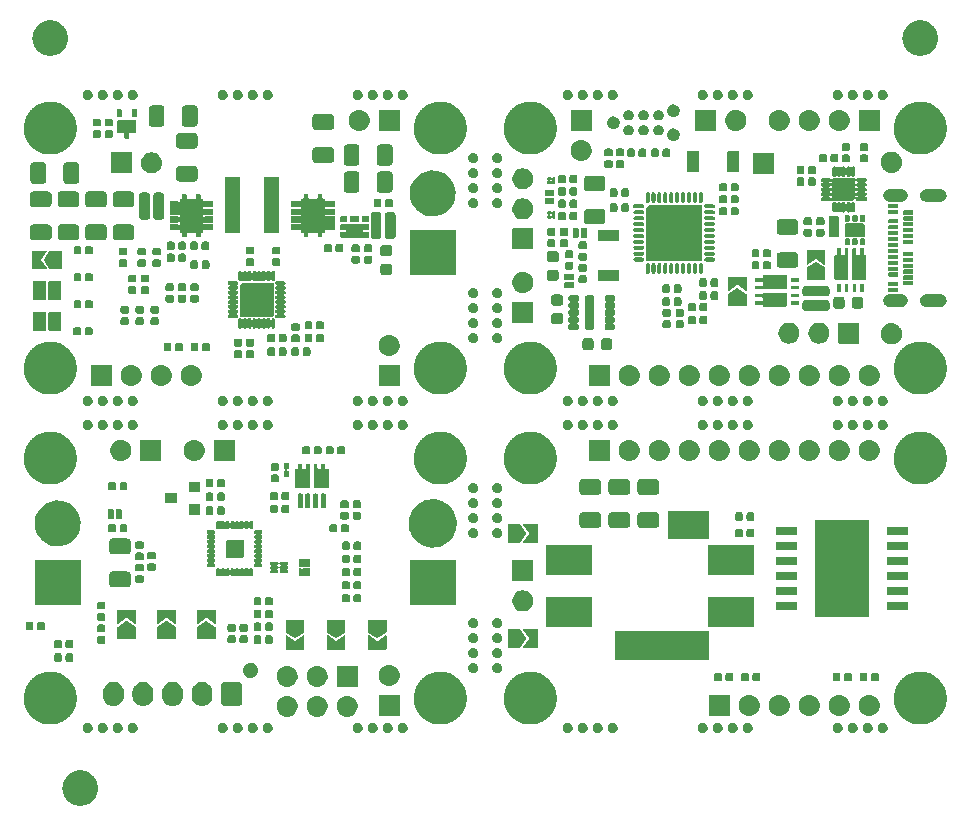
<source format=gts>
G04 #@! TF.GenerationSoftware,KiCad,Pcbnew,(5.99.0-58-gd4aa502be)*
G04 #@! TF.CreationDate,2019-09-04T01:14:32-07:00*
G04 #@! TF.ProjectId,usb-motor,7573622d-6d6f-4746-9f72-2e6b69636164,rev?*
G04 #@! TF.SameCoordinates,Original*
G04 #@! TF.FileFunction,Soldermask,Top*
G04 #@! TF.FilePolarity,Negative*
%FSLAX46Y46*%
G04 Gerber Fmt 4.6, Leading zero omitted, Abs format (unit mm)*
G04 Created by KiCad (PCBNEW (5.99.0-58-gd4aa502be)) date 2019-09-04 01:14:32*
%MOMM*%
%LPD*%
G04 APERTURE LIST*
%ADD10C,0.100000*%
G04 APERTURE END LIST*
D10*
G36*
X43224952Y-138197483D02*
G01*
X43248268Y-138196669D01*
X43343183Y-138208659D01*
X43443951Y-138218185D01*
X43467190Y-138224325D01*
X43487740Y-138226921D01*
X43581882Y-138254628D01*
X43682426Y-138281193D01*
X43701937Y-138289962D01*
X43719301Y-138295072D01*
X43809957Y-138338507D01*
X43907408Y-138382303D01*
X43923033Y-138392684D01*
X43936983Y-138399368D01*
X44021395Y-138458037D01*
X44112854Y-138518802D01*
X44124646Y-138529798D01*
X44135195Y-138537130D01*
X44210732Y-138610075D01*
X44293248Y-138687022D01*
X44301470Y-138697699D01*
X44308830Y-138704806D01*
X44372948Y-138790514D01*
X44443745Y-138882446D01*
X44448865Y-138891995D01*
X44453421Y-138898085D01*
X44503713Y-138994286D01*
X44560304Y-139099827D01*
X44562947Y-139107590D01*
X44565249Y-139111994D01*
X44599621Y-139215320D01*
X44639793Y-139333325D01*
X44640702Y-139338813D01*
X44641440Y-139341033D01*
X44658189Y-139444443D01*
X44680079Y-139576671D01*
X44679967Y-139581258D01*
X44677129Y-139852343D01*
X44672759Y-139876151D01*
X44672263Y-139896460D01*
X44650883Y-139995348D01*
X44633605Y-140089486D01*
X44625775Y-140111475D01*
X44620138Y-140137547D01*
X44583894Y-140229089D01*
X44552630Y-140316889D01*
X44540130Y-140339627D01*
X44529338Y-140366884D01*
X44480044Y-140448922D01*
X44436347Y-140528407D01*
X44418755Y-140550924D01*
X44402299Y-140578311D01*
X44342033Y-140649124D01*
X44287740Y-140718616D01*
X44264858Y-140739805D01*
X44242436Y-140766151D01*
X44173468Y-140824433D01*
X44110632Y-140882620D01*
X44082477Y-140901326D01*
X44054039Y-140925358D01*
X43978795Y-140970212D01*
X43909578Y-141016200D01*
X43876413Y-141031244D01*
X43842170Y-141051657D01*
X43763108Y-141082641D01*
X43689760Y-141115913D01*
X43652099Y-141126145D01*
X43612518Y-141141657D01*
X43532068Y-141158757D01*
X43456826Y-141179200D01*
X43415414Y-141183553D01*
X43371250Y-141192940D01*
X43291762Y-141196549D01*
X43216767Y-141204432D01*
X43172580Y-141201961D01*
X43124846Y-141204129D01*
X43048476Y-141195023D01*
X42975763Y-141190957D01*
X42929998Y-141180895D01*
X42879923Y-141174924D01*
X42808617Y-141154208D01*
X42740016Y-141139125D01*
X42694025Y-141120916D01*
X42643059Y-141106109D01*
X42578490Y-141075173D01*
X42515583Y-141050266D01*
X42470851Y-141023600D01*
X42420615Y-140999531D01*
X42364144Y-140959990D01*
X42308252Y-140926671D01*
X42266367Y-140891525D01*
X42218565Y-140858054D01*
X42171201Y-140811672D01*
X42123345Y-140771516D01*
X42085920Y-140728159D01*
X42042335Y-140685477D01*
X42004741Y-140634111D01*
X41965621Y-140588790D01*
X41934251Y-140537798D01*
X41896657Y-140486433D01*
X41869152Y-140431982D01*
X41839141Y-140383200D01*
X41815334Y-140325441D01*
X41785445Y-140266270D01*
X41767996Y-140210589D01*
X41747159Y-140160036D01*
X41732300Y-140096685D01*
X41711684Y-140030899D01*
X41703931Y-139975732D01*
X41692039Y-139925031D01*
X41687319Y-139857531D01*
X41677356Y-139786642D01*
X41678652Y-139733598D01*
X41675201Y-139684244D01*
X41681568Y-139614284D01*
X41683382Y-139540058D01*
X41692832Y-139490520D01*
X41697079Y-139443854D01*
X41715188Y-139373323D01*
X41729601Y-139297769D01*
X41746103Y-139252917D01*
X41757108Y-139210057D01*
X41787297Y-139140957D01*
X41814772Y-139066282D01*
X41837070Y-139027031D01*
X41853742Y-138988869D01*
X41895981Y-138923327D01*
X41936606Y-138851814D01*
X41963362Y-138818773D01*
X41984501Y-138785972D01*
X42038386Y-138726126D01*
X42091833Y-138660125D01*
X42121648Y-138633654D01*
X42146013Y-138606594D01*
X42210777Y-138554522D01*
X42276284Y-138496363D01*
X42307786Y-138476525D01*
X42334135Y-138455340D01*
X42408622Y-138413025D01*
X42485004Y-138364925D01*
X42516883Y-138351524D01*
X42544008Y-138336115D01*
X42626676Y-138305371D01*
X42712388Y-138269341D01*
X42743470Y-138261936D01*
X42770247Y-138251978D01*
X42859210Y-138234363D01*
X42952331Y-138212178D01*
X42981580Y-138210133D01*
X43007037Y-138205092D01*
X43100169Y-138201840D01*
X43198388Y-138194972D01*
X43224952Y-138197483D01*
X43224952Y-138197483D01*
G37*
G36*
X57834490Y-134190749D02*
G01*
X57883973Y-134194687D01*
X57898173Y-134200323D01*
X57910356Y-134202155D01*
X57955749Y-134223177D01*
X58004657Y-134242591D01*
X58014193Y-134250244D01*
X58022598Y-134254137D01*
X58062611Y-134289104D01*
X58105920Y-134323863D01*
X58111064Y-134331447D01*
X58115730Y-134335524D01*
X58146023Y-134382983D01*
X58178810Y-134431318D01*
X58180600Y-134437153D01*
X58182280Y-134439786D01*
X58199017Y-134497210D01*
X58216880Y-134555455D01*
X58215688Y-134692072D01*
X58196704Y-134750328D01*
X58177425Y-134810555D01*
X58176753Y-134811550D01*
X58175457Y-134815526D01*
X58140893Y-134864615D01*
X58108173Y-134913032D01*
X58104878Y-134915763D01*
X58100703Y-134921692D01*
X58055356Y-134956803D01*
X58012937Y-134991958D01*
X58006195Y-134994869D01*
X57998037Y-135001185D01*
X57947069Y-135020393D01*
X57899377Y-135040982D01*
X57889049Y-135042259D01*
X57876536Y-135046975D01*
X57825130Y-135050164D01*
X57776624Y-135056163D01*
X57763332Y-135053998D01*
X57746941Y-135055015D01*
X57699763Y-135043645D01*
X57654546Y-135036281D01*
X57639641Y-135029156D01*
X57620712Y-135024594D01*
X57581540Y-135001381D01*
X57542952Y-134982935D01*
X57528370Y-134969874D01*
X57509007Y-134958400D01*
X57480410Y-134926917D01*
X57450818Y-134900412D01*
X57438882Y-134881198D01*
X57421705Y-134862288D01*
X57404906Y-134826507D01*
X57385549Y-134795348D01*
X57378669Y-134770625D01*
X57366523Y-134744754D01*
X57361410Y-134708600D01*
X57352390Y-134676186D01*
X57352766Y-134647482D01*
X57348340Y-134616189D01*
X57353608Y-134583113D01*
X57354009Y-134552506D01*
X57363318Y-134522153D01*
X57368764Y-134487962D01*
X57382193Y-134460611D01*
X57390275Y-134434258D01*
X57409398Y-134405200D01*
X57425989Y-134371409D01*
X57444789Y-134351423D01*
X57458273Y-134330935D01*
X57487102Y-134306443D01*
X57514955Y-134276834D01*
X57536166Y-134264760D01*
X57552536Y-134250853D01*
X57589861Y-134234196D01*
X57627798Y-134212601D01*
X57648652Y-134207959D01*
X57665486Y-134200446D01*
X57709002Y-134194524D01*
X57754539Y-134184387D01*
X57772808Y-134185841D01*
X57788047Y-134183767D01*
X57834490Y-134190749D01*
X57834490Y-134190749D01*
G37*
G36*
X97204490Y-134190749D02*
G01*
X97253973Y-134194687D01*
X97268173Y-134200323D01*
X97280356Y-134202155D01*
X97325749Y-134223177D01*
X97374657Y-134242591D01*
X97384193Y-134250244D01*
X97392598Y-134254137D01*
X97432611Y-134289104D01*
X97475920Y-134323863D01*
X97481064Y-134331447D01*
X97485730Y-134335524D01*
X97516023Y-134382983D01*
X97548810Y-134431318D01*
X97550600Y-134437153D01*
X97552280Y-134439786D01*
X97569017Y-134497210D01*
X97586880Y-134555455D01*
X97585688Y-134692072D01*
X97566704Y-134750328D01*
X97547425Y-134810555D01*
X97546753Y-134811550D01*
X97545457Y-134815526D01*
X97510893Y-134864615D01*
X97478173Y-134913032D01*
X97474878Y-134915763D01*
X97470703Y-134921692D01*
X97425356Y-134956803D01*
X97382937Y-134991958D01*
X97376195Y-134994869D01*
X97368037Y-135001185D01*
X97317069Y-135020393D01*
X97269377Y-135040982D01*
X97259049Y-135042259D01*
X97246536Y-135046975D01*
X97195130Y-135050164D01*
X97146624Y-135056163D01*
X97133332Y-135053998D01*
X97116941Y-135055015D01*
X97069763Y-135043645D01*
X97024546Y-135036281D01*
X97009641Y-135029156D01*
X96990712Y-135024594D01*
X96951540Y-135001381D01*
X96912952Y-134982935D01*
X96898370Y-134969874D01*
X96879007Y-134958400D01*
X96850410Y-134926917D01*
X96820818Y-134900412D01*
X96808882Y-134881198D01*
X96791705Y-134862288D01*
X96774906Y-134826507D01*
X96755549Y-134795348D01*
X96748669Y-134770625D01*
X96736523Y-134744754D01*
X96731410Y-134708600D01*
X96722390Y-134676186D01*
X96722766Y-134647482D01*
X96718340Y-134616189D01*
X96723608Y-134583113D01*
X96724009Y-134552506D01*
X96733318Y-134522153D01*
X96738764Y-134487962D01*
X96752193Y-134460611D01*
X96760275Y-134434258D01*
X96779398Y-134405200D01*
X96795989Y-134371409D01*
X96814789Y-134351423D01*
X96828273Y-134330935D01*
X96857102Y-134306443D01*
X96884955Y-134276834D01*
X96906166Y-134264760D01*
X96922536Y-134250853D01*
X96959861Y-134234196D01*
X96997798Y-134212601D01*
X97018652Y-134207959D01*
X97035486Y-134200446D01*
X97079002Y-134194524D01*
X97124539Y-134184387D01*
X97142808Y-134185841D01*
X97158047Y-134183767D01*
X97204490Y-134190749D01*
X97204490Y-134190749D01*
G37*
G36*
X59104490Y-134190749D02*
G01*
X59153973Y-134194687D01*
X59168173Y-134200323D01*
X59180356Y-134202155D01*
X59225749Y-134223177D01*
X59274657Y-134242591D01*
X59284193Y-134250244D01*
X59292598Y-134254137D01*
X59332611Y-134289104D01*
X59375920Y-134323863D01*
X59381064Y-134331447D01*
X59385730Y-134335524D01*
X59416023Y-134382983D01*
X59448810Y-134431318D01*
X59450600Y-134437153D01*
X59452280Y-134439786D01*
X59469017Y-134497210D01*
X59486880Y-134555455D01*
X59485688Y-134692072D01*
X59466704Y-134750328D01*
X59447425Y-134810555D01*
X59446753Y-134811550D01*
X59445457Y-134815526D01*
X59410893Y-134864615D01*
X59378173Y-134913032D01*
X59374878Y-134915763D01*
X59370703Y-134921692D01*
X59325356Y-134956803D01*
X59282937Y-134991958D01*
X59276195Y-134994869D01*
X59268037Y-135001185D01*
X59217069Y-135020393D01*
X59169377Y-135040982D01*
X59159049Y-135042259D01*
X59146536Y-135046975D01*
X59095130Y-135050164D01*
X59046624Y-135056163D01*
X59033332Y-135053998D01*
X59016941Y-135055015D01*
X58969763Y-135043645D01*
X58924546Y-135036281D01*
X58909641Y-135029156D01*
X58890712Y-135024594D01*
X58851540Y-135001381D01*
X58812952Y-134982935D01*
X58798370Y-134969874D01*
X58779007Y-134958400D01*
X58750410Y-134926917D01*
X58720818Y-134900412D01*
X58708882Y-134881198D01*
X58691705Y-134862288D01*
X58674906Y-134826507D01*
X58655549Y-134795348D01*
X58648669Y-134770625D01*
X58636523Y-134744754D01*
X58631410Y-134708600D01*
X58622390Y-134676186D01*
X58622766Y-134647482D01*
X58618340Y-134616189D01*
X58623608Y-134583113D01*
X58624009Y-134552506D01*
X58633318Y-134522153D01*
X58638764Y-134487962D01*
X58652193Y-134460611D01*
X58660275Y-134434258D01*
X58679398Y-134405200D01*
X58695989Y-134371409D01*
X58714789Y-134351423D01*
X58728273Y-134330935D01*
X58757102Y-134306443D01*
X58784955Y-134276834D01*
X58806166Y-134264760D01*
X58822536Y-134250853D01*
X58859861Y-134234196D01*
X58897798Y-134212601D01*
X58918652Y-134207959D01*
X58935486Y-134200446D01*
X58979002Y-134194524D01*
X59024539Y-134184387D01*
X59042808Y-134185841D01*
X59058047Y-134183767D01*
X59104490Y-134190749D01*
X59104490Y-134190749D01*
G37*
G36*
X66724490Y-134190749D02*
G01*
X66773973Y-134194687D01*
X66788173Y-134200323D01*
X66800356Y-134202155D01*
X66845749Y-134223177D01*
X66894657Y-134242591D01*
X66904193Y-134250244D01*
X66912598Y-134254137D01*
X66952611Y-134289104D01*
X66995920Y-134323863D01*
X67001064Y-134331447D01*
X67005730Y-134335524D01*
X67036023Y-134382983D01*
X67068810Y-134431318D01*
X67070600Y-134437153D01*
X67072280Y-134439786D01*
X67089017Y-134497210D01*
X67106880Y-134555455D01*
X67105688Y-134692072D01*
X67086704Y-134750328D01*
X67067425Y-134810555D01*
X67066753Y-134811550D01*
X67065457Y-134815526D01*
X67030893Y-134864615D01*
X66998173Y-134913032D01*
X66994878Y-134915763D01*
X66990703Y-134921692D01*
X66945356Y-134956803D01*
X66902937Y-134991958D01*
X66896195Y-134994869D01*
X66888037Y-135001185D01*
X66837069Y-135020393D01*
X66789377Y-135040982D01*
X66779049Y-135042259D01*
X66766536Y-135046975D01*
X66715130Y-135050164D01*
X66666624Y-135056163D01*
X66653332Y-135053998D01*
X66636941Y-135055015D01*
X66589763Y-135043645D01*
X66544546Y-135036281D01*
X66529641Y-135029156D01*
X66510712Y-135024594D01*
X66471540Y-135001381D01*
X66432952Y-134982935D01*
X66418370Y-134969874D01*
X66399007Y-134958400D01*
X66370410Y-134926917D01*
X66340818Y-134900412D01*
X66328882Y-134881198D01*
X66311705Y-134862288D01*
X66294906Y-134826507D01*
X66275549Y-134795348D01*
X66268669Y-134770625D01*
X66256523Y-134744754D01*
X66251410Y-134708600D01*
X66242390Y-134676186D01*
X66242766Y-134647482D01*
X66238340Y-134616189D01*
X66243608Y-134583113D01*
X66244009Y-134552506D01*
X66253318Y-134522153D01*
X66258764Y-134487962D01*
X66272193Y-134460611D01*
X66280275Y-134434258D01*
X66299398Y-134405200D01*
X66315989Y-134371409D01*
X66334789Y-134351423D01*
X66348273Y-134330935D01*
X66377102Y-134306443D01*
X66404955Y-134276834D01*
X66426166Y-134264760D01*
X66442536Y-134250853D01*
X66479861Y-134234196D01*
X66517798Y-134212601D01*
X66538652Y-134207959D01*
X66555486Y-134200446D01*
X66599002Y-134194524D01*
X66644539Y-134184387D01*
X66662808Y-134185841D01*
X66678047Y-134183767D01*
X66724490Y-134190749D01*
X66724490Y-134190749D01*
G37*
G36*
X67994490Y-134190749D02*
G01*
X68043973Y-134194687D01*
X68058173Y-134200323D01*
X68070356Y-134202155D01*
X68115749Y-134223177D01*
X68164657Y-134242591D01*
X68174193Y-134250244D01*
X68182598Y-134254137D01*
X68222611Y-134289104D01*
X68265920Y-134323863D01*
X68271064Y-134331447D01*
X68275730Y-134335524D01*
X68306023Y-134382983D01*
X68338810Y-134431318D01*
X68340600Y-134437153D01*
X68342280Y-134439786D01*
X68359017Y-134497210D01*
X68376880Y-134555455D01*
X68375688Y-134692072D01*
X68356704Y-134750328D01*
X68337425Y-134810555D01*
X68336753Y-134811550D01*
X68335457Y-134815526D01*
X68300893Y-134864615D01*
X68268173Y-134913032D01*
X68264878Y-134915763D01*
X68260703Y-134921692D01*
X68215356Y-134956803D01*
X68172937Y-134991958D01*
X68166195Y-134994869D01*
X68158037Y-135001185D01*
X68107069Y-135020393D01*
X68059377Y-135040982D01*
X68049049Y-135042259D01*
X68036536Y-135046975D01*
X67985130Y-135050164D01*
X67936624Y-135056163D01*
X67923332Y-135053998D01*
X67906941Y-135055015D01*
X67859763Y-135043645D01*
X67814546Y-135036281D01*
X67799641Y-135029156D01*
X67780712Y-135024594D01*
X67741540Y-135001381D01*
X67702952Y-134982935D01*
X67688370Y-134969874D01*
X67669007Y-134958400D01*
X67640410Y-134926917D01*
X67610818Y-134900412D01*
X67598882Y-134881198D01*
X67581705Y-134862288D01*
X67564906Y-134826507D01*
X67545549Y-134795348D01*
X67538669Y-134770625D01*
X67526523Y-134744754D01*
X67521410Y-134708600D01*
X67512390Y-134676186D01*
X67512766Y-134647482D01*
X67508340Y-134616189D01*
X67513608Y-134583113D01*
X67514009Y-134552506D01*
X67523318Y-134522153D01*
X67528764Y-134487962D01*
X67542193Y-134460611D01*
X67550275Y-134434258D01*
X67569398Y-134405200D01*
X67585989Y-134371409D01*
X67604789Y-134351423D01*
X67618273Y-134330935D01*
X67647102Y-134306443D01*
X67674955Y-134276834D01*
X67696166Y-134264760D01*
X67712536Y-134250853D01*
X67749861Y-134234196D01*
X67787798Y-134212601D01*
X67808652Y-134207959D01*
X67825486Y-134200446D01*
X67869002Y-134194524D01*
X67914539Y-134184387D01*
X67932808Y-134185841D01*
X67948047Y-134183767D01*
X67994490Y-134190749D01*
X67994490Y-134190749D01*
G37*
G36*
X69264490Y-134190749D02*
G01*
X69313973Y-134194687D01*
X69328173Y-134200323D01*
X69340356Y-134202155D01*
X69385749Y-134223177D01*
X69434657Y-134242591D01*
X69444193Y-134250244D01*
X69452598Y-134254137D01*
X69492611Y-134289104D01*
X69535920Y-134323863D01*
X69541064Y-134331447D01*
X69545730Y-134335524D01*
X69576023Y-134382983D01*
X69608810Y-134431318D01*
X69610600Y-134437153D01*
X69612280Y-134439786D01*
X69629017Y-134497210D01*
X69646880Y-134555455D01*
X69645688Y-134692072D01*
X69626704Y-134750328D01*
X69607425Y-134810555D01*
X69606753Y-134811550D01*
X69605457Y-134815526D01*
X69570893Y-134864615D01*
X69538173Y-134913032D01*
X69534878Y-134915763D01*
X69530703Y-134921692D01*
X69485356Y-134956803D01*
X69442937Y-134991958D01*
X69436195Y-134994869D01*
X69428037Y-135001185D01*
X69377069Y-135020393D01*
X69329377Y-135040982D01*
X69319049Y-135042259D01*
X69306536Y-135046975D01*
X69255130Y-135050164D01*
X69206624Y-135056163D01*
X69193332Y-135053998D01*
X69176941Y-135055015D01*
X69129763Y-135043645D01*
X69084546Y-135036281D01*
X69069641Y-135029156D01*
X69050712Y-135024594D01*
X69011540Y-135001381D01*
X68972952Y-134982935D01*
X68958370Y-134969874D01*
X68939007Y-134958400D01*
X68910410Y-134926917D01*
X68880818Y-134900412D01*
X68868882Y-134881198D01*
X68851705Y-134862288D01*
X68834906Y-134826507D01*
X68815549Y-134795348D01*
X68808669Y-134770625D01*
X68796523Y-134744754D01*
X68791410Y-134708600D01*
X68782390Y-134676186D01*
X68782766Y-134647482D01*
X68778340Y-134616189D01*
X68783608Y-134583113D01*
X68784009Y-134552506D01*
X68793318Y-134522153D01*
X68798764Y-134487962D01*
X68812193Y-134460611D01*
X68820275Y-134434258D01*
X68839398Y-134405200D01*
X68855989Y-134371409D01*
X68874789Y-134351423D01*
X68888273Y-134330935D01*
X68917102Y-134306443D01*
X68944955Y-134276834D01*
X68966166Y-134264760D01*
X68982536Y-134250853D01*
X69019861Y-134234196D01*
X69057798Y-134212601D01*
X69078652Y-134207959D01*
X69095486Y-134200446D01*
X69139002Y-134194524D01*
X69184539Y-134184387D01*
X69202808Y-134185841D01*
X69218047Y-134183767D01*
X69264490Y-134190749D01*
X69264490Y-134190749D01*
G37*
G36*
X87044490Y-134190749D02*
G01*
X87093973Y-134194687D01*
X87108173Y-134200323D01*
X87120356Y-134202155D01*
X87165749Y-134223177D01*
X87214657Y-134242591D01*
X87224193Y-134250244D01*
X87232598Y-134254137D01*
X87272611Y-134289104D01*
X87315920Y-134323863D01*
X87321064Y-134331447D01*
X87325730Y-134335524D01*
X87356023Y-134382983D01*
X87388810Y-134431318D01*
X87390600Y-134437153D01*
X87392280Y-134439786D01*
X87409017Y-134497210D01*
X87426880Y-134555455D01*
X87425688Y-134692072D01*
X87406704Y-134750328D01*
X87387425Y-134810555D01*
X87386753Y-134811550D01*
X87385457Y-134815526D01*
X87350893Y-134864615D01*
X87318173Y-134913032D01*
X87314878Y-134915763D01*
X87310703Y-134921692D01*
X87265356Y-134956803D01*
X87222937Y-134991958D01*
X87216195Y-134994869D01*
X87208037Y-135001185D01*
X87157069Y-135020393D01*
X87109377Y-135040982D01*
X87099049Y-135042259D01*
X87086536Y-135046975D01*
X87035130Y-135050164D01*
X86986624Y-135056163D01*
X86973332Y-135053998D01*
X86956941Y-135055015D01*
X86909763Y-135043645D01*
X86864546Y-135036281D01*
X86849641Y-135029156D01*
X86830712Y-135024594D01*
X86791540Y-135001381D01*
X86752952Y-134982935D01*
X86738370Y-134969874D01*
X86719007Y-134958400D01*
X86690410Y-134926917D01*
X86660818Y-134900412D01*
X86648882Y-134881198D01*
X86631705Y-134862288D01*
X86614906Y-134826507D01*
X86595549Y-134795348D01*
X86588669Y-134770625D01*
X86576523Y-134744754D01*
X86571410Y-134708600D01*
X86562390Y-134676186D01*
X86562766Y-134647482D01*
X86558340Y-134616189D01*
X86563608Y-134583113D01*
X86564009Y-134552506D01*
X86573318Y-134522153D01*
X86578764Y-134487962D01*
X86592193Y-134460611D01*
X86600275Y-134434258D01*
X86619398Y-134405200D01*
X86635989Y-134371409D01*
X86654789Y-134351423D01*
X86668273Y-134330935D01*
X86697102Y-134306443D01*
X86724955Y-134276834D01*
X86746166Y-134264760D01*
X86762536Y-134250853D01*
X86799861Y-134234196D01*
X86837798Y-134212601D01*
X86858652Y-134207959D01*
X86875486Y-134200446D01*
X86919002Y-134194524D01*
X86964539Y-134184387D01*
X86982808Y-134185841D01*
X86998047Y-134183767D01*
X87044490Y-134190749D01*
X87044490Y-134190749D01*
G37*
G36*
X70534490Y-134190749D02*
G01*
X70583973Y-134194687D01*
X70598173Y-134200323D01*
X70610356Y-134202155D01*
X70655749Y-134223177D01*
X70704657Y-134242591D01*
X70714193Y-134250244D01*
X70722598Y-134254137D01*
X70762611Y-134289104D01*
X70805920Y-134323863D01*
X70811064Y-134331447D01*
X70815730Y-134335524D01*
X70846023Y-134382983D01*
X70878810Y-134431318D01*
X70880600Y-134437153D01*
X70882280Y-134439786D01*
X70899017Y-134497210D01*
X70916880Y-134555455D01*
X70915688Y-134692072D01*
X70896704Y-134750328D01*
X70877425Y-134810555D01*
X70876753Y-134811550D01*
X70875457Y-134815526D01*
X70840893Y-134864615D01*
X70808173Y-134913032D01*
X70804878Y-134915763D01*
X70800703Y-134921692D01*
X70755356Y-134956803D01*
X70712937Y-134991958D01*
X70706195Y-134994869D01*
X70698037Y-135001185D01*
X70647069Y-135020393D01*
X70599377Y-135040982D01*
X70589049Y-135042259D01*
X70576536Y-135046975D01*
X70525130Y-135050164D01*
X70476624Y-135056163D01*
X70463332Y-135053998D01*
X70446941Y-135055015D01*
X70399763Y-135043645D01*
X70354546Y-135036281D01*
X70339641Y-135029156D01*
X70320712Y-135024594D01*
X70281540Y-135001381D01*
X70242952Y-134982935D01*
X70228370Y-134969874D01*
X70209007Y-134958400D01*
X70180410Y-134926917D01*
X70150818Y-134900412D01*
X70138882Y-134881198D01*
X70121705Y-134862288D01*
X70104906Y-134826507D01*
X70085549Y-134795348D01*
X70078669Y-134770625D01*
X70066523Y-134744754D01*
X70061410Y-134708600D01*
X70052390Y-134676186D01*
X70052766Y-134647482D01*
X70048340Y-134616189D01*
X70053608Y-134583113D01*
X70054009Y-134552506D01*
X70063318Y-134522153D01*
X70068764Y-134487962D01*
X70082193Y-134460611D01*
X70090275Y-134434258D01*
X70109398Y-134405200D01*
X70125989Y-134371409D01*
X70144789Y-134351423D01*
X70158273Y-134330935D01*
X70187102Y-134306443D01*
X70214955Y-134276834D01*
X70236166Y-134264760D01*
X70252536Y-134250853D01*
X70289861Y-134234196D01*
X70327798Y-134212601D01*
X70348652Y-134207959D01*
X70365486Y-134200446D01*
X70409002Y-134194524D01*
X70454539Y-134184387D01*
X70472808Y-134185841D01*
X70488047Y-134183767D01*
X70534490Y-134190749D01*
X70534490Y-134190749D01*
G37*
G36*
X85774490Y-134190749D02*
G01*
X85823973Y-134194687D01*
X85838173Y-134200323D01*
X85850356Y-134202155D01*
X85895749Y-134223177D01*
X85944657Y-134242591D01*
X85954193Y-134250244D01*
X85962598Y-134254137D01*
X86002611Y-134289104D01*
X86045920Y-134323863D01*
X86051064Y-134331447D01*
X86055730Y-134335524D01*
X86086023Y-134382983D01*
X86118810Y-134431318D01*
X86120600Y-134437153D01*
X86122280Y-134439786D01*
X86139017Y-134497210D01*
X86156880Y-134555455D01*
X86155688Y-134692072D01*
X86136704Y-134750328D01*
X86117425Y-134810555D01*
X86116753Y-134811550D01*
X86115457Y-134815526D01*
X86080893Y-134864615D01*
X86048173Y-134913032D01*
X86044878Y-134915763D01*
X86040703Y-134921692D01*
X85995356Y-134956803D01*
X85952937Y-134991958D01*
X85946195Y-134994869D01*
X85938037Y-135001185D01*
X85887069Y-135020393D01*
X85839377Y-135040982D01*
X85829049Y-135042259D01*
X85816536Y-135046975D01*
X85765130Y-135050164D01*
X85716624Y-135056163D01*
X85703332Y-135053998D01*
X85686941Y-135055015D01*
X85639763Y-135043645D01*
X85594546Y-135036281D01*
X85579641Y-135029156D01*
X85560712Y-135024594D01*
X85521540Y-135001381D01*
X85482952Y-134982935D01*
X85468370Y-134969874D01*
X85449007Y-134958400D01*
X85420410Y-134926917D01*
X85390818Y-134900412D01*
X85378882Y-134881198D01*
X85361705Y-134862288D01*
X85344906Y-134826507D01*
X85325549Y-134795348D01*
X85318669Y-134770625D01*
X85306523Y-134744754D01*
X85301410Y-134708600D01*
X85292390Y-134676186D01*
X85292766Y-134647482D01*
X85288340Y-134616189D01*
X85293608Y-134583113D01*
X85294009Y-134552506D01*
X85303318Y-134522153D01*
X85308764Y-134487962D01*
X85322193Y-134460611D01*
X85330275Y-134434258D01*
X85349398Y-134405200D01*
X85365989Y-134371409D01*
X85384789Y-134351423D01*
X85398273Y-134330935D01*
X85427102Y-134306443D01*
X85454955Y-134276834D01*
X85476166Y-134264760D01*
X85492536Y-134250853D01*
X85529861Y-134234196D01*
X85567798Y-134212601D01*
X85588652Y-134207959D01*
X85605486Y-134200446D01*
X85649002Y-134194524D01*
X85694539Y-134184387D01*
X85712808Y-134185841D01*
X85728047Y-134183767D01*
X85774490Y-134190749D01*
X85774490Y-134190749D01*
G37*
G36*
X43864490Y-134190749D02*
G01*
X43913973Y-134194687D01*
X43928173Y-134200323D01*
X43940356Y-134202155D01*
X43985749Y-134223177D01*
X44034657Y-134242591D01*
X44044193Y-134250244D01*
X44052598Y-134254137D01*
X44092611Y-134289104D01*
X44135920Y-134323863D01*
X44141064Y-134331447D01*
X44145730Y-134335524D01*
X44176023Y-134382983D01*
X44208810Y-134431318D01*
X44210600Y-134437153D01*
X44212280Y-134439786D01*
X44229017Y-134497210D01*
X44246880Y-134555455D01*
X44245688Y-134692072D01*
X44226704Y-134750328D01*
X44207425Y-134810555D01*
X44206753Y-134811550D01*
X44205457Y-134815526D01*
X44170893Y-134864615D01*
X44138173Y-134913032D01*
X44134878Y-134915763D01*
X44130703Y-134921692D01*
X44085356Y-134956803D01*
X44042937Y-134991958D01*
X44036195Y-134994869D01*
X44028037Y-135001185D01*
X43977069Y-135020393D01*
X43929377Y-135040982D01*
X43919049Y-135042259D01*
X43906536Y-135046975D01*
X43855130Y-135050164D01*
X43806624Y-135056163D01*
X43793332Y-135053998D01*
X43776941Y-135055015D01*
X43729763Y-135043645D01*
X43684546Y-135036281D01*
X43669641Y-135029156D01*
X43650712Y-135024594D01*
X43611540Y-135001381D01*
X43572952Y-134982935D01*
X43558370Y-134969874D01*
X43539007Y-134958400D01*
X43510410Y-134926917D01*
X43480818Y-134900412D01*
X43468882Y-134881198D01*
X43451705Y-134862288D01*
X43434906Y-134826507D01*
X43415549Y-134795348D01*
X43408669Y-134770625D01*
X43396523Y-134744754D01*
X43391410Y-134708600D01*
X43382390Y-134676186D01*
X43382766Y-134647482D01*
X43378340Y-134616189D01*
X43383608Y-134583113D01*
X43384009Y-134552506D01*
X43393318Y-134522153D01*
X43398764Y-134487962D01*
X43412193Y-134460611D01*
X43420275Y-134434258D01*
X43439398Y-134405200D01*
X43455989Y-134371409D01*
X43474789Y-134351423D01*
X43488273Y-134330935D01*
X43517102Y-134306443D01*
X43544955Y-134276834D01*
X43566166Y-134264760D01*
X43582536Y-134250853D01*
X43619861Y-134234196D01*
X43657798Y-134212601D01*
X43678652Y-134207959D01*
X43695486Y-134200446D01*
X43739002Y-134194524D01*
X43784539Y-134184387D01*
X43802808Y-134185841D01*
X43818047Y-134183767D01*
X43864490Y-134190749D01*
X43864490Y-134190749D01*
G37*
G36*
X88314490Y-134190749D02*
G01*
X88363973Y-134194687D01*
X88378173Y-134200323D01*
X88390356Y-134202155D01*
X88435749Y-134223177D01*
X88484657Y-134242591D01*
X88494193Y-134250244D01*
X88502598Y-134254137D01*
X88542611Y-134289104D01*
X88585920Y-134323863D01*
X88591064Y-134331447D01*
X88595730Y-134335524D01*
X88626023Y-134382983D01*
X88658810Y-134431318D01*
X88660600Y-134437153D01*
X88662280Y-134439786D01*
X88679017Y-134497210D01*
X88696880Y-134555455D01*
X88695688Y-134692072D01*
X88676704Y-134750328D01*
X88657425Y-134810555D01*
X88656753Y-134811550D01*
X88655457Y-134815526D01*
X88620893Y-134864615D01*
X88588173Y-134913032D01*
X88584878Y-134915763D01*
X88580703Y-134921692D01*
X88535356Y-134956803D01*
X88492937Y-134991958D01*
X88486195Y-134994869D01*
X88478037Y-135001185D01*
X88427069Y-135020393D01*
X88379377Y-135040982D01*
X88369049Y-135042259D01*
X88356536Y-135046975D01*
X88305130Y-135050164D01*
X88256624Y-135056163D01*
X88243332Y-135053998D01*
X88226941Y-135055015D01*
X88179763Y-135043645D01*
X88134546Y-135036281D01*
X88119641Y-135029156D01*
X88100712Y-135024594D01*
X88061540Y-135001381D01*
X88022952Y-134982935D01*
X88008370Y-134969874D01*
X87989007Y-134958400D01*
X87960410Y-134926917D01*
X87930818Y-134900412D01*
X87918882Y-134881198D01*
X87901705Y-134862288D01*
X87884906Y-134826507D01*
X87865549Y-134795348D01*
X87858669Y-134770625D01*
X87846523Y-134744754D01*
X87841410Y-134708600D01*
X87832390Y-134676186D01*
X87832766Y-134647482D01*
X87828340Y-134616189D01*
X87833608Y-134583113D01*
X87834009Y-134552506D01*
X87843318Y-134522153D01*
X87848764Y-134487962D01*
X87862193Y-134460611D01*
X87870275Y-134434258D01*
X87889398Y-134405200D01*
X87905989Y-134371409D01*
X87924789Y-134351423D01*
X87938273Y-134330935D01*
X87967102Y-134306443D01*
X87994955Y-134276834D01*
X88016166Y-134264760D01*
X88032536Y-134250853D01*
X88069861Y-134234196D01*
X88107798Y-134212601D01*
X88128652Y-134207959D01*
X88145486Y-134200446D01*
X88189002Y-134194524D01*
X88234539Y-134184387D01*
X88252808Y-134185841D01*
X88268047Y-134183767D01*
X88314490Y-134190749D01*
X88314490Y-134190749D01*
G37*
G36*
X111174490Y-134190749D02*
G01*
X111223973Y-134194687D01*
X111238173Y-134200323D01*
X111250356Y-134202155D01*
X111295749Y-134223177D01*
X111344657Y-134242591D01*
X111354193Y-134250244D01*
X111362598Y-134254137D01*
X111402611Y-134289104D01*
X111445920Y-134323863D01*
X111451064Y-134331447D01*
X111455730Y-134335524D01*
X111486023Y-134382983D01*
X111518810Y-134431318D01*
X111520600Y-134437153D01*
X111522280Y-134439786D01*
X111539017Y-134497210D01*
X111556880Y-134555455D01*
X111555688Y-134692072D01*
X111536704Y-134750328D01*
X111517425Y-134810555D01*
X111516753Y-134811550D01*
X111515457Y-134815526D01*
X111480893Y-134864615D01*
X111448173Y-134913032D01*
X111444878Y-134915763D01*
X111440703Y-134921692D01*
X111395356Y-134956803D01*
X111352937Y-134991958D01*
X111346195Y-134994869D01*
X111338037Y-135001185D01*
X111287069Y-135020393D01*
X111239377Y-135040982D01*
X111229049Y-135042259D01*
X111216536Y-135046975D01*
X111165130Y-135050164D01*
X111116624Y-135056163D01*
X111103332Y-135053998D01*
X111086941Y-135055015D01*
X111039763Y-135043645D01*
X110994546Y-135036281D01*
X110979641Y-135029156D01*
X110960712Y-135024594D01*
X110921540Y-135001381D01*
X110882952Y-134982935D01*
X110868370Y-134969874D01*
X110849007Y-134958400D01*
X110820410Y-134926917D01*
X110790818Y-134900412D01*
X110778882Y-134881198D01*
X110761705Y-134862288D01*
X110744906Y-134826507D01*
X110725549Y-134795348D01*
X110718669Y-134770625D01*
X110706523Y-134744754D01*
X110701410Y-134708600D01*
X110692390Y-134676186D01*
X110692766Y-134647482D01*
X110688340Y-134616189D01*
X110693608Y-134583113D01*
X110694009Y-134552506D01*
X110703318Y-134522153D01*
X110708764Y-134487962D01*
X110722193Y-134460611D01*
X110730275Y-134434258D01*
X110749398Y-134405200D01*
X110765989Y-134371409D01*
X110784789Y-134351423D01*
X110798273Y-134330935D01*
X110827102Y-134306443D01*
X110854955Y-134276834D01*
X110876166Y-134264760D01*
X110892536Y-134250853D01*
X110929861Y-134234196D01*
X110967798Y-134212601D01*
X110988652Y-134207959D01*
X111005486Y-134200446D01*
X111049002Y-134194524D01*
X111094539Y-134184387D01*
X111112808Y-134185841D01*
X111128047Y-134183767D01*
X111174490Y-134190749D01*
X111174490Y-134190749D01*
G37*
G36*
X109904490Y-134190749D02*
G01*
X109953973Y-134194687D01*
X109968173Y-134200323D01*
X109980356Y-134202155D01*
X110025749Y-134223177D01*
X110074657Y-134242591D01*
X110084193Y-134250244D01*
X110092598Y-134254137D01*
X110132611Y-134289104D01*
X110175920Y-134323863D01*
X110181064Y-134331447D01*
X110185730Y-134335524D01*
X110216023Y-134382983D01*
X110248810Y-134431318D01*
X110250600Y-134437153D01*
X110252280Y-134439786D01*
X110269017Y-134497210D01*
X110286880Y-134555455D01*
X110285688Y-134692072D01*
X110266704Y-134750328D01*
X110247425Y-134810555D01*
X110246753Y-134811550D01*
X110245457Y-134815526D01*
X110210893Y-134864615D01*
X110178173Y-134913032D01*
X110174878Y-134915763D01*
X110170703Y-134921692D01*
X110125356Y-134956803D01*
X110082937Y-134991958D01*
X110076195Y-134994869D01*
X110068037Y-135001185D01*
X110017069Y-135020393D01*
X109969377Y-135040982D01*
X109959049Y-135042259D01*
X109946536Y-135046975D01*
X109895130Y-135050164D01*
X109846624Y-135056163D01*
X109833332Y-135053998D01*
X109816941Y-135055015D01*
X109769763Y-135043645D01*
X109724546Y-135036281D01*
X109709641Y-135029156D01*
X109690712Y-135024594D01*
X109651540Y-135001381D01*
X109612952Y-134982935D01*
X109598370Y-134969874D01*
X109579007Y-134958400D01*
X109550410Y-134926917D01*
X109520818Y-134900412D01*
X109508882Y-134881198D01*
X109491705Y-134862288D01*
X109474906Y-134826507D01*
X109455549Y-134795348D01*
X109448669Y-134770625D01*
X109436523Y-134744754D01*
X109431410Y-134708600D01*
X109422390Y-134676186D01*
X109422766Y-134647482D01*
X109418340Y-134616189D01*
X109423608Y-134583113D01*
X109424009Y-134552506D01*
X109433318Y-134522153D01*
X109438764Y-134487962D01*
X109452193Y-134460611D01*
X109460275Y-134434258D01*
X109479398Y-134405200D01*
X109495989Y-134371409D01*
X109514789Y-134351423D01*
X109528273Y-134330935D01*
X109557102Y-134306443D01*
X109584955Y-134276834D01*
X109606166Y-134264760D01*
X109622536Y-134250853D01*
X109659861Y-134234196D01*
X109697798Y-134212601D01*
X109718652Y-134207959D01*
X109735486Y-134200446D01*
X109779002Y-134194524D01*
X109824539Y-134184387D01*
X109842808Y-134185841D01*
X109858047Y-134183767D01*
X109904490Y-134190749D01*
X109904490Y-134190749D01*
G37*
G36*
X108634490Y-134190749D02*
G01*
X108683973Y-134194687D01*
X108698173Y-134200323D01*
X108710356Y-134202155D01*
X108755749Y-134223177D01*
X108804657Y-134242591D01*
X108814193Y-134250244D01*
X108822598Y-134254137D01*
X108862611Y-134289104D01*
X108905920Y-134323863D01*
X108911064Y-134331447D01*
X108915730Y-134335524D01*
X108946023Y-134382983D01*
X108978810Y-134431318D01*
X108980600Y-134437153D01*
X108982280Y-134439786D01*
X108999017Y-134497210D01*
X109016880Y-134555455D01*
X109015688Y-134692072D01*
X108996704Y-134750328D01*
X108977425Y-134810555D01*
X108976753Y-134811550D01*
X108975457Y-134815526D01*
X108940893Y-134864615D01*
X108908173Y-134913032D01*
X108904878Y-134915763D01*
X108900703Y-134921692D01*
X108855356Y-134956803D01*
X108812937Y-134991958D01*
X108806195Y-134994869D01*
X108798037Y-135001185D01*
X108747069Y-135020393D01*
X108699377Y-135040982D01*
X108689049Y-135042259D01*
X108676536Y-135046975D01*
X108625130Y-135050164D01*
X108576624Y-135056163D01*
X108563332Y-135053998D01*
X108546941Y-135055015D01*
X108499763Y-135043645D01*
X108454546Y-135036281D01*
X108439641Y-135029156D01*
X108420712Y-135024594D01*
X108381540Y-135001381D01*
X108342952Y-134982935D01*
X108328370Y-134969874D01*
X108309007Y-134958400D01*
X108280410Y-134926917D01*
X108250818Y-134900412D01*
X108238882Y-134881198D01*
X108221705Y-134862288D01*
X108204906Y-134826507D01*
X108185549Y-134795348D01*
X108178669Y-134770625D01*
X108166523Y-134744754D01*
X108161410Y-134708600D01*
X108152390Y-134676186D01*
X108152766Y-134647482D01*
X108148340Y-134616189D01*
X108153608Y-134583113D01*
X108154009Y-134552506D01*
X108163318Y-134522153D01*
X108168764Y-134487962D01*
X108182193Y-134460611D01*
X108190275Y-134434258D01*
X108209398Y-134405200D01*
X108225989Y-134371409D01*
X108244789Y-134351423D01*
X108258273Y-134330935D01*
X108287102Y-134306443D01*
X108314955Y-134276834D01*
X108336166Y-134264760D01*
X108352536Y-134250853D01*
X108389861Y-134234196D01*
X108427798Y-134212601D01*
X108448652Y-134207959D01*
X108465486Y-134200446D01*
X108509002Y-134194524D01*
X108554539Y-134184387D01*
X108572808Y-134185841D01*
X108588047Y-134183767D01*
X108634490Y-134190749D01*
X108634490Y-134190749D01*
G37*
G36*
X95934490Y-134190749D02*
G01*
X95983973Y-134194687D01*
X95998173Y-134200323D01*
X96010356Y-134202155D01*
X96055749Y-134223177D01*
X96104657Y-134242591D01*
X96114193Y-134250244D01*
X96122598Y-134254137D01*
X96162611Y-134289104D01*
X96205920Y-134323863D01*
X96211064Y-134331447D01*
X96215730Y-134335524D01*
X96246023Y-134382983D01*
X96278810Y-134431318D01*
X96280600Y-134437153D01*
X96282280Y-134439786D01*
X96299017Y-134497210D01*
X96316880Y-134555455D01*
X96315688Y-134692072D01*
X96296704Y-134750328D01*
X96277425Y-134810555D01*
X96276753Y-134811550D01*
X96275457Y-134815526D01*
X96240893Y-134864615D01*
X96208173Y-134913032D01*
X96204878Y-134915763D01*
X96200703Y-134921692D01*
X96155356Y-134956803D01*
X96112937Y-134991958D01*
X96106195Y-134994869D01*
X96098037Y-135001185D01*
X96047069Y-135020393D01*
X95999377Y-135040982D01*
X95989049Y-135042259D01*
X95976536Y-135046975D01*
X95925130Y-135050164D01*
X95876624Y-135056163D01*
X95863332Y-135053998D01*
X95846941Y-135055015D01*
X95799763Y-135043645D01*
X95754546Y-135036281D01*
X95739641Y-135029156D01*
X95720712Y-135024594D01*
X95681540Y-135001381D01*
X95642952Y-134982935D01*
X95628370Y-134969874D01*
X95609007Y-134958400D01*
X95580410Y-134926917D01*
X95550818Y-134900412D01*
X95538882Y-134881198D01*
X95521705Y-134862288D01*
X95504906Y-134826507D01*
X95485549Y-134795348D01*
X95478669Y-134770625D01*
X95466523Y-134744754D01*
X95461410Y-134708600D01*
X95452390Y-134676186D01*
X95452766Y-134647482D01*
X95448340Y-134616189D01*
X95453608Y-134583113D01*
X95454009Y-134552506D01*
X95463318Y-134522153D01*
X95468764Y-134487962D01*
X95482193Y-134460611D01*
X95490275Y-134434258D01*
X95509398Y-134405200D01*
X95525989Y-134371409D01*
X95544789Y-134351423D01*
X95558273Y-134330935D01*
X95587102Y-134306443D01*
X95614955Y-134276834D01*
X95636166Y-134264760D01*
X95652536Y-134250853D01*
X95689861Y-134234196D01*
X95727798Y-134212601D01*
X95748652Y-134207959D01*
X95765486Y-134200446D01*
X95809002Y-134194524D01*
X95854539Y-134184387D01*
X95872808Y-134185841D01*
X95888047Y-134183767D01*
X95934490Y-134190749D01*
X95934490Y-134190749D01*
G37*
G36*
X107364490Y-134190749D02*
G01*
X107413973Y-134194687D01*
X107428173Y-134200323D01*
X107440356Y-134202155D01*
X107485749Y-134223177D01*
X107534657Y-134242591D01*
X107544193Y-134250244D01*
X107552598Y-134254137D01*
X107592611Y-134289104D01*
X107635920Y-134323863D01*
X107641064Y-134331447D01*
X107645730Y-134335524D01*
X107676023Y-134382983D01*
X107708810Y-134431318D01*
X107710600Y-134437153D01*
X107712280Y-134439786D01*
X107729017Y-134497210D01*
X107746880Y-134555455D01*
X107745688Y-134692072D01*
X107726704Y-134750328D01*
X107707425Y-134810555D01*
X107706753Y-134811550D01*
X107705457Y-134815526D01*
X107670893Y-134864615D01*
X107638173Y-134913032D01*
X107634878Y-134915763D01*
X107630703Y-134921692D01*
X107585356Y-134956803D01*
X107542937Y-134991958D01*
X107536195Y-134994869D01*
X107528037Y-135001185D01*
X107477069Y-135020393D01*
X107429377Y-135040982D01*
X107419049Y-135042259D01*
X107406536Y-135046975D01*
X107355130Y-135050164D01*
X107306624Y-135056163D01*
X107293332Y-135053998D01*
X107276941Y-135055015D01*
X107229763Y-135043645D01*
X107184546Y-135036281D01*
X107169641Y-135029156D01*
X107150712Y-135024594D01*
X107111540Y-135001381D01*
X107072952Y-134982935D01*
X107058370Y-134969874D01*
X107039007Y-134958400D01*
X107010410Y-134926917D01*
X106980818Y-134900412D01*
X106968882Y-134881198D01*
X106951705Y-134862288D01*
X106934906Y-134826507D01*
X106915549Y-134795348D01*
X106908669Y-134770625D01*
X106896523Y-134744754D01*
X106891410Y-134708600D01*
X106882390Y-134676186D01*
X106882766Y-134647482D01*
X106878340Y-134616189D01*
X106883608Y-134583113D01*
X106884009Y-134552506D01*
X106893318Y-134522153D01*
X106898764Y-134487962D01*
X106912193Y-134460611D01*
X106920275Y-134434258D01*
X106939398Y-134405200D01*
X106955989Y-134371409D01*
X106974789Y-134351423D01*
X106988273Y-134330935D01*
X107017102Y-134306443D01*
X107044955Y-134276834D01*
X107066166Y-134264760D01*
X107082536Y-134250853D01*
X107119861Y-134234196D01*
X107157798Y-134212601D01*
X107178652Y-134207959D01*
X107195486Y-134200446D01*
X107239002Y-134194524D01*
X107284539Y-134184387D01*
X107302808Y-134185841D01*
X107318047Y-134183767D01*
X107364490Y-134190749D01*
X107364490Y-134190749D01*
G37*
G36*
X99744490Y-134190749D02*
G01*
X99793973Y-134194687D01*
X99808173Y-134200323D01*
X99820356Y-134202155D01*
X99865749Y-134223177D01*
X99914657Y-134242591D01*
X99924193Y-134250244D01*
X99932598Y-134254137D01*
X99972611Y-134289104D01*
X100015920Y-134323863D01*
X100021064Y-134331447D01*
X100025730Y-134335524D01*
X100056023Y-134382983D01*
X100088810Y-134431318D01*
X100090600Y-134437153D01*
X100092280Y-134439786D01*
X100109017Y-134497210D01*
X100126880Y-134555455D01*
X100125688Y-134692072D01*
X100106704Y-134750328D01*
X100087425Y-134810555D01*
X100086753Y-134811550D01*
X100085457Y-134815526D01*
X100050893Y-134864615D01*
X100018173Y-134913032D01*
X100014878Y-134915763D01*
X100010703Y-134921692D01*
X99965356Y-134956803D01*
X99922937Y-134991958D01*
X99916195Y-134994869D01*
X99908037Y-135001185D01*
X99857069Y-135020393D01*
X99809377Y-135040982D01*
X99799049Y-135042259D01*
X99786536Y-135046975D01*
X99735130Y-135050164D01*
X99686624Y-135056163D01*
X99673332Y-135053998D01*
X99656941Y-135055015D01*
X99609763Y-135043645D01*
X99564546Y-135036281D01*
X99549641Y-135029156D01*
X99530712Y-135024594D01*
X99491540Y-135001381D01*
X99452952Y-134982935D01*
X99438370Y-134969874D01*
X99419007Y-134958400D01*
X99390410Y-134926917D01*
X99360818Y-134900412D01*
X99348882Y-134881198D01*
X99331705Y-134862288D01*
X99314906Y-134826507D01*
X99295549Y-134795348D01*
X99288669Y-134770625D01*
X99276523Y-134744754D01*
X99271410Y-134708600D01*
X99262390Y-134676186D01*
X99262766Y-134647482D01*
X99258340Y-134616189D01*
X99263608Y-134583113D01*
X99264009Y-134552506D01*
X99273318Y-134522153D01*
X99278764Y-134487962D01*
X99292193Y-134460611D01*
X99300275Y-134434258D01*
X99319398Y-134405200D01*
X99335989Y-134371409D01*
X99354789Y-134351423D01*
X99368273Y-134330935D01*
X99397102Y-134306443D01*
X99424955Y-134276834D01*
X99446166Y-134264760D01*
X99462536Y-134250853D01*
X99499861Y-134234196D01*
X99537798Y-134212601D01*
X99558652Y-134207959D01*
X99575486Y-134200446D01*
X99619002Y-134194524D01*
X99664539Y-134184387D01*
X99682808Y-134185841D01*
X99698047Y-134183767D01*
X99744490Y-134190749D01*
X99744490Y-134190749D01*
G37*
G36*
X98474490Y-134190749D02*
G01*
X98523973Y-134194687D01*
X98538173Y-134200323D01*
X98550356Y-134202155D01*
X98595749Y-134223177D01*
X98644657Y-134242591D01*
X98654193Y-134250244D01*
X98662598Y-134254137D01*
X98702611Y-134289104D01*
X98745920Y-134323863D01*
X98751064Y-134331447D01*
X98755730Y-134335524D01*
X98786023Y-134382983D01*
X98818810Y-134431318D01*
X98820600Y-134437153D01*
X98822280Y-134439786D01*
X98839017Y-134497210D01*
X98856880Y-134555455D01*
X98855688Y-134692072D01*
X98836704Y-134750328D01*
X98817425Y-134810555D01*
X98816753Y-134811550D01*
X98815457Y-134815526D01*
X98780893Y-134864615D01*
X98748173Y-134913032D01*
X98744878Y-134915763D01*
X98740703Y-134921692D01*
X98695356Y-134956803D01*
X98652937Y-134991958D01*
X98646195Y-134994869D01*
X98638037Y-135001185D01*
X98587069Y-135020393D01*
X98539377Y-135040982D01*
X98529049Y-135042259D01*
X98516536Y-135046975D01*
X98465130Y-135050164D01*
X98416624Y-135056163D01*
X98403332Y-135053998D01*
X98386941Y-135055015D01*
X98339763Y-135043645D01*
X98294546Y-135036281D01*
X98279641Y-135029156D01*
X98260712Y-135024594D01*
X98221540Y-135001381D01*
X98182952Y-134982935D01*
X98168370Y-134969874D01*
X98149007Y-134958400D01*
X98120410Y-134926917D01*
X98090818Y-134900412D01*
X98078882Y-134881198D01*
X98061705Y-134862288D01*
X98044906Y-134826507D01*
X98025549Y-134795348D01*
X98018669Y-134770625D01*
X98006523Y-134744754D01*
X98001410Y-134708600D01*
X97992390Y-134676186D01*
X97992766Y-134647482D01*
X97988340Y-134616189D01*
X97993608Y-134583113D01*
X97994009Y-134552506D01*
X98003318Y-134522153D01*
X98008764Y-134487962D01*
X98022193Y-134460611D01*
X98030275Y-134434258D01*
X98049398Y-134405200D01*
X98065989Y-134371409D01*
X98084789Y-134351423D01*
X98098273Y-134330935D01*
X98127102Y-134306443D01*
X98154955Y-134276834D01*
X98176166Y-134264760D01*
X98192536Y-134250853D01*
X98229861Y-134234196D01*
X98267798Y-134212601D01*
X98288652Y-134207959D01*
X98305486Y-134200446D01*
X98349002Y-134194524D01*
X98394539Y-134184387D01*
X98412808Y-134185841D01*
X98428047Y-134183767D01*
X98474490Y-134190749D01*
X98474490Y-134190749D01*
G37*
G36*
X84504490Y-134190749D02*
G01*
X84553973Y-134194687D01*
X84568173Y-134200323D01*
X84580356Y-134202155D01*
X84625749Y-134223177D01*
X84674657Y-134242591D01*
X84684193Y-134250244D01*
X84692598Y-134254137D01*
X84732611Y-134289104D01*
X84775920Y-134323863D01*
X84781064Y-134331447D01*
X84785730Y-134335524D01*
X84816023Y-134382983D01*
X84848810Y-134431318D01*
X84850600Y-134437153D01*
X84852280Y-134439786D01*
X84869017Y-134497210D01*
X84886880Y-134555455D01*
X84885688Y-134692072D01*
X84866704Y-134750328D01*
X84847425Y-134810555D01*
X84846753Y-134811550D01*
X84845457Y-134815526D01*
X84810893Y-134864615D01*
X84778173Y-134913032D01*
X84774878Y-134915763D01*
X84770703Y-134921692D01*
X84725356Y-134956803D01*
X84682937Y-134991958D01*
X84676195Y-134994869D01*
X84668037Y-135001185D01*
X84617069Y-135020393D01*
X84569377Y-135040982D01*
X84559049Y-135042259D01*
X84546536Y-135046975D01*
X84495130Y-135050164D01*
X84446624Y-135056163D01*
X84433332Y-135053998D01*
X84416941Y-135055015D01*
X84369763Y-135043645D01*
X84324546Y-135036281D01*
X84309641Y-135029156D01*
X84290712Y-135024594D01*
X84251540Y-135001381D01*
X84212952Y-134982935D01*
X84198370Y-134969874D01*
X84179007Y-134958400D01*
X84150410Y-134926917D01*
X84120818Y-134900412D01*
X84108882Y-134881198D01*
X84091705Y-134862288D01*
X84074906Y-134826507D01*
X84055549Y-134795348D01*
X84048669Y-134770625D01*
X84036523Y-134744754D01*
X84031410Y-134708600D01*
X84022390Y-134676186D01*
X84022766Y-134647482D01*
X84018340Y-134616189D01*
X84023608Y-134583113D01*
X84024009Y-134552506D01*
X84033318Y-134522153D01*
X84038764Y-134487962D01*
X84052193Y-134460611D01*
X84060275Y-134434258D01*
X84079398Y-134405200D01*
X84095989Y-134371409D01*
X84114789Y-134351423D01*
X84128273Y-134330935D01*
X84157102Y-134306443D01*
X84184955Y-134276834D01*
X84206166Y-134264760D01*
X84222536Y-134250853D01*
X84259861Y-134234196D01*
X84297798Y-134212601D01*
X84318652Y-134207959D01*
X84335486Y-134200446D01*
X84379002Y-134194524D01*
X84424539Y-134184387D01*
X84442808Y-134185841D01*
X84458047Y-134183767D01*
X84504490Y-134190749D01*
X84504490Y-134190749D01*
G37*
G36*
X47674490Y-134190749D02*
G01*
X47723973Y-134194687D01*
X47738173Y-134200323D01*
X47750356Y-134202155D01*
X47795749Y-134223177D01*
X47844657Y-134242591D01*
X47854193Y-134250244D01*
X47862598Y-134254137D01*
X47902611Y-134289104D01*
X47945920Y-134323863D01*
X47951064Y-134331447D01*
X47955730Y-134335524D01*
X47986023Y-134382983D01*
X48018810Y-134431318D01*
X48020600Y-134437153D01*
X48022280Y-134439786D01*
X48039017Y-134497210D01*
X48056880Y-134555455D01*
X48055688Y-134692072D01*
X48036704Y-134750328D01*
X48017425Y-134810555D01*
X48016753Y-134811550D01*
X48015457Y-134815526D01*
X47980893Y-134864615D01*
X47948173Y-134913032D01*
X47944878Y-134915763D01*
X47940703Y-134921692D01*
X47895356Y-134956803D01*
X47852937Y-134991958D01*
X47846195Y-134994869D01*
X47838037Y-135001185D01*
X47787069Y-135020393D01*
X47739377Y-135040982D01*
X47729049Y-135042259D01*
X47716536Y-135046975D01*
X47665130Y-135050164D01*
X47616624Y-135056163D01*
X47603332Y-135053998D01*
X47586941Y-135055015D01*
X47539763Y-135043645D01*
X47494546Y-135036281D01*
X47479641Y-135029156D01*
X47460712Y-135024594D01*
X47421540Y-135001381D01*
X47382952Y-134982935D01*
X47368370Y-134969874D01*
X47349007Y-134958400D01*
X47320410Y-134926917D01*
X47290818Y-134900412D01*
X47278882Y-134881198D01*
X47261705Y-134862288D01*
X47244906Y-134826507D01*
X47225549Y-134795348D01*
X47218669Y-134770625D01*
X47206523Y-134744754D01*
X47201410Y-134708600D01*
X47192390Y-134676186D01*
X47192766Y-134647482D01*
X47188340Y-134616189D01*
X47193608Y-134583113D01*
X47194009Y-134552506D01*
X47203318Y-134522153D01*
X47208764Y-134487962D01*
X47222193Y-134460611D01*
X47230275Y-134434258D01*
X47249398Y-134405200D01*
X47265989Y-134371409D01*
X47284789Y-134351423D01*
X47298273Y-134330935D01*
X47327102Y-134306443D01*
X47354955Y-134276834D01*
X47376166Y-134264760D01*
X47392536Y-134250853D01*
X47429861Y-134234196D01*
X47467798Y-134212601D01*
X47488652Y-134207959D01*
X47505486Y-134200446D01*
X47549002Y-134194524D01*
X47594539Y-134184387D01*
X47612808Y-134185841D01*
X47628047Y-134183767D01*
X47674490Y-134190749D01*
X47674490Y-134190749D01*
G37*
G36*
X56564490Y-134190749D02*
G01*
X56613973Y-134194687D01*
X56628173Y-134200323D01*
X56640356Y-134202155D01*
X56685749Y-134223177D01*
X56734657Y-134242591D01*
X56744193Y-134250244D01*
X56752598Y-134254137D01*
X56792611Y-134289104D01*
X56835920Y-134323863D01*
X56841064Y-134331447D01*
X56845730Y-134335524D01*
X56876023Y-134382983D01*
X56908810Y-134431318D01*
X56910600Y-134437153D01*
X56912280Y-134439786D01*
X56929017Y-134497210D01*
X56946880Y-134555455D01*
X56945688Y-134692072D01*
X56926704Y-134750328D01*
X56907425Y-134810555D01*
X56906753Y-134811550D01*
X56905457Y-134815526D01*
X56870893Y-134864615D01*
X56838173Y-134913032D01*
X56834878Y-134915763D01*
X56830703Y-134921692D01*
X56785356Y-134956803D01*
X56742937Y-134991958D01*
X56736195Y-134994869D01*
X56728037Y-135001185D01*
X56677069Y-135020393D01*
X56629377Y-135040982D01*
X56619049Y-135042259D01*
X56606536Y-135046975D01*
X56555130Y-135050164D01*
X56506624Y-135056163D01*
X56493332Y-135053998D01*
X56476941Y-135055015D01*
X56429763Y-135043645D01*
X56384546Y-135036281D01*
X56369641Y-135029156D01*
X56350712Y-135024594D01*
X56311540Y-135001381D01*
X56272952Y-134982935D01*
X56258370Y-134969874D01*
X56239007Y-134958400D01*
X56210410Y-134926917D01*
X56180818Y-134900412D01*
X56168882Y-134881198D01*
X56151705Y-134862288D01*
X56134906Y-134826507D01*
X56115549Y-134795348D01*
X56108669Y-134770625D01*
X56096523Y-134744754D01*
X56091410Y-134708600D01*
X56082390Y-134676186D01*
X56082766Y-134647482D01*
X56078340Y-134616189D01*
X56083608Y-134583113D01*
X56084009Y-134552506D01*
X56093318Y-134522153D01*
X56098764Y-134487962D01*
X56112193Y-134460611D01*
X56120275Y-134434258D01*
X56139398Y-134405200D01*
X56155989Y-134371409D01*
X56174789Y-134351423D01*
X56188273Y-134330935D01*
X56217102Y-134306443D01*
X56244955Y-134276834D01*
X56266166Y-134264760D01*
X56282536Y-134250853D01*
X56319861Y-134234196D01*
X56357798Y-134212601D01*
X56378652Y-134207959D01*
X56395486Y-134200446D01*
X56439002Y-134194524D01*
X56484539Y-134184387D01*
X56502808Y-134185841D01*
X56518047Y-134183767D01*
X56564490Y-134190749D01*
X56564490Y-134190749D01*
G37*
G36*
X45134490Y-134190749D02*
G01*
X45183973Y-134194687D01*
X45198173Y-134200323D01*
X45210356Y-134202155D01*
X45255749Y-134223177D01*
X45304657Y-134242591D01*
X45314193Y-134250244D01*
X45322598Y-134254137D01*
X45362611Y-134289104D01*
X45405920Y-134323863D01*
X45411064Y-134331447D01*
X45415730Y-134335524D01*
X45446023Y-134382983D01*
X45478810Y-134431318D01*
X45480600Y-134437153D01*
X45482280Y-134439786D01*
X45499017Y-134497210D01*
X45516880Y-134555455D01*
X45515688Y-134692072D01*
X45496704Y-134750328D01*
X45477425Y-134810555D01*
X45476753Y-134811550D01*
X45475457Y-134815526D01*
X45440893Y-134864615D01*
X45408173Y-134913032D01*
X45404878Y-134915763D01*
X45400703Y-134921692D01*
X45355356Y-134956803D01*
X45312937Y-134991958D01*
X45306195Y-134994869D01*
X45298037Y-135001185D01*
X45247069Y-135020393D01*
X45199377Y-135040982D01*
X45189049Y-135042259D01*
X45176536Y-135046975D01*
X45125130Y-135050164D01*
X45076624Y-135056163D01*
X45063332Y-135053998D01*
X45046941Y-135055015D01*
X44999763Y-135043645D01*
X44954546Y-135036281D01*
X44939641Y-135029156D01*
X44920712Y-135024594D01*
X44881540Y-135001381D01*
X44842952Y-134982935D01*
X44828370Y-134969874D01*
X44809007Y-134958400D01*
X44780410Y-134926917D01*
X44750818Y-134900412D01*
X44738882Y-134881198D01*
X44721705Y-134862288D01*
X44704906Y-134826507D01*
X44685549Y-134795348D01*
X44678669Y-134770625D01*
X44666523Y-134744754D01*
X44661410Y-134708600D01*
X44652390Y-134676186D01*
X44652766Y-134647482D01*
X44648340Y-134616189D01*
X44653608Y-134583113D01*
X44654009Y-134552506D01*
X44663318Y-134522153D01*
X44668764Y-134487962D01*
X44682193Y-134460611D01*
X44690275Y-134434258D01*
X44709398Y-134405200D01*
X44725989Y-134371409D01*
X44744789Y-134351423D01*
X44758273Y-134330935D01*
X44787102Y-134306443D01*
X44814955Y-134276834D01*
X44836166Y-134264760D01*
X44852536Y-134250853D01*
X44889861Y-134234196D01*
X44927798Y-134212601D01*
X44948652Y-134207959D01*
X44965486Y-134200446D01*
X45009002Y-134194524D01*
X45054539Y-134184387D01*
X45072808Y-134185841D01*
X45088047Y-134183767D01*
X45134490Y-134190749D01*
X45134490Y-134190749D01*
G37*
G36*
X55294490Y-134190749D02*
G01*
X55343973Y-134194687D01*
X55358173Y-134200323D01*
X55370356Y-134202155D01*
X55415749Y-134223177D01*
X55464657Y-134242591D01*
X55474193Y-134250244D01*
X55482598Y-134254137D01*
X55522611Y-134289104D01*
X55565920Y-134323863D01*
X55571064Y-134331447D01*
X55575730Y-134335524D01*
X55606023Y-134382983D01*
X55638810Y-134431318D01*
X55640600Y-134437153D01*
X55642280Y-134439786D01*
X55659017Y-134497210D01*
X55676880Y-134555455D01*
X55675688Y-134692072D01*
X55656704Y-134750328D01*
X55637425Y-134810555D01*
X55636753Y-134811550D01*
X55635457Y-134815526D01*
X55600893Y-134864615D01*
X55568173Y-134913032D01*
X55564878Y-134915763D01*
X55560703Y-134921692D01*
X55515356Y-134956803D01*
X55472937Y-134991958D01*
X55466195Y-134994869D01*
X55458037Y-135001185D01*
X55407069Y-135020393D01*
X55359377Y-135040982D01*
X55349049Y-135042259D01*
X55336536Y-135046975D01*
X55285130Y-135050164D01*
X55236624Y-135056163D01*
X55223332Y-135053998D01*
X55206941Y-135055015D01*
X55159763Y-135043645D01*
X55114546Y-135036281D01*
X55099641Y-135029156D01*
X55080712Y-135024594D01*
X55041540Y-135001381D01*
X55002952Y-134982935D01*
X54988370Y-134969874D01*
X54969007Y-134958400D01*
X54940410Y-134926917D01*
X54910818Y-134900412D01*
X54898882Y-134881198D01*
X54881705Y-134862288D01*
X54864906Y-134826507D01*
X54845549Y-134795348D01*
X54838669Y-134770625D01*
X54826523Y-134744754D01*
X54821410Y-134708600D01*
X54812390Y-134676186D01*
X54812766Y-134647482D01*
X54808340Y-134616189D01*
X54813608Y-134583113D01*
X54814009Y-134552506D01*
X54823318Y-134522153D01*
X54828764Y-134487962D01*
X54842193Y-134460611D01*
X54850275Y-134434258D01*
X54869398Y-134405200D01*
X54885989Y-134371409D01*
X54904789Y-134351423D01*
X54918273Y-134330935D01*
X54947102Y-134306443D01*
X54974955Y-134276834D01*
X54996166Y-134264760D01*
X55012536Y-134250853D01*
X55049861Y-134234196D01*
X55087798Y-134212601D01*
X55108652Y-134207959D01*
X55125486Y-134200446D01*
X55169002Y-134194524D01*
X55214539Y-134184387D01*
X55232808Y-134185841D01*
X55248047Y-134183767D01*
X55294490Y-134190749D01*
X55294490Y-134190749D01*
G37*
G36*
X46404490Y-134190749D02*
G01*
X46453973Y-134194687D01*
X46468173Y-134200323D01*
X46480356Y-134202155D01*
X46525749Y-134223177D01*
X46574657Y-134242591D01*
X46584193Y-134250244D01*
X46592598Y-134254137D01*
X46632611Y-134289104D01*
X46675920Y-134323863D01*
X46681064Y-134331447D01*
X46685730Y-134335524D01*
X46716023Y-134382983D01*
X46748810Y-134431318D01*
X46750600Y-134437153D01*
X46752280Y-134439786D01*
X46769017Y-134497210D01*
X46786880Y-134555455D01*
X46785688Y-134692072D01*
X46766704Y-134750328D01*
X46747425Y-134810555D01*
X46746753Y-134811550D01*
X46745457Y-134815526D01*
X46710893Y-134864615D01*
X46678173Y-134913032D01*
X46674878Y-134915763D01*
X46670703Y-134921692D01*
X46625356Y-134956803D01*
X46582937Y-134991958D01*
X46576195Y-134994869D01*
X46568037Y-135001185D01*
X46517069Y-135020393D01*
X46469377Y-135040982D01*
X46459049Y-135042259D01*
X46446536Y-135046975D01*
X46395130Y-135050164D01*
X46346624Y-135056163D01*
X46333332Y-135053998D01*
X46316941Y-135055015D01*
X46269763Y-135043645D01*
X46224546Y-135036281D01*
X46209641Y-135029156D01*
X46190712Y-135024594D01*
X46151540Y-135001381D01*
X46112952Y-134982935D01*
X46098370Y-134969874D01*
X46079007Y-134958400D01*
X46050410Y-134926917D01*
X46020818Y-134900412D01*
X46008882Y-134881198D01*
X45991705Y-134862288D01*
X45974906Y-134826507D01*
X45955549Y-134795348D01*
X45948669Y-134770625D01*
X45936523Y-134744754D01*
X45931410Y-134708600D01*
X45922390Y-134676186D01*
X45922766Y-134647482D01*
X45918340Y-134616189D01*
X45923608Y-134583113D01*
X45924009Y-134552506D01*
X45933318Y-134522153D01*
X45938764Y-134487962D01*
X45952193Y-134460611D01*
X45960275Y-134434258D01*
X45979398Y-134405200D01*
X45995989Y-134371409D01*
X46014789Y-134351423D01*
X46028273Y-134330935D01*
X46057102Y-134306443D01*
X46084955Y-134276834D01*
X46106166Y-134264760D01*
X46122536Y-134250853D01*
X46159861Y-134234196D01*
X46197798Y-134212601D01*
X46218652Y-134207959D01*
X46235486Y-134200446D01*
X46279002Y-134194524D01*
X46324539Y-134184387D01*
X46342808Y-134185841D01*
X46358047Y-134183767D01*
X46404490Y-134190749D01*
X46404490Y-134190749D01*
G37*
G36*
X81406805Y-129842010D02*
G01*
X81428643Y-129842029D01*
X81547940Y-129857841D01*
X81677220Y-129872342D01*
X81699773Y-129877965D01*
X81719487Y-129880578D01*
X81837222Y-129912235D01*
X81965708Y-129944270D01*
X81985485Y-129952100D01*
X82002815Y-129956760D01*
X82116831Y-130004104D01*
X82242148Y-130053720D01*
X82258994Y-130063135D01*
X82273764Y-130069268D01*
X82381812Y-130131776D01*
X82501685Y-130198771D01*
X82515566Y-130209155D01*
X82527712Y-130216182D01*
X82627619Y-130292982D01*
X82739758Y-130376872D01*
X82750737Y-130387624D01*
X82760320Y-130394990D01*
X82850105Y-130484932D01*
X82952184Y-130584895D01*
X82960430Y-130595450D01*
X82967598Y-130602630D01*
X83045383Y-130704185D01*
X83135232Y-130819186D01*
X83141006Y-130829028D01*
X83145991Y-130835536D01*
X83209968Y-130946571D01*
X83285685Y-131075628D01*
X83289343Y-131084329D01*
X83292462Y-131089743D01*
X83341047Y-131207328D01*
X83400901Y-131349715D01*
X83402862Y-131356934D01*
X83404501Y-131360900D01*
X83436522Y-131480821D01*
X83478855Y-131636633D01*
X83479583Y-131642090D01*
X83480186Y-131644348D01*
X83495000Y-131757634D01*
X83518177Y-131931340D01*
X83518104Y-131934320D01*
X83518227Y-131935259D01*
X83517971Y-132228643D01*
X83509315Y-132293950D01*
X83508243Y-132337817D01*
X83491174Y-132430818D01*
X83479422Y-132519487D01*
X83465179Y-132572460D01*
X83454572Y-132630251D01*
X83425972Y-132718273D01*
X83403240Y-132802815D01*
X83381459Y-132855269D01*
X83362695Y-132913019D01*
X83323576Y-132994666D01*
X83290732Y-133073764D01*
X83261324Y-133124597D01*
X83234228Y-133181151D01*
X83185737Y-133255253D01*
X83143818Y-133327712D01*
X83106859Y-133375792D01*
X83071427Y-133429937D01*
X83014865Y-133495464D01*
X82965010Y-133560320D01*
X82920716Y-133604537D01*
X82877152Y-133655006D01*
X82813926Y-133711141D01*
X82757370Y-133767598D01*
X82706140Y-133806837D01*
X82654817Y-133852404D01*
X82586394Y-133898556D01*
X82524464Y-133945991D01*
X82466875Y-133979173D01*
X82408329Y-134018663D01*
X82336182Y-134054477D01*
X82270257Y-134092462D01*
X82207046Y-134118580D01*
X82142016Y-134150861D01*
X82067645Y-134176179D01*
X81999100Y-134204501D01*
X81931165Y-134222641D01*
X81860559Y-134246677D01*
X81785446Y-134261550D01*
X81715652Y-134280186D01*
X81644025Y-134289552D01*
X81568903Y-134304427D01*
X81494458Y-134309110D01*
X81424741Y-134318227D01*
X81350577Y-134318162D01*
X81272170Y-134323095D01*
X81199747Y-134318031D01*
X81131357Y-134317971D01*
X81055933Y-134307974D01*
X80975575Y-134302355D01*
X80906391Y-134288154D01*
X80840513Y-134279422D01*
X80765196Y-134259171D01*
X80684329Y-134242571D01*
X80619502Y-134219996D01*
X80557185Y-134203240D01*
X80483382Y-134172594D01*
X80403547Y-134144793D01*
X80344048Y-134114738D01*
X80286236Y-134090732D01*
X80215407Y-134049756D01*
X80138165Y-134010738D01*
X80084790Y-133974191D01*
X80032288Y-133943818D01*
X79965913Y-133892795D01*
X79892843Y-133842763D01*
X79846237Y-133800799D01*
X79799680Y-133765010D01*
X79739179Y-133704404D01*
X79671891Y-133643817D01*
X79632531Y-133597569D01*
X79592402Y-133557370D01*
X79539158Y-133487856D01*
X79479193Y-133417397D01*
X79447378Y-133368030D01*
X79414009Y-133324464D01*
X79369338Y-133246936D01*
X79318133Y-133167481D01*
X79293967Y-133116125D01*
X79267538Y-133070257D01*
X79232650Y-132985820D01*
X79191540Y-132898458D01*
X79174971Y-132846227D01*
X79155499Y-132799100D01*
X79131443Y-132709009D01*
X79101640Y-132615057D01*
X79092469Y-132563048D01*
X79079814Y-132515652D01*
X79067478Y-132421313D01*
X79050011Y-132322254D01*
X79047882Y-132271460D01*
X79041773Y-132224741D01*
X79041858Y-132127715D01*
X79037561Y-132025196D01*
X79041990Y-131976533D01*
X79042029Y-131931357D01*
X79055022Y-131833331D01*
X79064507Y-131729100D01*
X79074899Y-131683360D01*
X79080578Y-131640513D01*
X79106737Y-131543224D01*
X79130378Y-131439170D01*
X79146038Y-131397062D01*
X79156760Y-131357185D01*
X79196117Y-131262404D01*
X79234015Y-131160498D01*
X79254177Y-131122578D01*
X79269268Y-131086236D01*
X79321582Y-130995809D01*
X79373598Y-130897981D01*
X79397457Y-130864654D01*
X79416182Y-130832288D01*
X79480952Y-130748030D01*
X79546674Y-130656230D01*
X79573384Y-130627787D01*
X79594990Y-130599680D01*
X79671510Y-130523294D01*
X79750203Y-130439494D01*
X79778907Y-130416084D01*
X79802630Y-130392402D01*
X79889944Y-130325524D01*
X79980609Y-130251580D01*
X80010462Y-130233214D01*
X80035536Y-130214009D01*
X80132399Y-130158198D01*
X80233844Y-130095788D01*
X80264069Y-130082331D01*
X80289743Y-130067538D01*
X80394694Y-130024173D01*
X80505459Y-129974858D01*
X80535312Y-129966072D01*
X80560900Y-129955499D01*
X80672307Y-129925752D01*
X80790681Y-129890912D01*
X80819484Y-129886453D01*
X80844348Y-129879814D01*
X80960400Y-129864638D01*
X81084500Y-129845427D01*
X81111668Y-129844858D01*
X81135259Y-129841773D01*
X81253983Y-129841877D01*
X81381754Y-129839200D01*
X81406805Y-129842010D01*
X81406805Y-129842010D01*
G37*
G36*
X73786805Y-129842011D02*
G01*
X73808643Y-129842030D01*
X73927940Y-129857842D01*
X74057220Y-129872343D01*
X74079773Y-129877966D01*
X74099487Y-129880579D01*
X74217222Y-129912236D01*
X74345708Y-129944271D01*
X74365485Y-129952101D01*
X74382815Y-129956761D01*
X74496831Y-130004105D01*
X74622148Y-130053721D01*
X74638994Y-130063136D01*
X74653764Y-130069269D01*
X74761832Y-130131788D01*
X74881684Y-130198771D01*
X74895559Y-130209151D01*
X74907718Y-130216185D01*
X75007699Y-130293042D01*
X75119757Y-130376872D01*
X75130732Y-130387620D01*
X75140316Y-130394987D01*
X75230127Y-130484955D01*
X75332183Y-130584896D01*
X75340426Y-130595446D01*
X75347592Y-130602625D01*
X75425315Y-130704100D01*
X75515231Y-130819186D01*
X75521013Y-130829041D01*
X75525993Y-130835543D01*
X75589893Y-130946444D01*
X75665685Y-131075628D01*
X75669347Y-131084339D01*
X75672461Y-131089744D01*
X75721002Y-131207223D01*
X75780900Y-131349715D01*
X75782862Y-131356935D01*
X75784500Y-131360900D01*
X75816521Y-131480821D01*
X75858854Y-131636633D01*
X75859582Y-131642090D01*
X75860185Y-131644348D01*
X75874999Y-131757634D01*
X75898176Y-131931340D01*
X75898103Y-131934320D01*
X75898226Y-131935259D01*
X75897970Y-132228643D01*
X75889314Y-132293950D01*
X75888242Y-132337816D01*
X75871174Y-132430815D01*
X75859421Y-132519487D01*
X75845177Y-132572460D01*
X75834571Y-132630251D01*
X75805971Y-132718271D01*
X75783239Y-132802815D01*
X75761457Y-132855272D01*
X75742694Y-132913018D01*
X75703578Y-132994659D01*
X75670731Y-133073764D01*
X75641319Y-133124605D01*
X75614227Y-133181150D01*
X75565750Y-133255231D01*
X75523815Y-133327718D01*
X75486840Y-133375817D01*
X75451426Y-133429936D01*
X75394884Y-133495440D01*
X75345013Y-133560316D01*
X75300709Y-133604543D01*
X75257151Y-133655005D01*
X75193932Y-133711134D01*
X75137375Y-133767592D01*
X75086150Y-133806827D01*
X75034817Y-133852403D01*
X74966373Y-133898569D01*
X74904457Y-133945993D01*
X74846879Y-133979169D01*
X74788328Y-134018662D01*
X74716178Y-134054478D01*
X74650256Y-134092461D01*
X74587048Y-134118578D01*
X74522016Y-134150860D01*
X74447643Y-134176179D01*
X74379100Y-134204500D01*
X74311165Y-134222640D01*
X74240559Y-134246676D01*
X74165447Y-134261549D01*
X74095652Y-134280185D01*
X74024023Y-134289552D01*
X73948902Y-134304426D01*
X73874458Y-134309109D01*
X73804741Y-134318226D01*
X73730577Y-134318161D01*
X73652170Y-134323094D01*
X73579747Y-134318030D01*
X73511357Y-134317970D01*
X73435933Y-134307973D01*
X73355575Y-134302354D01*
X73286391Y-134288153D01*
X73220513Y-134279421D01*
X73145196Y-134259170D01*
X73064329Y-134242570D01*
X72999503Y-134219995D01*
X72937185Y-134203239D01*
X72863379Y-134172592D01*
X72783548Y-134144792D01*
X72724052Y-134114738D01*
X72666236Y-134090731D01*
X72595399Y-134049751D01*
X72518165Y-134010737D01*
X72464801Y-133974198D01*
X72412282Y-133943815D01*
X72345888Y-133892777D01*
X72272843Y-133842762D01*
X72226247Y-133800806D01*
X72179684Y-133765013D01*
X72119180Y-133704403D01*
X72051892Y-133643817D01*
X72012532Y-133597569D01*
X71972408Y-133557375D01*
X71919174Y-133487874D01*
X71859194Y-133417397D01*
X71827369Y-133368013D01*
X71794007Y-133324457D01*
X71749344Y-133246943D01*
X71698134Y-133167480D01*
X71673967Y-133116123D01*
X71647539Y-133070256D01*
X71612652Y-132985823D01*
X71571541Y-132898458D01*
X71554972Y-132846227D01*
X71535500Y-132799100D01*
X71511443Y-132709005D01*
X71481641Y-132615056D01*
X71472471Y-132563049D01*
X71459815Y-132515652D01*
X71447479Y-132421312D01*
X71430012Y-132322254D01*
X71427883Y-132271460D01*
X71421774Y-132224741D01*
X71421859Y-132127715D01*
X71417562Y-132025196D01*
X71421991Y-131976533D01*
X71422030Y-131931357D01*
X71435023Y-131833330D01*
X71444508Y-131729101D01*
X71454900Y-131683362D01*
X71460579Y-131640513D01*
X71486739Y-131543222D01*
X71510379Y-131439170D01*
X71526039Y-131397062D01*
X71536761Y-131357185D01*
X71576118Y-131262404D01*
X71614016Y-131160498D01*
X71634178Y-131122578D01*
X71649269Y-131086236D01*
X71701589Y-130995798D01*
X71753599Y-130897981D01*
X71777451Y-130864665D01*
X71796185Y-130832282D01*
X71860986Y-130747984D01*
X71926675Y-130656231D01*
X71953375Y-130627799D01*
X71974987Y-130599684D01*
X72051526Y-130523279D01*
X72130204Y-130439495D01*
X72158903Y-130416088D01*
X72182625Y-130392408D01*
X72269916Y-130325549D01*
X72360610Y-130251580D01*
X72390480Y-130233204D01*
X72415543Y-130214007D01*
X72512373Y-130158215D01*
X72613844Y-130095789D01*
X72644074Y-130082330D01*
X72669744Y-130067539D01*
X72774686Y-130024178D01*
X72885459Y-129974859D01*
X72915312Y-129966073D01*
X72940900Y-129955500D01*
X73052307Y-129925753D01*
X73170681Y-129890913D01*
X73199484Y-129886454D01*
X73224348Y-129879815D01*
X73340400Y-129864639D01*
X73464500Y-129845428D01*
X73491668Y-129844859D01*
X73515259Y-129841774D01*
X73633983Y-129841878D01*
X73761754Y-129839201D01*
X73786805Y-129842011D01*
X73786805Y-129842011D01*
G37*
G36*
X40766805Y-129842011D02*
G01*
X40788643Y-129842030D01*
X40907940Y-129857842D01*
X41037220Y-129872343D01*
X41059773Y-129877966D01*
X41079487Y-129880579D01*
X41197222Y-129912236D01*
X41325708Y-129944271D01*
X41345485Y-129952101D01*
X41362815Y-129956761D01*
X41476831Y-130004105D01*
X41602148Y-130053721D01*
X41618994Y-130063136D01*
X41633764Y-130069269D01*
X41741832Y-130131788D01*
X41861684Y-130198771D01*
X41875559Y-130209151D01*
X41887718Y-130216185D01*
X41987699Y-130293042D01*
X42099757Y-130376872D01*
X42110732Y-130387620D01*
X42120316Y-130394987D01*
X42210127Y-130484955D01*
X42312183Y-130584896D01*
X42320426Y-130595446D01*
X42327592Y-130602625D01*
X42405315Y-130704100D01*
X42495231Y-130819186D01*
X42501013Y-130829041D01*
X42505993Y-130835543D01*
X42569893Y-130946444D01*
X42645685Y-131075628D01*
X42649347Y-131084339D01*
X42652461Y-131089744D01*
X42701002Y-131207223D01*
X42760900Y-131349715D01*
X42762862Y-131356935D01*
X42764500Y-131360900D01*
X42796521Y-131480821D01*
X42838854Y-131636633D01*
X42839582Y-131642090D01*
X42840185Y-131644348D01*
X42854999Y-131757634D01*
X42878176Y-131931340D01*
X42878103Y-131934320D01*
X42878226Y-131935259D01*
X42877970Y-132228643D01*
X42869314Y-132293950D01*
X42868242Y-132337816D01*
X42851174Y-132430815D01*
X42839421Y-132519487D01*
X42825177Y-132572460D01*
X42814571Y-132630251D01*
X42785971Y-132718271D01*
X42763239Y-132802815D01*
X42741457Y-132855272D01*
X42722694Y-132913018D01*
X42683578Y-132994659D01*
X42650731Y-133073764D01*
X42621319Y-133124605D01*
X42594227Y-133181150D01*
X42545750Y-133255231D01*
X42503815Y-133327718D01*
X42466840Y-133375817D01*
X42431426Y-133429936D01*
X42374884Y-133495440D01*
X42325013Y-133560316D01*
X42280709Y-133604543D01*
X42237151Y-133655005D01*
X42173932Y-133711134D01*
X42117375Y-133767592D01*
X42066150Y-133806827D01*
X42014817Y-133852403D01*
X41946373Y-133898569D01*
X41884457Y-133945993D01*
X41826879Y-133979169D01*
X41768328Y-134018662D01*
X41696178Y-134054478D01*
X41630256Y-134092461D01*
X41567048Y-134118578D01*
X41502016Y-134150860D01*
X41427643Y-134176179D01*
X41359100Y-134204500D01*
X41291165Y-134222640D01*
X41220559Y-134246676D01*
X41145447Y-134261549D01*
X41075652Y-134280185D01*
X41004023Y-134289552D01*
X40928902Y-134304426D01*
X40854458Y-134309109D01*
X40784741Y-134318226D01*
X40710577Y-134318161D01*
X40632170Y-134323094D01*
X40559747Y-134318030D01*
X40491357Y-134317970D01*
X40415933Y-134307973D01*
X40335575Y-134302354D01*
X40266391Y-134288153D01*
X40200513Y-134279421D01*
X40125196Y-134259170D01*
X40044329Y-134242570D01*
X39979503Y-134219995D01*
X39917185Y-134203239D01*
X39843379Y-134172592D01*
X39763548Y-134144792D01*
X39704052Y-134114738D01*
X39646236Y-134090731D01*
X39575399Y-134049751D01*
X39498165Y-134010737D01*
X39444801Y-133974198D01*
X39392282Y-133943815D01*
X39325888Y-133892777D01*
X39252843Y-133842762D01*
X39206247Y-133800806D01*
X39159684Y-133765013D01*
X39099180Y-133704403D01*
X39031892Y-133643817D01*
X38992532Y-133597569D01*
X38952408Y-133557375D01*
X38899174Y-133487874D01*
X38839194Y-133417397D01*
X38807369Y-133368013D01*
X38774007Y-133324457D01*
X38729344Y-133246943D01*
X38678134Y-133167480D01*
X38653967Y-133116123D01*
X38627539Y-133070256D01*
X38592652Y-132985823D01*
X38551541Y-132898458D01*
X38534972Y-132846227D01*
X38515500Y-132799100D01*
X38491443Y-132709005D01*
X38461641Y-132615056D01*
X38452471Y-132563049D01*
X38439815Y-132515652D01*
X38427479Y-132421312D01*
X38410012Y-132322254D01*
X38407883Y-132271460D01*
X38401774Y-132224741D01*
X38401859Y-132127715D01*
X38397562Y-132025196D01*
X38401991Y-131976533D01*
X38402030Y-131931357D01*
X38415023Y-131833330D01*
X38424508Y-131729101D01*
X38434900Y-131683362D01*
X38440579Y-131640513D01*
X38466739Y-131543222D01*
X38490379Y-131439170D01*
X38506039Y-131397062D01*
X38516761Y-131357185D01*
X38556118Y-131262404D01*
X38594016Y-131160498D01*
X38614178Y-131122578D01*
X38629269Y-131086236D01*
X38681589Y-130995798D01*
X38733599Y-130897981D01*
X38757451Y-130864665D01*
X38776185Y-130832282D01*
X38840986Y-130747984D01*
X38906675Y-130656231D01*
X38933375Y-130627799D01*
X38954987Y-130599684D01*
X39031526Y-130523279D01*
X39110204Y-130439495D01*
X39138903Y-130416088D01*
X39162625Y-130392408D01*
X39249916Y-130325549D01*
X39340610Y-130251580D01*
X39370480Y-130233204D01*
X39395543Y-130214007D01*
X39492373Y-130158215D01*
X39593844Y-130095789D01*
X39624074Y-130082330D01*
X39649744Y-130067539D01*
X39754686Y-130024178D01*
X39865459Y-129974859D01*
X39895312Y-129966073D01*
X39920900Y-129955500D01*
X40032307Y-129925753D01*
X40150681Y-129890913D01*
X40179484Y-129886454D01*
X40204348Y-129879815D01*
X40320400Y-129864639D01*
X40444500Y-129845428D01*
X40471668Y-129844859D01*
X40495259Y-129841774D01*
X40613983Y-129841878D01*
X40741754Y-129839201D01*
X40766805Y-129842011D01*
X40766805Y-129842011D01*
G37*
G36*
X114426805Y-129842011D02*
G01*
X114448643Y-129842030D01*
X114567940Y-129857842D01*
X114697220Y-129872343D01*
X114719773Y-129877966D01*
X114739487Y-129880579D01*
X114857222Y-129912236D01*
X114985708Y-129944271D01*
X115005485Y-129952101D01*
X115022815Y-129956761D01*
X115136831Y-130004105D01*
X115262148Y-130053721D01*
X115278994Y-130063136D01*
X115293764Y-130069269D01*
X115401832Y-130131788D01*
X115521684Y-130198771D01*
X115535559Y-130209151D01*
X115547718Y-130216185D01*
X115647699Y-130293042D01*
X115759757Y-130376872D01*
X115770732Y-130387620D01*
X115780316Y-130394987D01*
X115870127Y-130484955D01*
X115972183Y-130584896D01*
X115980426Y-130595446D01*
X115987592Y-130602625D01*
X116065315Y-130704100D01*
X116155231Y-130819186D01*
X116161013Y-130829041D01*
X116165993Y-130835543D01*
X116229893Y-130946444D01*
X116305685Y-131075628D01*
X116309347Y-131084339D01*
X116312461Y-131089744D01*
X116361002Y-131207223D01*
X116420900Y-131349715D01*
X116422862Y-131356935D01*
X116424500Y-131360900D01*
X116456521Y-131480821D01*
X116498854Y-131636633D01*
X116499582Y-131642090D01*
X116500185Y-131644348D01*
X116514999Y-131757634D01*
X116538176Y-131931340D01*
X116538103Y-131934320D01*
X116538226Y-131935259D01*
X116537970Y-132228643D01*
X116529314Y-132293950D01*
X116528242Y-132337816D01*
X116511174Y-132430815D01*
X116499421Y-132519487D01*
X116485177Y-132572460D01*
X116474571Y-132630251D01*
X116445971Y-132718271D01*
X116423239Y-132802815D01*
X116401457Y-132855272D01*
X116382694Y-132913018D01*
X116343578Y-132994659D01*
X116310731Y-133073764D01*
X116281319Y-133124605D01*
X116254227Y-133181150D01*
X116205750Y-133255231D01*
X116163815Y-133327718D01*
X116126840Y-133375817D01*
X116091426Y-133429936D01*
X116034884Y-133495440D01*
X115985013Y-133560316D01*
X115940709Y-133604543D01*
X115897151Y-133655005D01*
X115833932Y-133711134D01*
X115777375Y-133767592D01*
X115726150Y-133806827D01*
X115674817Y-133852403D01*
X115606373Y-133898569D01*
X115544457Y-133945993D01*
X115486879Y-133979169D01*
X115428328Y-134018662D01*
X115356178Y-134054478D01*
X115290256Y-134092461D01*
X115227048Y-134118578D01*
X115162016Y-134150860D01*
X115087643Y-134176179D01*
X115019100Y-134204500D01*
X114951165Y-134222640D01*
X114880559Y-134246676D01*
X114805447Y-134261549D01*
X114735652Y-134280185D01*
X114664023Y-134289552D01*
X114588902Y-134304426D01*
X114514458Y-134309109D01*
X114444741Y-134318226D01*
X114370577Y-134318161D01*
X114292170Y-134323094D01*
X114219747Y-134318030D01*
X114151357Y-134317970D01*
X114075933Y-134307973D01*
X113995575Y-134302354D01*
X113926391Y-134288153D01*
X113860513Y-134279421D01*
X113785196Y-134259170D01*
X113704329Y-134242570D01*
X113639503Y-134219995D01*
X113577185Y-134203239D01*
X113503379Y-134172592D01*
X113423548Y-134144792D01*
X113364052Y-134114738D01*
X113306236Y-134090731D01*
X113235399Y-134049751D01*
X113158165Y-134010737D01*
X113104801Y-133974198D01*
X113052282Y-133943815D01*
X112985888Y-133892777D01*
X112912843Y-133842762D01*
X112866247Y-133800806D01*
X112819684Y-133765013D01*
X112759180Y-133704403D01*
X112691892Y-133643817D01*
X112652532Y-133597569D01*
X112612408Y-133557375D01*
X112559174Y-133487874D01*
X112499194Y-133417397D01*
X112467369Y-133368013D01*
X112434007Y-133324457D01*
X112389344Y-133246943D01*
X112338134Y-133167480D01*
X112313967Y-133116123D01*
X112287539Y-133070256D01*
X112252652Y-132985823D01*
X112211541Y-132898458D01*
X112194972Y-132846227D01*
X112175500Y-132799100D01*
X112151443Y-132709005D01*
X112121641Y-132615056D01*
X112112471Y-132563049D01*
X112099815Y-132515652D01*
X112087479Y-132421312D01*
X112070012Y-132322254D01*
X112067883Y-132271460D01*
X112061774Y-132224741D01*
X112061859Y-132127715D01*
X112057562Y-132025196D01*
X112061991Y-131976533D01*
X112062030Y-131931357D01*
X112075023Y-131833330D01*
X112084508Y-131729101D01*
X112094900Y-131683362D01*
X112100579Y-131640513D01*
X112126739Y-131543222D01*
X112150379Y-131439170D01*
X112166039Y-131397062D01*
X112176761Y-131357185D01*
X112216118Y-131262404D01*
X112254016Y-131160498D01*
X112274178Y-131122578D01*
X112289269Y-131086236D01*
X112341589Y-130995798D01*
X112393599Y-130897981D01*
X112417451Y-130864665D01*
X112436185Y-130832282D01*
X112500986Y-130747984D01*
X112566675Y-130656231D01*
X112593375Y-130627799D01*
X112614987Y-130599684D01*
X112691526Y-130523279D01*
X112770204Y-130439495D01*
X112798903Y-130416088D01*
X112822625Y-130392408D01*
X112909916Y-130325549D01*
X113000610Y-130251580D01*
X113030480Y-130233204D01*
X113055543Y-130214007D01*
X113152373Y-130158215D01*
X113253844Y-130095789D01*
X113284074Y-130082330D01*
X113309744Y-130067539D01*
X113414686Y-130024178D01*
X113525459Y-129974859D01*
X113555312Y-129966073D01*
X113580900Y-129955500D01*
X113692307Y-129925753D01*
X113810681Y-129890913D01*
X113839484Y-129886454D01*
X113864348Y-129879815D01*
X113980400Y-129864639D01*
X114104500Y-129845428D01*
X114131668Y-129844859D01*
X114155259Y-129841774D01*
X114273983Y-129841878D01*
X114401754Y-129839201D01*
X114426805Y-129842011D01*
X114426805Y-129842011D01*
G37*
G36*
X63431663Y-131905023D02*
G01*
X63609212Y-131962712D01*
X63609213Y-131962713D01*
X63609214Y-131962713D01*
X63770887Y-132056055D01*
X63909622Y-132180972D01*
X64019353Y-132332004D01*
X64095285Y-132502549D01*
X64095285Y-132502551D01*
X64133502Y-132682346D01*
X64134099Y-132685158D01*
X64134099Y-132871842D01*
X64095285Y-133054451D01*
X64019353Y-133224996D01*
X63909622Y-133376028D01*
X63770887Y-133500945D01*
X63612365Y-133592468D01*
X63609212Y-133594288D01*
X63431663Y-133651977D01*
X63292535Y-133666600D01*
X63199465Y-133666600D01*
X63060337Y-133651977D01*
X62882788Y-133594288D01*
X62879636Y-133592468D01*
X62721113Y-133500945D01*
X62582378Y-133376028D01*
X62472647Y-133224996D01*
X62396715Y-133054451D01*
X62357901Y-132871842D01*
X62357901Y-132685158D01*
X62358499Y-132682346D01*
X62396715Y-132502551D01*
X62396715Y-132502549D01*
X62472647Y-132332004D01*
X62582378Y-132180972D01*
X62721113Y-132056055D01*
X62882786Y-131962713D01*
X62882787Y-131962713D01*
X62882788Y-131962712D01*
X63060337Y-131905023D01*
X63199465Y-131890400D01*
X63292535Y-131890400D01*
X63431663Y-131905023D01*
X63431663Y-131905023D01*
G37*
G36*
X65971663Y-131905023D02*
G01*
X66149212Y-131962712D01*
X66149213Y-131962713D01*
X66149214Y-131962713D01*
X66310887Y-132056055D01*
X66449622Y-132180972D01*
X66559353Y-132332004D01*
X66635285Y-132502549D01*
X66635285Y-132502551D01*
X66673502Y-132682346D01*
X66674099Y-132685158D01*
X66674099Y-132871842D01*
X66635285Y-133054451D01*
X66559353Y-133224996D01*
X66449622Y-133376028D01*
X66310887Y-133500945D01*
X66152365Y-133592468D01*
X66149212Y-133594288D01*
X65971663Y-133651977D01*
X65832535Y-133666600D01*
X65739465Y-133666600D01*
X65600337Y-133651977D01*
X65422788Y-133594288D01*
X65419636Y-133592468D01*
X65261113Y-133500945D01*
X65122378Y-133376028D01*
X65012647Y-133224996D01*
X64936715Y-133054451D01*
X64897901Y-132871842D01*
X64897901Y-132685158D01*
X64898499Y-132682346D01*
X64936715Y-132502551D01*
X64936715Y-132502549D01*
X65012647Y-132332004D01*
X65122378Y-132180972D01*
X65261113Y-132056055D01*
X65422786Y-131962713D01*
X65422787Y-131962713D01*
X65422788Y-131962712D01*
X65600337Y-131905023D01*
X65739465Y-131890400D01*
X65832535Y-131890400D01*
X65971663Y-131905023D01*
X65971663Y-131905023D01*
G37*
G36*
X60891663Y-131905023D02*
G01*
X61069212Y-131962712D01*
X61069213Y-131962713D01*
X61069214Y-131962713D01*
X61230887Y-132056055D01*
X61369622Y-132180972D01*
X61479353Y-132332004D01*
X61555285Y-132502549D01*
X61555285Y-132502551D01*
X61593502Y-132682346D01*
X61594099Y-132685158D01*
X61594099Y-132871842D01*
X61555285Y-133054451D01*
X61479353Y-133224996D01*
X61369622Y-133376028D01*
X61230887Y-133500945D01*
X61072365Y-133592468D01*
X61069212Y-133594288D01*
X60891663Y-133651977D01*
X60752535Y-133666600D01*
X60659465Y-133666600D01*
X60520337Y-133651977D01*
X60342788Y-133594288D01*
X60339636Y-133592468D01*
X60181113Y-133500945D01*
X60042378Y-133376028D01*
X59932647Y-133224996D01*
X59856715Y-133054451D01*
X59817901Y-132871842D01*
X59817901Y-132685158D01*
X59818499Y-132682346D01*
X59856715Y-132502551D01*
X59856715Y-132502549D01*
X59932647Y-132332004D01*
X60042378Y-132180972D01*
X60181113Y-132056055D01*
X60342786Y-131962713D01*
X60342787Y-131962713D01*
X60342788Y-131962712D01*
X60520337Y-131905023D01*
X60659465Y-131890400D01*
X60752535Y-131890400D01*
X60891663Y-131905023D01*
X60891663Y-131905023D01*
G37*
G36*
X98146867Y-131829111D02*
G01*
X98159469Y-131837531D01*
X98167889Y-131850133D01*
X98171842Y-131870005D01*
X98171842Y-133559995D01*
X98167889Y-133579867D01*
X98159469Y-133592469D01*
X98146867Y-133600889D01*
X98126995Y-133604842D01*
X96437005Y-133604842D01*
X96417133Y-133600889D01*
X96404531Y-133592469D01*
X96396111Y-133579867D01*
X96392158Y-133559995D01*
X96392158Y-131870005D01*
X96396111Y-131850133D01*
X96404531Y-131837531D01*
X96417133Y-131829111D01*
X96437005Y-131825158D01*
X98126995Y-131825158D01*
X98146867Y-131829111D01*
X98146867Y-131829111D01*
G37*
G36*
X70206867Y-131829111D02*
G01*
X70219469Y-131837531D01*
X70227889Y-131850133D01*
X70231842Y-131870005D01*
X70231842Y-133559995D01*
X70227889Y-133579867D01*
X70219469Y-133592469D01*
X70206867Y-133600889D01*
X70186995Y-133604842D01*
X68497005Y-133604842D01*
X68477133Y-133600889D01*
X68464531Y-133592469D01*
X68456111Y-133579867D01*
X68452158Y-133559995D01*
X68452158Y-131870005D01*
X68456111Y-131850133D01*
X68464531Y-131837531D01*
X68477133Y-131829111D01*
X68497005Y-131825158D01*
X70186995Y-131825158D01*
X70206867Y-131829111D01*
X70206867Y-131829111D01*
G37*
G36*
X110167663Y-131841523D02*
G01*
X110345212Y-131899212D01*
X110345213Y-131899213D01*
X110345214Y-131899213D01*
X110506887Y-131992555D01*
X110645622Y-132117472D01*
X110755353Y-132268504D01*
X110831285Y-132439049D01*
X110870099Y-132621658D01*
X110870099Y-132808342D01*
X110831285Y-132990951D01*
X110795975Y-133070257D01*
X110755353Y-133161496D01*
X110645622Y-133312528D01*
X110506887Y-133437445D01*
X110345212Y-133530788D01*
X110167663Y-133588477D01*
X110028535Y-133603100D01*
X109935465Y-133603100D01*
X109796337Y-133588477D01*
X109618788Y-133530788D01*
X109457113Y-133437445D01*
X109318378Y-133312528D01*
X109315230Y-133308195D01*
X109208647Y-133161496D01*
X109132715Y-132990951D01*
X109093901Y-132808342D01*
X109093901Y-132621658D01*
X109132715Y-132439049D01*
X109208647Y-132268504D01*
X109318378Y-132117472D01*
X109457113Y-131992555D01*
X109618786Y-131899213D01*
X109618787Y-131899213D01*
X109618788Y-131899212D01*
X109796337Y-131841523D01*
X109935465Y-131826900D01*
X110028535Y-131826900D01*
X110167663Y-131841523D01*
X110167663Y-131841523D01*
G37*
G36*
X107627663Y-131841523D02*
G01*
X107805212Y-131899212D01*
X107805213Y-131899213D01*
X107805214Y-131899213D01*
X107966887Y-131992555D01*
X108105622Y-132117472D01*
X108215353Y-132268504D01*
X108291285Y-132439049D01*
X108330099Y-132621658D01*
X108330099Y-132808342D01*
X108291285Y-132990951D01*
X108255975Y-133070257D01*
X108215353Y-133161496D01*
X108105622Y-133312528D01*
X107966887Y-133437445D01*
X107805212Y-133530788D01*
X107627663Y-133588477D01*
X107488535Y-133603100D01*
X107395465Y-133603100D01*
X107256337Y-133588477D01*
X107078788Y-133530788D01*
X106917113Y-133437445D01*
X106778378Y-133312528D01*
X106775230Y-133308195D01*
X106668647Y-133161496D01*
X106592715Y-132990951D01*
X106553901Y-132808342D01*
X106553901Y-132621658D01*
X106592715Y-132439049D01*
X106668647Y-132268504D01*
X106778378Y-132117472D01*
X106917113Y-131992555D01*
X107078786Y-131899213D01*
X107078787Y-131899213D01*
X107078788Y-131899212D01*
X107256337Y-131841523D01*
X107395465Y-131826900D01*
X107488535Y-131826900D01*
X107627663Y-131841523D01*
X107627663Y-131841523D01*
G37*
G36*
X102547663Y-131841523D02*
G01*
X102725212Y-131899212D01*
X102725213Y-131899213D01*
X102725214Y-131899213D01*
X102886887Y-131992555D01*
X103025622Y-132117472D01*
X103135353Y-132268504D01*
X103211285Y-132439049D01*
X103250099Y-132621658D01*
X103250099Y-132808342D01*
X103211285Y-132990951D01*
X103175975Y-133070257D01*
X103135353Y-133161496D01*
X103025622Y-133312528D01*
X102886887Y-133437445D01*
X102725212Y-133530788D01*
X102547663Y-133588477D01*
X102408535Y-133603100D01*
X102315465Y-133603100D01*
X102176337Y-133588477D01*
X101998788Y-133530788D01*
X101837113Y-133437445D01*
X101698378Y-133312528D01*
X101695230Y-133308195D01*
X101588647Y-133161496D01*
X101512715Y-132990951D01*
X101473901Y-132808342D01*
X101473901Y-132621658D01*
X101512715Y-132439049D01*
X101588647Y-132268504D01*
X101698378Y-132117472D01*
X101837113Y-131992555D01*
X101998786Y-131899213D01*
X101998787Y-131899213D01*
X101998788Y-131899212D01*
X102176337Y-131841523D01*
X102315465Y-131826900D01*
X102408535Y-131826900D01*
X102547663Y-131841523D01*
X102547663Y-131841523D01*
G37*
G36*
X100007663Y-131841523D02*
G01*
X100185212Y-131899212D01*
X100185213Y-131899213D01*
X100185214Y-131899213D01*
X100346887Y-131992555D01*
X100485622Y-132117472D01*
X100595353Y-132268504D01*
X100671285Y-132439049D01*
X100710099Y-132621658D01*
X100710099Y-132808342D01*
X100671285Y-132990951D01*
X100635975Y-133070257D01*
X100595353Y-133161496D01*
X100485622Y-133312528D01*
X100346887Y-133437445D01*
X100185212Y-133530788D01*
X100007663Y-133588477D01*
X99868535Y-133603100D01*
X99775465Y-133603100D01*
X99636337Y-133588477D01*
X99458788Y-133530788D01*
X99297113Y-133437445D01*
X99158378Y-133312528D01*
X99155230Y-133308195D01*
X99048647Y-133161496D01*
X98972715Y-132990951D01*
X98933901Y-132808342D01*
X98933901Y-132621658D01*
X98972715Y-132439049D01*
X99048647Y-132268504D01*
X99158378Y-132117472D01*
X99297113Y-131992555D01*
X99458786Y-131899213D01*
X99458787Y-131899213D01*
X99458788Y-131899212D01*
X99636337Y-131841523D01*
X99775465Y-131826900D01*
X99868535Y-131826900D01*
X100007663Y-131841523D01*
X100007663Y-131841523D01*
G37*
G36*
X105087663Y-131841523D02*
G01*
X105265212Y-131899212D01*
X105265213Y-131899213D01*
X105265214Y-131899213D01*
X105426887Y-131992555D01*
X105565622Y-132117472D01*
X105675353Y-132268504D01*
X105751285Y-132439049D01*
X105790099Y-132621658D01*
X105790099Y-132808342D01*
X105751285Y-132990951D01*
X105715975Y-133070257D01*
X105675353Y-133161496D01*
X105565622Y-133312528D01*
X105426887Y-133437445D01*
X105265212Y-133530788D01*
X105087663Y-133588477D01*
X104948535Y-133603100D01*
X104855465Y-133603100D01*
X104716337Y-133588477D01*
X104538788Y-133530788D01*
X104377113Y-133437445D01*
X104238378Y-133312528D01*
X104235230Y-133308195D01*
X104128647Y-133161496D01*
X104052715Y-132990951D01*
X104013901Y-132808342D01*
X104013901Y-132621658D01*
X104052715Y-132439049D01*
X104128647Y-132268504D01*
X104238378Y-132117472D01*
X104377113Y-131992555D01*
X104538786Y-131899213D01*
X104538787Y-131899213D01*
X104538788Y-131899212D01*
X104716337Y-131841523D01*
X104855465Y-131826900D01*
X104948535Y-131826900D01*
X105087663Y-131841523D01*
X105087663Y-131841523D01*
G37*
G36*
X56690499Y-130741055D02*
G01*
X56693259Y-130742648D01*
X56695846Y-130743132D01*
X56719991Y-130758082D01*
X56778487Y-130791854D01*
X56782761Y-130796947D01*
X56787423Y-130799834D01*
X56807576Y-130826521D01*
X56842313Y-130867919D01*
X56844224Y-130875051D01*
X56852333Y-130885789D01*
X56883060Y-131016430D01*
X56883060Y-131019991D01*
X56883771Y-131022645D01*
X56883771Y-132453800D01*
X56865345Y-132558299D01*
X56863752Y-132561059D01*
X56863268Y-132563646D01*
X56848318Y-132587791D01*
X56814546Y-132646287D01*
X56809453Y-132650561D01*
X56806566Y-132655223D01*
X56779883Y-132675373D01*
X56738482Y-132710113D01*
X56731349Y-132712024D01*
X56720611Y-132720133D01*
X56589970Y-132750860D01*
X56586409Y-132750860D01*
X56583755Y-132751571D01*
X55402600Y-132751571D01*
X55298101Y-132733145D01*
X55295341Y-132731552D01*
X55292754Y-132731068D01*
X55268609Y-132716118D01*
X55210113Y-132682346D01*
X55205839Y-132677253D01*
X55201177Y-132674366D01*
X55181027Y-132647683D01*
X55146287Y-132606282D01*
X55144376Y-132599149D01*
X55136267Y-132588411D01*
X55105540Y-132457770D01*
X55105540Y-132454209D01*
X55104829Y-132451555D01*
X55104829Y-131020400D01*
X55123255Y-130915901D01*
X55124848Y-130913141D01*
X55125332Y-130910554D01*
X55140282Y-130886409D01*
X55174054Y-130827913D01*
X55179147Y-130823639D01*
X55182034Y-130818977D01*
X55208721Y-130798824D01*
X55250119Y-130764087D01*
X55257251Y-130762176D01*
X55267989Y-130754067D01*
X55398630Y-130723340D01*
X55402191Y-130723340D01*
X55404845Y-130722629D01*
X56586000Y-130722629D01*
X56690499Y-130741055D01*
X56690499Y-130741055D01*
G37*
G36*
X53648512Y-130736939D02*
G01*
X53770251Y-130762815D01*
X53940796Y-130838747D01*
X54091828Y-130948478D01*
X54216745Y-131087213D01*
X54231043Y-131111977D01*
X54310088Y-131248888D01*
X54367777Y-131426438D01*
X54382400Y-131565566D01*
X54382400Y-131908635D01*
X54367777Y-132047763D01*
X54310274Y-132224741D01*
X54310087Y-132225314D01*
X54216745Y-132386987D01*
X54091828Y-132525722D01*
X53940795Y-132635453D01*
X53770250Y-132711385D01*
X53677647Y-132731068D01*
X53587642Y-132750199D01*
X53400957Y-132750199D01*
X53310952Y-132731068D01*
X53218349Y-132711385D01*
X53047804Y-132635453D01*
X52896772Y-132525722D01*
X52771854Y-132386986D01*
X52678513Y-132225315D01*
X52620823Y-132047762D01*
X52617751Y-132018531D01*
X52606200Y-131908634D01*
X52606200Y-131565565D01*
X52620823Y-131426437D01*
X52678512Y-131248888D01*
X52757558Y-131111977D01*
X52771855Y-131087213D01*
X52782286Y-131075628D01*
X52896772Y-130948478D01*
X52983057Y-130885789D01*
X53047805Y-130838747D01*
X53218350Y-130762815D01*
X53340089Y-130736939D01*
X53400958Y-130724001D01*
X53587643Y-130724001D01*
X53648512Y-130736939D01*
X53648512Y-130736939D01*
G37*
G36*
X48648512Y-130736939D02*
G01*
X48770251Y-130762815D01*
X48940796Y-130838747D01*
X49091828Y-130948478D01*
X49216745Y-131087213D01*
X49231043Y-131111977D01*
X49310088Y-131248888D01*
X49367777Y-131426438D01*
X49382400Y-131565566D01*
X49382400Y-131908635D01*
X49367777Y-132047763D01*
X49310274Y-132224741D01*
X49310087Y-132225314D01*
X49216745Y-132386987D01*
X49091828Y-132525722D01*
X48940795Y-132635453D01*
X48770250Y-132711385D01*
X48677647Y-132731068D01*
X48587642Y-132750199D01*
X48400957Y-132750199D01*
X48310952Y-132731068D01*
X48218349Y-132711385D01*
X48047804Y-132635453D01*
X47896772Y-132525722D01*
X47771854Y-132386986D01*
X47678513Y-132225315D01*
X47620823Y-132047762D01*
X47617751Y-132018531D01*
X47606200Y-131908634D01*
X47606200Y-131565565D01*
X47620823Y-131426437D01*
X47678512Y-131248888D01*
X47757558Y-131111977D01*
X47771855Y-131087213D01*
X47782286Y-131075628D01*
X47896772Y-130948478D01*
X47983057Y-130885789D01*
X48047805Y-130838747D01*
X48218350Y-130762815D01*
X48340089Y-130736939D01*
X48400958Y-130724001D01*
X48587643Y-130724001D01*
X48648512Y-130736939D01*
X48648512Y-130736939D01*
G37*
G36*
X51148512Y-130736939D02*
G01*
X51270251Y-130762815D01*
X51440796Y-130838747D01*
X51591828Y-130948478D01*
X51716745Y-131087213D01*
X51731043Y-131111977D01*
X51810088Y-131248888D01*
X51867777Y-131426438D01*
X51882400Y-131565566D01*
X51882400Y-131908635D01*
X51867777Y-132047763D01*
X51810274Y-132224741D01*
X51810087Y-132225314D01*
X51716745Y-132386987D01*
X51591828Y-132525722D01*
X51440795Y-132635453D01*
X51270250Y-132711385D01*
X51177647Y-132731068D01*
X51087642Y-132750199D01*
X50900957Y-132750199D01*
X50810952Y-132731068D01*
X50718349Y-132711385D01*
X50547804Y-132635453D01*
X50396772Y-132525722D01*
X50271854Y-132386986D01*
X50178513Y-132225315D01*
X50120823Y-132047762D01*
X50117751Y-132018531D01*
X50106200Y-131908634D01*
X50106200Y-131565565D01*
X50120823Y-131426437D01*
X50178512Y-131248888D01*
X50257558Y-131111977D01*
X50271855Y-131087213D01*
X50282286Y-131075628D01*
X50396772Y-130948478D01*
X50483057Y-130885789D01*
X50547805Y-130838747D01*
X50718350Y-130762815D01*
X50840089Y-130736939D01*
X50900958Y-130724001D01*
X51087643Y-130724001D01*
X51148512Y-130736939D01*
X51148512Y-130736939D01*
G37*
G36*
X46148512Y-130736939D02*
G01*
X46270251Y-130762815D01*
X46440796Y-130838747D01*
X46591828Y-130948478D01*
X46716745Y-131087213D01*
X46731043Y-131111977D01*
X46810088Y-131248888D01*
X46867777Y-131426438D01*
X46882400Y-131565566D01*
X46882400Y-131908635D01*
X46867777Y-132047763D01*
X46810274Y-132224741D01*
X46810087Y-132225314D01*
X46716745Y-132386987D01*
X46591828Y-132525722D01*
X46440795Y-132635453D01*
X46270250Y-132711385D01*
X46177647Y-132731068D01*
X46087642Y-132750199D01*
X45900957Y-132750199D01*
X45810952Y-132731068D01*
X45718349Y-132711385D01*
X45547804Y-132635453D01*
X45396772Y-132525722D01*
X45271854Y-132386986D01*
X45178513Y-132225315D01*
X45120823Y-132047762D01*
X45117751Y-132018531D01*
X45106200Y-131908634D01*
X45106200Y-131565565D01*
X45120823Y-131426437D01*
X45178512Y-131248888D01*
X45257558Y-131111977D01*
X45271855Y-131087213D01*
X45282286Y-131075628D01*
X45396772Y-130948478D01*
X45483057Y-130885789D01*
X45547805Y-130838747D01*
X45718350Y-130762815D01*
X45840089Y-130736939D01*
X45900958Y-130724001D01*
X46087643Y-130724001D01*
X46148512Y-130736939D01*
X46148512Y-130736939D01*
G37*
G36*
X66650867Y-129352611D02*
G01*
X66663469Y-129361031D01*
X66671889Y-129373633D01*
X66675842Y-129393505D01*
X66675842Y-131083495D01*
X66671889Y-131103367D01*
X66663469Y-131115969D01*
X66650867Y-131124389D01*
X66630995Y-131128342D01*
X64941005Y-131128342D01*
X64921133Y-131124389D01*
X64908531Y-131115969D01*
X64900111Y-131103367D01*
X64896158Y-131083495D01*
X64896158Y-129393505D01*
X64900111Y-129373633D01*
X64908531Y-129361031D01*
X64921133Y-129352611D01*
X64941005Y-129348658D01*
X66630995Y-129348658D01*
X66650867Y-129352611D01*
X66650867Y-129352611D01*
G37*
G36*
X63431663Y-129365023D02*
G01*
X63609212Y-129422712D01*
X63609213Y-129422713D01*
X63609214Y-129422713D01*
X63770887Y-129516055D01*
X63909622Y-129640972D01*
X64019353Y-129792004D01*
X64095285Y-129962549D01*
X64115993Y-130059973D01*
X64134099Y-130145157D01*
X64134099Y-130331843D01*
X64121227Y-130392402D01*
X64095285Y-130514451D01*
X64019353Y-130684996D01*
X63909622Y-130836028D01*
X63770887Y-130960945D01*
X63664020Y-131022645D01*
X63609212Y-131054288D01*
X63431663Y-131111977D01*
X63292535Y-131126600D01*
X63199465Y-131126600D01*
X63060337Y-131111977D01*
X62882788Y-131054288D01*
X62827981Y-131022645D01*
X62721113Y-130960945D01*
X62582378Y-130836028D01*
X62472647Y-130684996D01*
X62396715Y-130514451D01*
X62370773Y-130392402D01*
X62357901Y-130331843D01*
X62357901Y-130145157D01*
X62376007Y-130059973D01*
X62396715Y-129962549D01*
X62472647Y-129792004D01*
X62582378Y-129640972D01*
X62721113Y-129516055D01*
X62882786Y-129422713D01*
X62882787Y-129422713D01*
X62882788Y-129422712D01*
X63060337Y-129365023D01*
X63199465Y-129350400D01*
X63292535Y-129350400D01*
X63431663Y-129365023D01*
X63431663Y-129365023D01*
G37*
G36*
X60891663Y-129365023D02*
G01*
X61069212Y-129422712D01*
X61069213Y-129422713D01*
X61069214Y-129422713D01*
X61230887Y-129516055D01*
X61369622Y-129640972D01*
X61479353Y-129792004D01*
X61555285Y-129962549D01*
X61575993Y-130059973D01*
X61594099Y-130145157D01*
X61594099Y-130331843D01*
X61581227Y-130392402D01*
X61555285Y-130514451D01*
X61479353Y-130684996D01*
X61369622Y-130836028D01*
X61230887Y-130960945D01*
X61124020Y-131022645D01*
X61069212Y-131054288D01*
X60891663Y-131111977D01*
X60752535Y-131126600D01*
X60659465Y-131126600D01*
X60520337Y-131111977D01*
X60342788Y-131054288D01*
X60287981Y-131022645D01*
X60181113Y-130960945D01*
X60042378Y-130836028D01*
X59932647Y-130684996D01*
X59856715Y-130514451D01*
X59830773Y-130392402D01*
X59817901Y-130331843D01*
X59817901Y-130145157D01*
X59836007Y-130059973D01*
X59856715Y-129962549D01*
X59932647Y-129792004D01*
X60042378Y-129640972D01*
X60181113Y-129516055D01*
X60342786Y-129422713D01*
X60342787Y-129422713D01*
X60342788Y-129422712D01*
X60520337Y-129365023D01*
X60659465Y-129350400D01*
X60752535Y-129350400D01*
X60891663Y-129365023D01*
X60891663Y-129365023D01*
G37*
G36*
X69527663Y-129301523D02*
G01*
X69705212Y-129359212D01*
X69705213Y-129359213D01*
X69705214Y-129359213D01*
X69866887Y-129452555D01*
X70005622Y-129577472D01*
X70115353Y-129728504D01*
X70191285Y-129899049D01*
X70217161Y-130020788D01*
X70229724Y-130079891D01*
X70230099Y-130081658D01*
X70230099Y-130268342D01*
X70191285Y-130450951D01*
X70122510Y-130605421D01*
X70115353Y-130621496D01*
X70005622Y-130772528D01*
X69866887Y-130897445D01*
X69705212Y-130990788D01*
X69527663Y-131048477D01*
X69388535Y-131063100D01*
X69295465Y-131063100D01*
X69156337Y-131048477D01*
X68978788Y-130990788D01*
X68817113Y-130897445D01*
X68678378Y-130772528D01*
X68642641Y-130723340D01*
X68568647Y-130621496D01*
X68492715Y-130450951D01*
X68453901Y-130268342D01*
X68453901Y-130081658D01*
X68454277Y-130079891D01*
X68466839Y-130020788D01*
X68492715Y-129899049D01*
X68568647Y-129728504D01*
X68678378Y-129577472D01*
X68817113Y-129452555D01*
X68978786Y-129359213D01*
X68978787Y-129359213D01*
X68978788Y-129359212D01*
X69156337Y-129301523D01*
X69295465Y-129286900D01*
X69388535Y-129286900D01*
X69527663Y-129301523D01*
X69527663Y-129301523D01*
G37*
G36*
X100651028Y-129957558D02*
G01*
X100712421Y-129998579D01*
X100753442Y-130059972D01*
X100768842Y-130137392D01*
X100768842Y-130466608D01*
X100753442Y-130544028D01*
X100712421Y-130605421D01*
X100651028Y-130646442D01*
X100573608Y-130661842D01*
X100294392Y-130661842D01*
X100216972Y-130646442D01*
X100155579Y-130605421D01*
X100114558Y-130544028D01*
X100099158Y-130466608D01*
X100099158Y-130137392D01*
X100114558Y-130059972D01*
X100155579Y-129998579D01*
X100216972Y-129957558D01*
X100294392Y-129942158D01*
X100573608Y-129942158D01*
X100651028Y-129957558D01*
X100651028Y-129957558D01*
G37*
G36*
X107428028Y-129957558D02*
G01*
X107489421Y-129998579D01*
X107530442Y-130059972D01*
X107545842Y-130137392D01*
X107545842Y-130466608D01*
X107530442Y-130544028D01*
X107489421Y-130605421D01*
X107428028Y-130646442D01*
X107350608Y-130661842D01*
X107071392Y-130661842D01*
X106993972Y-130646442D01*
X106932579Y-130605421D01*
X106891558Y-130544028D01*
X106876158Y-130466608D01*
X106876158Y-130137392D01*
X106891558Y-130059972D01*
X106932579Y-129998579D01*
X106993972Y-129957558D01*
X107071392Y-129942158D01*
X107350608Y-129942158D01*
X107428028Y-129957558D01*
X107428028Y-129957558D01*
G37*
G36*
X108398028Y-129957558D02*
G01*
X108459421Y-129998579D01*
X108500442Y-130059972D01*
X108515842Y-130137392D01*
X108515842Y-130466608D01*
X108500442Y-130544028D01*
X108459421Y-130605421D01*
X108398028Y-130646442D01*
X108320608Y-130661842D01*
X108041392Y-130661842D01*
X107963972Y-130646442D01*
X107902579Y-130605421D01*
X107861558Y-130544028D01*
X107846158Y-130466608D01*
X107846158Y-130137392D01*
X107861558Y-130059972D01*
X107902579Y-129998579D01*
X107963972Y-129957558D01*
X108041392Y-129942158D01*
X108320608Y-129942158D01*
X108398028Y-129957558D01*
X108398028Y-129957558D01*
G37*
G36*
X109714028Y-129957558D02*
G01*
X109775421Y-129998579D01*
X109816442Y-130059972D01*
X109831842Y-130137392D01*
X109831842Y-130466608D01*
X109816442Y-130544028D01*
X109775421Y-130605421D01*
X109714028Y-130646442D01*
X109636608Y-130661842D01*
X109357392Y-130661842D01*
X109279972Y-130646442D01*
X109218579Y-130605421D01*
X109177558Y-130544028D01*
X109162158Y-130466608D01*
X109162158Y-130137392D01*
X109177558Y-130059972D01*
X109218579Y-129998579D01*
X109279972Y-129957558D01*
X109357392Y-129942158D01*
X109636608Y-129942158D01*
X109714028Y-129957558D01*
X109714028Y-129957558D01*
G37*
G36*
X110684028Y-129957558D02*
G01*
X110745421Y-129998579D01*
X110786442Y-130059972D01*
X110801842Y-130137392D01*
X110801842Y-130466608D01*
X110786442Y-130544028D01*
X110745421Y-130605421D01*
X110684028Y-130646442D01*
X110606608Y-130661842D01*
X110327392Y-130661842D01*
X110249972Y-130646442D01*
X110188579Y-130605421D01*
X110147558Y-130544028D01*
X110132158Y-130466608D01*
X110132158Y-130137392D01*
X110147558Y-130059972D01*
X110188579Y-129998579D01*
X110249972Y-129957558D01*
X110327392Y-129942158D01*
X110606608Y-129942158D01*
X110684028Y-129957558D01*
X110684028Y-129957558D01*
G37*
G36*
X98365028Y-129957558D02*
G01*
X98426421Y-129998579D01*
X98467442Y-130059972D01*
X98482842Y-130137392D01*
X98482842Y-130466608D01*
X98467442Y-130544028D01*
X98426421Y-130605421D01*
X98365028Y-130646442D01*
X98287608Y-130661842D01*
X98008392Y-130661842D01*
X97930972Y-130646442D01*
X97869579Y-130605421D01*
X97828558Y-130544028D01*
X97813158Y-130466608D01*
X97813158Y-130137392D01*
X97828558Y-130059972D01*
X97869579Y-129998579D01*
X97930972Y-129957558D01*
X98008392Y-129942158D01*
X98287608Y-129942158D01*
X98365028Y-129957558D01*
X98365028Y-129957558D01*
G37*
G36*
X97395028Y-129957558D02*
G01*
X97456421Y-129998579D01*
X97497442Y-130059972D01*
X97512842Y-130137392D01*
X97512842Y-130466608D01*
X97497442Y-130544028D01*
X97456421Y-130605421D01*
X97395028Y-130646442D01*
X97317608Y-130661842D01*
X97038392Y-130661842D01*
X96960972Y-130646442D01*
X96899579Y-130605421D01*
X96858558Y-130544028D01*
X96843158Y-130466608D01*
X96843158Y-130137392D01*
X96858558Y-130059972D01*
X96899579Y-129998579D01*
X96960972Y-129957558D01*
X97038392Y-129942158D01*
X97317608Y-129942158D01*
X97395028Y-129957558D01*
X97395028Y-129957558D01*
G37*
G36*
X99681028Y-129957558D02*
G01*
X99742421Y-129998579D01*
X99783442Y-130059972D01*
X99798842Y-130137392D01*
X99798842Y-130466608D01*
X99783442Y-130544028D01*
X99742421Y-130605421D01*
X99681028Y-130646442D01*
X99603608Y-130661842D01*
X99324392Y-130661842D01*
X99246972Y-130646442D01*
X99185579Y-130605421D01*
X99144558Y-130544028D01*
X99129158Y-130466608D01*
X99129158Y-130137392D01*
X99144558Y-130059972D01*
X99185579Y-129998579D01*
X99246972Y-129957558D01*
X99324392Y-129942158D01*
X99603608Y-129942158D01*
X99681028Y-129957558D01*
X99681028Y-129957558D01*
G37*
G36*
X57654905Y-129101552D02*
G01*
X57714818Y-129105321D01*
X57733948Y-129111537D01*
X57750891Y-129113677D01*
X57807977Y-129135590D01*
X57868149Y-129155141D01*
X57882293Y-129164117D01*
X57895079Y-129169025D01*
X57948163Y-129205919D01*
X58004273Y-129241528D01*
X58013436Y-129251285D01*
X58021904Y-129257171D01*
X58067053Y-129308382D01*
X58114636Y-129359054D01*
X58119457Y-129367824D01*
X58124040Y-129373022D01*
X58157481Y-129436988D01*
X58192305Y-129500333D01*
X58193954Y-129506754D01*
X58195592Y-129509888D01*
X58213987Y-129584778D01*
X58232399Y-129656489D01*
X58232399Y-129817711D01*
X58230641Y-129824557D01*
X58230606Y-129827930D01*
X58210718Y-129902153D01*
X58192305Y-129973867D01*
X58190739Y-129976715D01*
X58190703Y-129976850D01*
X58116297Y-130112194D01*
X58116202Y-130112297D01*
X58114636Y-130115146D01*
X58063932Y-130169141D01*
X58011759Y-130225879D01*
X58008816Y-130227835D01*
X58004273Y-130232672D01*
X57943174Y-130271446D01*
X57883116Y-130311349D01*
X57876603Y-130313694D01*
X57868149Y-130319059D01*
X57802007Y-130340550D01*
X57737804Y-130363664D01*
X57727552Y-130364742D01*
X57714818Y-130368879D01*
X57648485Y-130373052D01*
X57584202Y-130379809D01*
X57570633Y-130377950D01*
X57553915Y-130379002D01*
X57491766Y-130367146D01*
X57431188Y-130358848D01*
X57415311Y-130352562D01*
X57395549Y-130348792D01*
X57341227Y-130323230D01*
X57287589Y-130301993D01*
X57270914Y-130290143D01*
X57249672Y-130280147D01*
X57205937Y-130243966D01*
X57161693Y-130212524D01*
X57146116Y-130194478D01*
X57125449Y-130177381D01*
X57094030Y-130134136D01*
X57060777Y-130095613D01*
X57048419Y-130071359D01*
X57030685Y-130046950D01*
X57012219Y-130000312D01*
X56990662Y-129958002D01*
X56983677Y-129928223D01*
X56971335Y-129897050D01*
X56965463Y-129850567D01*
X56955393Y-129807634D01*
X56955749Y-129773670D01*
X56951129Y-129737100D01*
X56956584Y-129693915D01*
X56957011Y-129653198D01*
X56966297Y-129617030D01*
X56971335Y-129577150D01*
X56986131Y-129539779D01*
X56995419Y-129503605D01*
X57014665Y-129467712D01*
X57030685Y-129427250D01*
X57052349Y-129397432D01*
X57068402Y-129367494D01*
X57097914Y-129334718D01*
X57125449Y-129296819D01*
X57151276Y-129275453D01*
X57171746Y-129252719D01*
X57211023Y-129226026D01*
X57249672Y-129194053D01*
X57276974Y-129181206D01*
X57299485Y-129165907D01*
X57347176Y-129148171D01*
X57395549Y-129125408D01*
X57421899Y-129120381D01*
X57444245Y-129112071D01*
X57498167Y-129105832D01*
X57553915Y-129095198D01*
X57577345Y-129096672D01*
X57597666Y-129094321D01*
X57654905Y-129101552D01*
X57654905Y-129101552D01*
G37*
G36*
X76503490Y-129110749D02*
G01*
X76552973Y-129114687D01*
X76567173Y-129120323D01*
X76579356Y-129122155D01*
X76624749Y-129143177D01*
X76673657Y-129162591D01*
X76683193Y-129170244D01*
X76691598Y-129174137D01*
X76731611Y-129209104D01*
X76774920Y-129243863D01*
X76780064Y-129251447D01*
X76784730Y-129255524D01*
X76815023Y-129302983D01*
X76847810Y-129351318D01*
X76849600Y-129357153D01*
X76851280Y-129359786D01*
X76868017Y-129417210D01*
X76885880Y-129475455D01*
X76884688Y-129612072D01*
X76865704Y-129670328D01*
X76846425Y-129730555D01*
X76845753Y-129731550D01*
X76844457Y-129735526D01*
X76809893Y-129784615D01*
X76777173Y-129833032D01*
X76773878Y-129835763D01*
X76769703Y-129841692D01*
X76724356Y-129876803D01*
X76681937Y-129911958D01*
X76675195Y-129914869D01*
X76667037Y-129921185D01*
X76616069Y-129940393D01*
X76568377Y-129960982D01*
X76558049Y-129962259D01*
X76545536Y-129966975D01*
X76494130Y-129970164D01*
X76445624Y-129976163D01*
X76432332Y-129973998D01*
X76415941Y-129975015D01*
X76368763Y-129963645D01*
X76323546Y-129956281D01*
X76308641Y-129949156D01*
X76289712Y-129944594D01*
X76250540Y-129921381D01*
X76211952Y-129902935D01*
X76197370Y-129889874D01*
X76178007Y-129878400D01*
X76149410Y-129846917D01*
X76119818Y-129820412D01*
X76107882Y-129801198D01*
X76090705Y-129782288D01*
X76073906Y-129746507D01*
X76054549Y-129715348D01*
X76047669Y-129690625D01*
X76035523Y-129664754D01*
X76030410Y-129628600D01*
X76021390Y-129596186D01*
X76021766Y-129567482D01*
X76017340Y-129536189D01*
X76022608Y-129503113D01*
X76023009Y-129472506D01*
X76032318Y-129442153D01*
X76037764Y-129407962D01*
X76051193Y-129380611D01*
X76059275Y-129354258D01*
X76078398Y-129325200D01*
X76094989Y-129291409D01*
X76113789Y-129271423D01*
X76127273Y-129250935D01*
X76156102Y-129226443D01*
X76183955Y-129196834D01*
X76205166Y-129184760D01*
X76221536Y-129170853D01*
X76258861Y-129154196D01*
X76296798Y-129132601D01*
X76317652Y-129127959D01*
X76334486Y-129120446D01*
X76378002Y-129114524D01*
X76423539Y-129104387D01*
X76441808Y-129105841D01*
X76457047Y-129103767D01*
X76503490Y-129110749D01*
X76503490Y-129110749D01*
G37*
G36*
X78535490Y-129110749D02*
G01*
X78584973Y-129114687D01*
X78599173Y-129120323D01*
X78611356Y-129122155D01*
X78656749Y-129143177D01*
X78705657Y-129162591D01*
X78715193Y-129170244D01*
X78723598Y-129174137D01*
X78763611Y-129209104D01*
X78806920Y-129243863D01*
X78812064Y-129251447D01*
X78816730Y-129255524D01*
X78847023Y-129302983D01*
X78879810Y-129351318D01*
X78881600Y-129357153D01*
X78883280Y-129359786D01*
X78900017Y-129417210D01*
X78917880Y-129475455D01*
X78916688Y-129612072D01*
X78897704Y-129670328D01*
X78878425Y-129730555D01*
X78877753Y-129731550D01*
X78876457Y-129735526D01*
X78841893Y-129784615D01*
X78809173Y-129833032D01*
X78805878Y-129835763D01*
X78801703Y-129841692D01*
X78756356Y-129876803D01*
X78713937Y-129911958D01*
X78707195Y-129914869D01*
X78699037Y-129921185D01*
X78648069Y-129940393D01*
X78600377Y-129960982D01*
X78590049Y-129962259D01*
X78577536Y-129966975D01*
X78526130Y-129970164D01*
X78477624Y-129976163D01*
X78464332Y-129973998D01*
X78447941Y-129975015D01*
X78400763Y-129963645D01*
X78355546Y-129956281D01*
X78340641Y-129949156D01*
X78321712Y-129944594D01*
X78282540Y-129921381D01*
X78243952Y-129902935D01*
X78229370Y-129889874D01*
X78210007Y-129878400D01*
X78181410Y-129846917D01*
X78151818Y-129820412D01*
X78139882Y-129801198D01*
X78122705Y-129782288D01*
X78105906Y-129746507D01*
X78086549Y-129715348D01*
X78079669Y-129690625D01*
X78067523Y-129664754D01*
X78062410Y-129628600D01*
X78053390Y-129596186D01*
X78053766Y-129567482D01*
X78049340Y-129536189D01*
X78054608Y-129503113D01*
X78055009Y-129472506D01*
X78064318Y-129442153D01*
X78069764Y-129407962D01*
X78083193Y-129380611D01*
X78091275Y-129354258D01*
X78110398Y-129325200D01*
X78126989Y-129291409D01*
X78145789Y-129271423D01*
X78159273Y-129250935D01*
X78188102Y-129226443D01*
X78215955Y-129196834D01*
X78237166Y-129184760D01*
X78253536Y-129170853D01*
X78290861Y-129154196D01*
X78328798Y-129132601D01*
X78349652Y-129127959D01*
X78366486Y-129120446D01*
X78410002Y-129114524D01*
X78455539Y-129104387D01*
X78473808Y-129105841D01*
X78489047Y-129103767D01*
X78535490Y-129110749D01*
X78535490Y-129110749D01*
G37*
G36*
X41515028Y-128306558D02*
G01*
X41576421Y-128347579D01*
X41617442Y-128408972D01*
X41632842Y-128486392D01*
X41632842Y-128815608D01*
X41617442Y-128893028D01*
X41576421Y-128954421D01*
X41515028Y-128995442D01*
X41437608Y-129010842D01*
X41158392Y-129010842D01*
X41080972Y-128995442D01*
X41019579Y-128954421D01*
X40978558Y-128893028D01*
X40963158Y-128815608D01*
X40963158Y-128486392D01*
X40978558Y-128408972D01*
X41019579Y-128347579D01*
X41080972Y-128306558D01*
X41158392Y-128291158D01*
X41437608Y-128291158D01*
X41515028Y-128306558D01*
X41515028Y-128306558D01*
G37*
G36*
X42485028Y-128306558D02*
G01*
X42546421Y-128347579D01*
X42587442Y-128408972D01*
X42602842Y-128486392D01*
X42602842Y-128815608D01*
X42587442Y-128893028D01*
X42546421Y-128954421D01*
X42485028Y-128995442D01*
X42407608Y-129010842D01*
X42128392Y-129010842D01*
X42050972Y-128995442D01*
X41989579Y-128954421D01*
X41948558Y-128893028D01*
X41933158Y-128815608D01*
X41933158Y-128486392D01*
X41948558Y-128408972D01*
X41989579Y-128347579D01*
X42050972Y-128306558D01*
X42128392Y-128291158D01*
X42407608Y-128291158D01*
X42485028Y-128306558D01*
X42485028Y-128306558D01*
G37*
G36*
X96338408Y-126444520D02*
G01*
X96338409Y-126444520D01*
X96355357Y-126447891D01*
X96377662Y-126452328D01*
X96410938Y-126474562D01*
X96433172Y-126507838D01*
X96433172Y-126507839D01*
X96439151Y-126537894D01*
X96441975Y-126552094D01*
X96441975Y-128738906D01*
X96433172Y-128783162D01*
X96410938Y-128816438D01*
X96377662Y-128838672D01*
X96355357Y-128843109D01*
X96338409Y-128846480D01*
X96338408Y-128846480D01*
X96333406Y-128847475D01*
X88546594Y-128847475D01*
X88541592Y-128846480D01*
X88541591Y-128846480D01*
X88524643Y-128843109D01*
X88502338Y-128838672D01*
X88469062Y-128816438D01*
X88446828Y-128783162D01*
X88438025Y-128738906D01*
X88438025Y-126552094D01*
X88440850Y-126537894D01*
X88446828Y-126507839D01*
X88446828Y-126507838D01*
X88469062Y-126474562D01*
X88502338Y-126452328D01*
X88524643Y-126447891D01*
X88541591Y-126444520D01*
X88541592Y-126444520D01*
X88546594Y-126443525D01*
X96333406Y-126443525D01*
X96338408Y-126444520D01*
X96338408Y-126444520D01*
G37*
G36*
X76503490Y-127840749D02*
G01*
X76552973Y-127844687D01*
X76567173Y-127850323D01*
X76579356Y-127852155D01*
X76624749Y-127873177D01*
X76673657Y-127892591D01*
X76683193Y-127900244D01*
X76691598Y-127904137D01*
X76731611Y-127939104D01*
X76774920Y-127973863D01*
X76780064Y-127981447D01*
X76784730Y-127985524D01*
X76815023Y-128032983D01*
X76847810Y-128081318D01*
X76849600Y-128087153D01*
X76851280Y-128089786D01*
X76868017Y-128147210D01*
X76885880Y-128205455D01*
X76884688Y-128342072D01*
X76865704Y-128400328D01*
X76846425Y-128460555D01*
X76845753Y-128461550D01*
X76844457Y-128465526D01*
X76809893Y-128514615D01*
X76777173Y-128563032D01*
X76773878Y-128565763D01*
X76769703Y-128571692D01*
X76724356Y-128606803D01*
X76681937Y-128641958D01*
X76675195Y-128644869D01*
X76667037Y-128651185D01*
X76616069Y-128670393D01*
X76568377Y-128690982D01*
X76558049Y-128692259D01*
X76545536Y-128696975D01*
X76494130Y-128700164D01*
X76445624Y-128706163D01*
X76432332Y-128703998D01*
X76415941Y-128705015D01*
X76368763Y-128693645D01*
X76323546Y-128686281D01*
X76308641Y-128679156D01*
X76289712Y-128674594D01*
X76250540Y-128651381D01*
X76211952Y-128632935D01*
X76197370Y-128619874D01*
X76178007Y-128608400D01*
X76149410Y-128576917D01*
X76119818Y-128550412D01*
X76107882Y-128531198D01*
X76090705Y-128512288D01*
X76073906Y-128476507D01*
X76054549Y-128445348D01*
X76047669Y-128420625D01*
X76035523Y-128394754D01*
X76030410Y-128358600D01*
X76021390Y-128326186D01*
X76021766Y-128297482D01*
X76017340Y-128266189D01*
X76022608Y-128233113D01*
X76023009Y-128202506D01*
X76032318Y-128172153D01*
X76037764Y-128137962D01*
X76051193Y-128110611D01*
X76059275Y-128084258D01*
X76078398Y-128055200D01*
X76094989Y-128021409D01*
X76113789Y-128001423D01*
X76127273Y-127980935D01*
X76156102Y-127956443D01*
X76183955Y-127926834D01*
X76205166Y-127914760D01*
X76221536Y-127900853D01*
X76258861Y-127884196D01*
X76296798Y-127862601D01*
X76317652Y-127857959D01*
X76334486Y-127850446D01*
X76378002Y-127844524D01*
X76423539Y-127834387D01*
X76441808Y-127835841D01*
X76457047Y-127833767D01*
X76503490Y-127840749D01*
X76503490Y-127840749D01*
G37*
G36*
X78535490Y-127840749D02*
G01*
X78584973Y-127844687D01*
X78599173Y-127850323D01*
X78611356Y-127852155D01*
X78656749Y-127873177D01*
X78705657Y-127892591D01*
X78715193Y-127900244D01*
X78723598Y-127904137D01*
X78763611Y-127939104D01*
X78806920Y-127973863D01*
X78812064Y-127981447D01*
X78816730Y-127985524D01*
X78847023Y-128032983D01*
X78879810Y-128081318D01*
X78881600Y-128087153D01*
X78883280Y-128089786D01*
X78900017Y-128147210D01*
X78917880Y-128205455D01*
X78916688Y-128342072D01*
X78897704Y-128400328D01*
X78878425Y-128460555D01*
X78877753Y-128461550D01*
X78876457Y-128465526D01*
X78841893Y-128514615D01*
X78809173Y-128563032D01*
X78805878Y-128565763D01*
X78801703Y-128571692D01*
X78756356Y-128606803D01*
X78713937Y-128641958D01*
X78707195Y-128644869D01*
X78699037Y-128651185D01*
X78648069Y-128670393D01*
X78600377Y-128690982D01*
X78590049Y-128692259D01*
X78577536Y-128696975D01*
X78526130Y-128700164D01*
X78477624Y-128706163D01*
X78464332Y-128703998D01*
X78447941Y-128705015D01*
X78400763Y-128693645D01*
X78355546Y-128686281D01*
X78340641Y-128679156D01*
X78321712Y-128674594D01*
X78282540Y-128651381D01*
X78243952Y-128632935D01*
X78229370Y-128619874D01*
X78210007Y-128608400D01*
X78181410Y-128576917D01*
X78151818Y-128550412D01*
X78139882Y-128531198D01*
X78122705Y-128512288D01*
X78105906Y-128476507D01*
X78086549Y-128445348D01*
X78079669Y-128420625D01*
X78067523Y-128394754D01*
X78062410Y-128358600D01*
X78053390Y-128326186D01*
X78053766Y-128297482D01*
X78049340Y-128266189D01*
X78054608Y-128233113D01*
X78055009Y-128202506D01*
X78064318Y-128172153D01*
X78069764Y-128137962D01*
X78083193Y-128110611D01*
X78091275Y-128084258D01*
X78110398Y-128055200D01*
X78126989Y-128021409D01*
X78145789Y-128001423D01*
X78159273Y-127980935D01*
X78188102Y-127956443D01*
X78215955Y-127926834D01*
X78237166Y-127914760D01*
X78253536Y-127900853D01*
X78290861Y-127884196D01*
X78328798Y-127862601D01*
X78349652Y-127857959D01*
X78366486Y-127850446D01*
X78410002Y-127844524D01*
X78455539Y-127834387D01*
X78473808Y-127835841D01*
X78489047Y-127833767D01*
X78535490Y-127840749D01*
X78535490Y-127840749D01*
G37*
G36*
X67597548Y-126775978D02*
G01*
X67601070Y-126778326D01*
X67604360Y-126779322D01*
X68297822Y-127241630D01*
X68354178Y-127241630D01*
X69049732Y-126777927D01*
X69068463Y-126770192D01*
X69083618Y-126770207D01*
X69097616Y-126776022D01*
X69104137Y-126782558D01*
X69108322Y-126786752D01*
X69114846Y-126808300D01*
X69114846Y-126812532D01*
X69115842Y-126815821D01*
X69115842Y-127953295D01*
X69111889Y-127973167D01*
X69103469Y-127985769D01*
X69090867Y-127994189D01*
X69070995Y-127998142D01*
X67581005Y-127998142D01*
X67561133Y-127994189D01*
X67548531Y-127985769D01*
X67540111Y-127973167D01*
X67536158Y-127953295D01*
X67536158Y-126813305D01*
X67540111Y-126793433D01*
X67548531Y-126780831D01*
X67561133Y-126772411D01*
X67573446Y-126769962D01*
X67576000Y-126769454D01*
X67597548Y-126775978D01*
X67597548Y-126775978D01*
G37*
G36*
X64117748Y-126775978D02*
G01*
X64121270Y-126778326D01*
X64124560Y-126779322D01*
X64818022Y-127241630D01*
X64874378Y-127241630D01*
X65569932Y-126777927D01*
X65588663Y-126770192D01*
X65603818Y-126770207D01*
X65617816Y-126776022D01*
X65624337Y-126782558D01*
X65628522Y-126786752D01*
X65635046Y-126808300D01*
X65635046Y-126812532D01*
X65636042Y-126815821D01*
X65636042Y-127953295D01*
X65632089Y-127973167D01*
X65623669Y-127985769D01*
X65611067Y-127994189D01*
X65591195Y-127998142D01*
X64101205Y-127998142D01*
X64081333Y-127994189D01*
X64068731Y-127985769D01*
X64060311Y-127973167D01*
X64056358Y-127953295D01*
X64056358Y-126813305D01*
X64060311Y-126793433D01*
X64068731Y-126780831D01*
X64081333Y-126772411D01*
X64093646Y-126769962D01*
X64096200Y-126769454D01*
X64117748Y-126775978D01*
X64117748Y-126775978D01*
G37*
G36*
X60637948Y-126775978D02*
G01*
X60641470Y-126778326D01*
X60644760Y-126779322D01*
X61338222Y-127241630D01*
X61394578Y-127241630D01*
X62090132Y-126777927D01*
X62108863Y-126770192D01*
X62124018Y-126770207D01*
X62138016Y-126776022D01*
X62144537Y-126782558D01*
X62148722Y-126786752D01*
X62155246Y-126808300D01*
X62155246Y-126812532D01*
X62156242Y-126815821D01*
X62156242Y-127953295D01*
X62152289Y-127973167D01*
X62143869Y-127985769D01*
X62131267Y-127994189D01*
X62111395Y-127998142D01*
X60621405Y-127998142D01*
X60601533Y-127994189D01*
X60588931Y-127985769D01*
X60580511Y-127973167D01*
X60576558Y-127953295D01*
X60576558Y-126813305D01*
X60580511Y-126793433D01*
X60588931Y-126780831D01*
X60601533Y-126772411D01*
X60613846Y-126769962D01*
X60616400Y-126769454D01*
X60637948Y-126775978D01*
X60637948Y-126775978D01*
G37*
G36*
X42485028Y-127163558D02*
G01*
X42546421Y-127204579D01*
X42587442Y-127265972D01*
X42602842Y-127343392D01*
X42602842Y-127672608D01*
X42587442Y-127750028D01*
X42546421Y-127811421D01*
X42485028Y-127852442D01*
X42407608Y-127867842D01*
X42128392Y-127867842D01*
X42050972Y-127852442D01*
X41989579Y-127811421D01*
X41948558Y-127750028D01*
X41933158Y-127672608D01*
X41933158Y-127343392D01*
X41948558Y-127265972D01*
X41989579Y-127204579D01*
X42050972Y-127163558D01*
X42128392Y-127148158D01*
X42407608Y-127148158D01*
X42485028Y-127163558D01*
X42485028Y-127163558D01*
G37*
G36*
X41515028Y-127163558D02*
G01*
X41576421Y-127204579D01*
X41617442Y-127265972D01*
X41632842Y-127343392D01*
X41632842Y-127672608D01*
X41617442Y-127750028D01*
X41576421Y-127811421D01*
X41515028Y-127852442D01*
X41437608Y-127867842D01*
X41158392Y-127867842D01*
X41080972Y-127852442D01*
X41019579Y-127811421D01*
X40978558Y-127750028D01*
X40963158Y-127672608D01*
X40963158Y-127343392D01*
X40978558Y-127265972D01*
X41019579Y-127204579D01*
X41080972Y-127163558D01*
X41158392Y-127148158D01*
X41437608Y-127148158D01*
X41515028Y-127163558D01*
X41515028Y-127163558D01*
G37*
G36*
X81884867Y-126254611D02*
G01*
X81897469Y-126263031D01*
X81905889Y-126275633D01*
X81909842Y-126295505D01*
X81909842Y-127785495D01*
X81905889Y-127805367D01*
X81897469Y-127817969D01*
X81884867Y-127826389D01*
X81864995Y-127830342D01*
X80725005Y-127830342D01*
X80705133Y-127826389D01*
X80692531Y-127817969D01*
X80684111Y-127805367D01*
X80681662Y-127793054D01*
X80681154Y-127790500D01*
X80687678Y-127768952D01*
X80690026Y-127765430D01*
X80691022Y-127762140D01*
X81153330Y-127068678D01*
X81153330Y-127012322D01*
X80689627Y-126316768D01*
X80681892Y-126298037D01*
X80681907Y-126282882D01*
X80687722Y-126268884D01*
X80696608Y-126260018D01*
X80698452Y-126258178D01*
X80720000Y-126251654D01*
X80724232Y-126251654D01*
X80727521Y-126250658D01*
X81864995Y-126250658D01*
X81884867Y-126254611D01*
X81884867Y-126254611D01*
G37*
G36*
X80434867Y-126254611D02*
G01*
X80449594Y-126264451D01*
X80454545Y-126270490D01*
X80950373Y-127014232D01*
X80958108Y-127032963D01*
X80958093Y-127048146D01*
X80950390Y-127066743D01*
X80455928Y-127808435D01*
X80441616Y-127822778D01*
X80425259Y-127829573D01*
X80417490Y-127830342D01*
X79425005Y-127830342D01*
X79405133Y-127826389D01*
X79392531Y-127817969D01*
X79384111Y-127805367D01*
X79380158Y-127785495D01*
X79380158Y-126295505D01*
X79384111Y-126275633D01*
X79392531Y-126263031D01*
X79405133Y-126254611D01*
X79425005Y-126250658D01*
X80414995Y-126250658D01*
X80434867Y-126254611D01*
X80434867Y-126254611D01*
G37*
G36*
X59376028Y-126782558D02*
G01*
X59437421Y-126823579D01*
X59478442Y-126884972D01*
X59493842Y-126962392D01*
X59493842Y-127291608D01*
X59478442Y-127369028D01*
X59437421Y-127430421D01*
X59376028Y-127471442D01*
X59298608Y-127486842D01*
X59019392Y-127486842D01*
X58941972Y-127471442D01*
X58880579Y-127430421D01*
X58839558Y-127369028D01*
X58824158Y-127291608D01*
X58824158Y-126962392D01*
X58839558Y-126884972D01*
X58880579Y-126823579D01*
X58941972Y-126782558D01*
X59019392Y-126767158D01*
X59298608Y-126767158D01*
X59376028Y-126782558D01*
X59376028Y-126782558D01*
G37*
G36*
X58406028Y-126782558D02*
G01*
X58467421Y-126823579D01*
X58508442Y-126884972D01*
X58523842Y-126962392D01*
X58523842Y-127291608D01*
X58508442Y-127369028D01*
X58467421Y-127430421D01*
X58406028Y-127471442D01*
X58328608Y-127486842D01*
X58049392Y-127486842D01*
X57971972Y-127471442D01*
X57910579Y-127430421D01*
X57869558Y-127369028D01*
X57854158Y-127291608D01*
X57854158Y-126962392D01*
X57869558Y-126884972D01*
X57910579Y-126823579D01*
X57971972Y-126782558D01*
X58049392Y-126767158D01*
X58328608Y-126767158D01*
X58406028Y-126782558D01*
X58406028Y-126782558D01*
G37*
G36*
X45200028Y-126830558D02*
G01*
X45261421Y-126871579D01*
X45302442Y-126932972D01*
X45317842Y-127010392D01*
X45317842Y-127289608D01*
X45302442Y-127367028D01*
X45261421Y-127428421D01*
X45200028Y-127469442D01*
X45122608Y-127484842D01*
X44793392Y-127484842D01*
X44715972Y-127469442D01*
X44654579Y-127428421D01*
X44613558Y-127367028D01*
X44598158Y-127289608D01*
X44598158Y-127010392D01*
X44613558Y-126932972D01*
X44654579Y-126871579D01*
X44715972Y-126830558D01*
X44793392Y-126815158D01*
X45122608Y-126815158D01*
X45200028Y-126830558D01*
X45200028Y-126830558D01*
G37*
G36*
X57267028Y-126785558D02*
G01*
X57328421Y-126826579D01*
X57369442Y-126887972D01*
X57384842Y-126965392D01*
X57384842Y-127244608D01*
X57369442Y-127322028D01*
X57328421Y-127383421D01*
X57267028Y-127424442D01*
X57189608Y-127439842D01*
X56860392Y-127439842D01*
X56782972Y-127424442D01*
X56721579Y-127383421D01*
X56680558Y-127322028D01*
X56665158Y-127244608D01*
X56665158Y-126965392D01*
X56680558Y-126887972D01*
X56721579Y-126826579D01*
X56782972Y-126785558D01*
X56860392Y-126770158D01*
X57189608Y-126770158D01*
X57267028Y-126785558D01*
X57267028Y-126785558D01*
G37*
G36*
X56249028Y-126785558D02*
G01*
X56310421Y-126826579D01*
X56351442Y-126887972D01*
X56366842Y-126965392D01*
X56366842Y-127244608D01*
X56351442Y-127322028D01*
X56310421Y-127383421D01*
X56249028Y-127424442D01*
X56171608Y-127439842D01*
X55842392Y-127439842D01*
X55764972Y-127424442D01*
X55703579Y-127383421D01*
X55662558Y-127322028D01*
X55647158Y-127244608D01*
X55647158Y-126965392D01*
X55662558Y-126887972D01*
X55703579Y-126826579D01*
X55764972Y-126785558D01*
X55842392Y-126770158D01*
X56171608Y-126770158D01*
X56249028Y-126785558D01*
X56249028Y-126785558D01*
G37*
G36*
X78535490Y-126570749D02*
G01*
X78584973Y-126574687D01*
X78599173Y-126580323D01*
X78611356Y-126582155D01*
X78656749Y-126603177D01*
X78705657Y-126622591D01*
X78715193Y-126630244D01*
X78723598Y-126634137D01*
X78763611Y-126669104D01*
X78806920Y-126703863D01*
X78812064Y-126711447D01*
X78816730Y-126715524D01*
X78847023Y-126762983D01*
X78879810Y-126811318D01*
X78881600Y-126817153D01*
X78883280Y-126819786D01*
X78900017Y-126877210D01*
X78917880Y-126935455D01*
X78916688Y-127072072D01*
X78897704Y-127130328D01*
X78878425Y-127190555D01*
X78877753Y-127191550D01*
X78876457Y-127195526D01*
X78841897Y-127244608D01*
X78809173Y-127293032D01*
X78805878Y-127295763D01*
X78801703Y-127301692D01*
X78756356Y-127336803D01*
X78713937Y-127371958D01*
X78707195Y-127374869D01*
X78699037Y-127381185D01*
X78648069Y-127400393D01*
X78600377Y-127420982D01*
X78590049Y-127422259D01*
X78577536Y-127426975D01*
X78526130Y-127430164D01*
X78477624Y-127436163D01*
X78464332Y-127433998D01*
X78447941Y-127435015D01*
X78400763Y-127423645D01*
X78355546Y-127416281D01*
X78340641Y-127409156D01*
X78321712Y-127404594D01*
X78282540Y-127381381D01*
X78243952Y-127362935D01*
X78229370Y-127349874D01*
X78210007Y-127338400D01*
X78181410Y-127306917D01*
X78151818Y-127280412D01*
X78139882Y-127261198D01*
X78122705Y-127242288D01*
X78105906Y-127206507D01*
X78086549Y-127175348D01*
X78079669Y-127150625D01*
X78067523Y-127124754D01*
X78062410Y-127088600D01*
X78053390Y-127056186D01*
X78053766Y-127027482D01*
X78049340Y-126996189D01*
X78054608Y-126963113D01*
X78055009Y-126932506D01*
X78064318Y-126902153D01*
X78069764Y-126867962D01*
X78083193Y-126840611D01*
X78091275Y-126814258D01*
X78110398Y-126785200D01*
X78126989Y-126751409D01*
X78145789Y-126731423D01*
X78159273Y-126710935D01*
X78188102Y-126686443D01*
X78215955Y-126656834D01*
X78237166Y-126644760D01*
X78253536Y-126630853D01*
X78290861Y-126614196D01*
X78328798Y-126592601D01*
X78349652Y-126587959D01*
X78366486Y-126580446D01*
X78410002Y-126574524D01*
X78455539Y-126564387D01*
X78473808Y-126565841D01*
X78489047Y-126563767D01*
X78535490Y-126570749D01*
X78535490Y-126570749D01*
G37*
G36*
X76503490Y-126570749D02*
G01*
X76552973Y-126574687D01*
X76567173Y-126580323D01*
X76579356Y-126582155D01*
X76624749Y-126603177D01*
X76673657Y-126622591D01*
X76683193Y-126630244D01*
X76691598Y-126634137D01*
X76731611Y-126669104D01*
X76774920Y-126703863D01*
X76780064Y-126711447D01*
X76784730Y-126715524D01*
X76815023Y-126762983D01*
X76847810Y-126811318D01*
X76849600Y-126817153D01*
X76851280Y-126819786D01*
X76868017Y-126877210D01*
X76885880Y-126935455D01*
X76884688Y-127072072D01*
X76865704Y-127130328D01*
X76846425Y-127190555D01*
X76845753Y-127191550D01*
X76844457Y-127195526D01*
X76809897Y-127244608D01*
X76777173Y-127293032D01*
X76773878Y-127295763D01*
X76769703Y-127301692D01*
X76724356Y-127336803D01*
X76681937Y-127371958D01*
X76675195Y-127374869D01*
X76667037Y-127381185D01*
X76616069Y-127400393D01*
X76568377Y-127420982D01*
X76558049Y-127422259D01*
X76545536Y-127426975D01*
X76494130Y-127430164D01*
X76445624Y-127436163D01*
X76432332Y-127433998D01*
X76415941Y-127435015D01*
X76368763Y-127423645D01*
X76323546Y-127416281D01*
X76308641Y-127409156D01*
X76289712Y-127404594D01*
X76250540Y-127381381D01*
X76211952Y-127362935D01*
X76197370Y-127349874D01*
X76178007Y-127338400D01*
X76149410Y-127306917D01*
X76119818Y-127280412D01*
X76107882Y-127261198D01*
X76090705Y-127242288D01*
X76073906Y-127206507D01*
X76054549Y-127175348D01*
X76047669Y-127150625D01*
X76035523Y-127124754D01*
X76030410Y-127088600D01*
X76021390Y-127056186D01*
X76021766Y-127027482D01*
X76017340Y-126996189D01*
X76022608Y-126963113D01*
X76023009Y-126932506D01*
X76032318Y-126902153D01*
X76037764Y-126867962D01*
X76051193Y-126840611D01*
X76059275Y-126814258D01*
X76078398Y-126785200D01*
X76094989Y-126751409D01*
X76113789Y-126731423D01*
X76127273Y-126710935D01*
X76156102Y-126686443D01*
X76183955Y-126656834D01*
X76205166Y-126644760D01*
X76221536Y-126630853D01*
X76258861Y-126614196D01*
X76296798Y-126592601D01*
X76317652Y-126587959D01*
X76334486Y-126580446D01*
X76378002Y-126574524D01*
X76423539Y-126564387D01*
X76441808Y-126565841D01*
X76457047Y-126563767D01*
X76503490Y-126570749D01*
X76503490Y-126570749D01*
G37*
G36*
X53855646Y-125543907D02*
G01*
X53874243Y-125551610D01*
X54615935Y-126046072D01*
X54630278Y-126060384D01*
X54637073Y-126076741D01*
X54637842Y-126084510D01*
X54637842Y-127076995D01*
X54633889Y-127096867D01*
X54625469Y-127109469D01*
X54612867Y-127117889D01*
X54592995Y-127121842D01*
X53103005Y-127121842D01*
X53083133Y-127117889D01*
X53070531Y-127109469D01*
X53062111Y-127096867D01*
X53058158Y-127076995D01*
X53058158Y-126087005D01*
X53062111Y-126067133D01*
X53071951Y-126052406D01*
X53077990Y-126047455D01*
X53821732Y-125551627D01*
X53840463Y-125543892D01*
X53855646Y-125543907D01*
X53855646Y-125543907D01*
G37*
G36*
X50490146Y-125543907D02*
G01*
X50508743Y-125551610D01*
X51250435Y-126046072D01*
X51264778Y-126060384D01*
X51271573Y-126076741D01*
X51272342Y-126084510D01*
X51272342Y-127076995D01*
X51268389Y-127096867D01*
X51259969Y-127109469D01*
X51247367Y-127117889D01*
X51227495Y-127121842D01*
X49737505Y-127121842D01*
X49717633Y-127117889D01*
X49705031Y-127109469D01*
X49696611Y-127096867D01*
X49692658Y-127076995D01*
X49692658Y-126087005D01*
X49696611Y-126067133D01*
X49706451Y-126052406D01*
X49712490Y-126047455D01*
X50456232Y-125551627D01*
X50474963Y-125543892D01*
X50490146Y-125543907D01*
X50490146Y-125543907D01*
G37*
G36*
X47124646Y-125543907D02*
G01*
X47143243Y-125551610D01*
X47884935Y-126046072D01*
X47899278Y-126060384D01*
X47906073Y-126076741D01*
X47906842Y-126084510D01*
X47906842Y-127076995D01*
X47902889Y-127096867D01*
X47894469Y-127109469D01*
X47881867Y-127117889D01*
X47861995Y-127121842D01*
X46372005Y-127121842D01*
X46352133Y-127117889D01*
X46339531Y-127109469D01*
X46331111Y-127096867D01*
X46327158Y-127076995D01*
X46327158Y-126087005D01*
X46331111Y-126067133D01*
X46340951Y-126052406D01*
X46346990Y-126047455D01*
X47090732Y-125551627D01*
X47109463Y-125543892D01*
X47124646Y-125543907D01*
X47124646Y-125543907D01*
G37*
G36*
X69090867Y-125472411D02*
G01*
X69103469Y-125480831D01*
X69111889Y-125493433D01*
X69115842Y-125513305D01*
X69115842Y-126503295D01*
X69111889Y-126523167D01*
X69102049Y-126537894D01*
X69096010Y-126542845D01*
X68352268Y-127038673D01*
X68333576Y-127046392D01*
X68333539Y-127046407D01*
X68333537Y-127046408D01*
X68318354Y-127046393D01*
X68299757Y-127038690D01*
X67558065Y-126544228D01*
X67543722Y-126529916D01*
X67536927Y-126513559D01*
X67536158Y-126505790D01*
X67536158Y-125513305D01*
X67540111Y-125493433D01*
X67548531Y-125480831D01*
X67561133Y-125472411D01*
X67581005Y-125468458D01*
X69070995Y-125468458D01*
X69090867Y-125472411D01*
X69090867Y-125472411D01*
G37*
G36*
X65611067Y-125472411D02*
G01*
X65623669Y-125480831D01*
X65632089Y-125493433D01*
X65636042Y-125513305D01*
X65636042Y-126503295D01*
X65632089Y-126523167D01*
X65622249Y-126537894D01*
X65616210Y-126542845D01*
X64872468Y-127038673D01*
X64853776Y-127046392D01*
X64853739Y-127046407D01*
X64853737Y-127046408D01*
X64838554Y-127046393D01*
X64819957Y-127038690D01*
X64078265Y-126544228D01*
X64063922Y-126529916D01*
X64057127Y-126513559D01*
X64056358Y-126505790D01*
X64056358Y-125513305D01*
X64060311Y-125493433D01*
X64068731Y-125480831D01*
X64081333Y-125472411D01*
X64101205Y-125468458D01*
X65591195Y-125468458D01*
X65611067Y-125472411D01*
X65611067Y-125472411D01*
G37*
G36*
X62131267Y-125472411D02*
G01*
X62143869Y-125480831D01*
X62152289Y-125493433D01*
X62156242Y-125513305D01*
X62156242Y-126503295D01*
X62152289Y-126523167D01*
X62142449Y-126537894D01*
X62136410Y-126542845D01*
X61392668Y-127038673D01*
X61373976Y-127046392D01*
X61373939Y-127046407D01*
X61373937Y-127046408D01*
X61358754Y-127046393D01*
X61340157Y-127038690D01*
X60598465Y-126544228D01*
X60584122Y-126529916D01*
X60577327Y-126513559D01*
X60576558Y-126505790D01*
X60576558Y-125513305D01*
X60580511Y-125493433D01*
X60588931Y-125480831D01*
X60601533Y-125472411D01*
X60621405Y-125468458D01*
X62111395Y-125468458D01*
X62131267Y-125472411D01*
X62131267Y-125472411D01*
G37*
G36*
X45200028Y-125860558D02*
G01*
X45261421Y-125901579D01*
X45302442Y-125962972D01*
X45317842Y-126040392D01*
X45317842Y-126319608D01*
X45302442Y-126397028D01*
X45261421Y-126458421D01*
X45200028Y-126499442D01*
X45122608Y-126514842D01*
X44793392Y-126514842D01*
X44715972Y-126499442D01*
X44654579Y-126458421D01*
X44613558Y-126397028D01*
X44598158Y-126319608D01*
X44598158Y-126040392D01*
X44613558Y-125962972D01*
X44654579Y-125901579D01*
X44715972Y-125860558D01*
X44793392Y-125845158D01*
X45122608Y-125845158D01*
X45200028Y-125860558D01*
X45200028Y-125860558D01*
G37*
G36*
X57267028Y-125815558D02*
G01*
X57328421Y-125856579D01*
X57369442Y-125917972D01*
X57384842Y-125995392D01*
X57384842Y-126274608D01*
X57369442Y-126352028D01*
X57328421Y-126413421D01*
X57267028Y-126454442D01*
X57189608Y-126469842D01*
X56860392Y-126469842D01*
X56782972Y-126454442D01*
X56721579Y-126413421D01*
X56680558Y-126352028D01*
X56665158Y-126274608D01*
X56665158Y-125995392D01*
X56680558Y-125917972D01*
X56721579Y-125856579D01*
X56782972Y-125815558D01*
X56860392Y-125800158D01*
X57189608Y-125800158D01*
X57267028Y-125815558D01*
X57267028Y-125815558D01*
G37*
G36*
X56249028Y-125815558D02*
G01*
X56310421Y-125856579D01*
X56351442Y-125917972D01*
X56366842Y-125995392D01*
X56366842Y-126274608D01*
X56351442Y-126352028D01*
X56310421Y-126413421D01*
X56249028Y-126454442D01*
X56171608Y-126469842D01*
X55842392Y-126469842D01*
X55764972Y-126454442D01*
X55703579Y-126413421D01*
X55662558Y-126352028D01*
X55647158Y-126274608D01*
X55647158Y-125995392D01*
X55662558Y-125917972D01*
X55703579Y-125856579D01*
X55764972Y-125815558D01*
X55842392Y-125800158D01*
X56171608Y-125800158D01*
X56249028Y-125815558D01*
X56249028Y-125815558D01*
G37*
G36*
X58406028Y-125703058D02*
G01*
X58467421Y-125744079D01*
X58508442Y-125805472D01*
X58523842Y-125882892D01*
X58523842Y-126212108D01*
X58508442Y-126289528D01*
X58467421Y-126350921D01*
X58406028Y-126391942D01*
X58328608Y-126407342D01*
X58049392Y-126407342D01*
X57971972Y-126391942D01*
X57910579Y-126350921D01*
X57869558Y-126289528D01*
X57854158Y-126212108D01*
X57854158Y-125882892D01*
X57869558Y-125805472D01*
X57910579Y-125744079D01*
X57971972Y-125703058D01*
X58049392Y-125687658D01*
X58328608Y-125687658D01*
X58406028Y-125703058D01*
X58406028Y-125703058D01*
G37*
G36*
X59376028Y-125703058D02*
G01*
X59437421Y-125744079D01*
X59478442Y-125805472D01*
X59493842Y-125882892D01*
X59493842Y-126212108D01*
X59478442Y-126289528D01*
X59437421Y-126350921D01*
X59376028Y-126391942D01*
X59298608Y-126407342D01*
X59019392Y-126407342D01*
X58941972Y-126391942D01*
X58880579Y-126350921D01*
X58839558Y-126289528D01*
X58824158Y-126212108D01*
X58824158Y-125882892D01*
X58839558Y-125805472D01*
X58880579Y-125744079D01*
X58941972Y-125703058D01*
X59019392Y-125687658D01*
X59298608Y-125687658D01*
X59376028Y-125703058D01*
X59376028Y-125703058D01*
G37*
G36*
X40072028Y-125639558D02*
G01*
X40133421Y-125680579D01*
X40174442Y-125741972D01*
X40189842Y-125819392D01*
X40189842Y-126148608D01*
X40174442Y-126226028D01*
X40133421Y-126287421D01*
X40072028Y-126328442D01*
X39994608Y-126343842D01*
X39715392Y-126343842D01*
X39637972Y-126328442D01*
X39576579Y-126287421D01*
X39535558Y-126226028D01*
X39520158Y-126148608D01*
X39520158Y-125819392D01*
X39535558Y-125741972D01*
X39576579Y-125680579D01*
X39637972Y-125639558D01*
X39715392Y-125624158D01*
X39994608Y-125624158D01*
X40072028Y-125639558D01*
X40072028Y-125639558D01*
G37*
G36*
X39102028Y-125639558D02*
G01*
X39163421Y-125680579D01*
X39204442Y-125741972D01*
X39219842Y-125819392D01*
X39219842Y-126148608D01*
X39204442Y-126226028D01*
X39163421Y-126287421D01*
X39102028Y-126328442D01*
X39024608Y-126343842D01*
X38745392Y-126343842D01*
X38667972Y-126328442D01*
X38606579Y-126287421D01*
X38565558Y-126226028D01*
X38550158Y-126148608D01*
X38550158Y-125819392D01*
X38565558Y-125741972D01*
X38606579Y-125680579D01*
X38667972Y-125639558D01*
X38745392Y-125624158D01*
X39024608Y-125624158D01*
X39102028Y-125639558D01*
X39102028Y-125639558D01*
G37*
G36*
X76503490Y-125300749D02*
G01*
X76552973Y-125304687D01*
X76567173Y-125310323D01*
X76579356Y-125312155D01*
X76624749Y-125333177D01*
X76673657Y-125352591D01*
X76683193Y-125360244D01*
X76691598Y-125364137D01*
X76731611Y-125399104D01*
X76774920Y-125433863D01*
X76780064Y-125441447D01*
X76784730Y-125445524D01*
X76815023Y-125492983D01*
X76847810Y-125541318D01*
X76849600Y-125547153D01*
X76851280Y-125549786D01*
X76868017Y-125607210D01*
X76885880Y-125665455D01*
X76884688Y-125802072D01*
X76865704Y-125860328D01*
X76846425Y-125920555D01*
X76845753Y-125921550D01*
X76844457Y-125925526D01*
X76809893Y-125974615D01*
X76777173Y-126023032D01*
X76773878Y-126025763D01*
X76769703Y-126031692D01*
X76724356Y-126066803D01*
X76681937Y-126101958D01*
X76675195Y-126104869D01*
X76667037Y-126111185D01*
X76616069Y-126130393D01*
X76568377Y-126150982D01*
X76558049Y-126152259D01*
X76545536Y-126156975D01*
X76494130Y-126160164D01*
X76445624Y-126166163D01*
X76432332Y-126163998D01*
X76415941Y-126165015D01*
X76368763Y-126153645D01*
X76323546Y-126146281D01*
X76308641Y-126139156D01*
X76289712Y-126134594D01*
X76250540Y-126111381D01*
X76211952Y-126092935D01*
X76197370Y-126079874D01*
X76178007Y-126068400D01*
X76149410Y-126036917D01*
X76119818Y-126010412D01*
X76107882Y-125991198D01*
X76090705Y-125972288D01*
X76073906Y-125936507D01*
X76054549Y-125905348D01*
X76047669Y-125880625D01*
X76035523Y-125854754D01*
X76030410Y-125818600D01*
X76021390Y-125786186D01*
X76021766Y-125757482D01*
X76017340Y-125726189D01*
X76022608Y-125693113D01*
X76023009Y-125662506D01*
X76032318Y-125632153D01*
X76037764Y-125597962D01*
X76051193Y-125570611D01*
X76059275Y-125544258D01*
X76078398Y-125515200D01*
X76094989Y-125481409D01*
X76113789Y-125461423D01*
X76127273Y-125440935D01*
X76156102Y-125416443D01*
X76183955Y-125386834D01*
X76205166Y-125374760D01*
X76221536Y-125360853D01*
X76258861Y-125344196D01*
X76296798Y-125322601D01*
X76317652Y-125317959D01*
X76334486Y-125310446D01*
X76378002Y-125304524D01*
X76423539Y-125294387D01*
X76441808Y-125295841D01*
X76457047Y-125293767D01*
X76503490Y-125300749D01*
X76503490Y-125300749D01*
G37*
G36*
X78535490Y-125300749D02*
G01*
X78584973Y-125304687D01*
X78599173Y-125310323D01*
X78611356Y-125312155D01*
X78656749Y-125333177D01*
X78705657Y-125352591D01*
X78715193Y-125360244D01*
X78723598Y-125364137D01*
X78763611Y-125399104D01*
X78806920Y-125433863D01*
X78812064Y-125441447D01*
X78816730Y-125445524D01*
X78847023Y-125492983D01*
X78879810Y-125541318D01*
X78881600Y-125547153D01*
X78883280Y-125549786D01*
X78900017Y-125607210D01*
X78917880Y-125665455D01*
X78916688Y-125802072D01*
X78897704Y-125860328D01*
X78878425Y-125920555D01*
X78877753Y-125921550D01*
X78876457Y-125925526D01*
X78841893Y-125974615D01*
X78809173Y-126023032D01*
X78805878Y-126025763D01*
X78801703Y-126031692D01*
X78756356Y-126066803D01*
X78713937Y-126101958D01*
X78707195Y-126104869D01*
X78699037Y-126111185D01*
X78648069Y-126130393D01*
X78600377Y-126150982D01*
X78590049Y-126152259D01*
X78577536Y-126156975D01*
X78526130Y-126160164D01*
X78477624Y-126166163D01*
X78464332Y-126163998D01*
X78447941Y-126165015D01*
X78400763Y-126153645D01*
X78355546Y-126146281D01*
X78340641Y-126139156D01*
X78321712Y-126134594D01*
X78282540Y-126111381D01*
X78243952Y-126092935D01*
X78229370Y-126079874D01*
X78210007Y-126068400D01*
X78181410Y-126036917D01*
X78151818Y-126010412D01*
X78139882Y-125991198D01*
X78122705Y-125972288D01*
X78105906Y-125936507D01*
X78086549Y-125905348D01*
X78079669Y-125880625D01*
X78067523Y-125854754D01*
X78062410Y-125818600D01*
X78053390Y-125786186D01*
X78053766Y-125757482D01*
X78049340Y-125726189D01*
X78054608Y-125693113D01*
X78055009Y-125662506D01*
X78064318Y-125632153D01*
X78069764Y-125597962D01*
X78083193Y-125570611D01*
X78091275Y-125544258D01*
X78110398Y-125515200D01*
X78126989Y-125481409D01*
X78145789Y-125461423D01*
X78159273Y-125440935D01*
X78188102Y-125416443D01*
X78215955Y-125386834D01*
X78237166Y-125374760D01*
X78253536Y-125360853D01*
X78290861Y-125344196D01*
X78328798Y-125322601D01*
X78349652Y-125317959D01*
X78366486Y-125310446D01*
X78410002Y-125304524D01*
X78455539Y-125294387D01*
X78473808Y-125295841D01*
X78489047Y-125293767D01*
X78535490Y-125300749D01*
X78535490Y-125300749D01*
G37*
G36*
X86439019Y-123494520D02*
G01*
X86439021Y-123494520D01*
X86478039Y-123502281D01*
X86511117Y-123524383D01*
X86533219Y-123557461D01*
X86540980Y-123596479D01*
X86541975Y-123601483D01*
X86541975Y-125989517D01*
X86540980Y-125994519D01*
X86540980Y-125994521D01*
X86533219Y-126033539D01*
X86511117Y-126066617D01*
X86478039Y-126088719D01*
X86439021Y-126096480D01*
X86439019Y-126096480D01*
X86434017Y-126097475D01*
X82745983Y-126097475D01*
X82740981Y-126096480D01*
X82740979Y-126096480D01*
X82701961Y-126088719D01*
X82668883Y-126066617D01*
X82646781Y-126033539D01*
X82639020Y-125994521D01*
X82639020Y-125994519D01*
X82638025Y-125989517D01*
X82638025Y-123601483D01*
X82639020Y-123596479D01*
X82646781Y-123557461D01*
X82668883Y-123524383D01*
X82701961Y-123502281D01*
X82740979Y-123494520D01*
X82740981Y-123494520D01*
X82745983Y-123493525D01*
X86434017Y-123493525D01*
X86439019Y-123494520D01*
X86439019Y-123494520D01*
G37*
G36*
X100139019Y-123494520D02*
G01*
X100139021Y-123494520D01*
X100178039Y-123502281D01*
X100211117Y-123524383D01*
X100233219Y-123557461D01*
X100240980Y-123596479D01*
X100241975Y-123601483D01*
X100241975Y-125989517D01*
X100240980Y-125994519D01*
X100240980Y-125994521D01*
X100233219Y-126033539D01*
X100211117Y-126066617D01*
X100178039Y-126088719D01*
X100139021Y-126096480D01*
X100139019Y-126096480D01*
X100134017Y-126097475D01*
X96445983Y-126097475D01*
X96440981Y-126096480D01*
X96440979Y-126096480D01*
X96401961Y-126088719D01*
X96368883Y-126066617D01*
X96346781Y-126033539D01*
X96339020Y-125994521D01*
X96339020Y-125994519D01*
X96338025Y-125989517D01*
X96338025Y-123601483D01*
X96339020Y-123596479D01*
X96346781Y-123557461D01*
X96368883Y-123524383D01*
X96401961Y-123502281D01*
X96440979Y-123494520D01*
X96440981Y-123494520D01*
X96445983Y-123493525D01*
X100134017Y-123493525D01*
X100139019Y-123494520D01*
X100139019Y-123494520D01*
G37*
G36*
X54612867Y-124596111D02*
G01*
X54625469Y-124604531D01*
X54633889Y-124617133D01*
X54637842Y-124637005D01*
X54637842Y-125776995D01*
X54633889Y-125796867D01*
X54625469Y-125809469D01*
X54612867Y-125817889D01*
X54600554Y-125820338D01*
X54598000Y-125820846D01*
X54576452Y-125814322D01*
X54572930Y-125811974D01*
X54569640Y-125810978D01*
X53876178Y-125348670D01*
X53819822Y-125348670D01*
X53124268Y-125812373D01*
X53105576Y-125820092D01*
X53105539Y-125820107D01*
X53105537Y-125820108D01*
X53090382Y-125820093D01*
X53076384Y-125814278D01*
X53067518Y-125805392D01*
X53065678Y-125803548D01*
X53059154Y-125782000D01*
X53059154Y-125777768D01*
X53058158Y-125774479D01*
X53058158Y-124637005D01*
X53062111Y-124617133D01*
X53070531Y-124604531D01*
X53083133Y-124596111D01*
X53103005Y-124592158D01*
X54592995Y-124592158D01*
X54612867Y-124596111D01*
X54612867Y-124596111D01*
G37*
G36*
X51247367Y-124596111D02*
G01*
X51259969Y-124604531D01*
X51268389Y-124617133D01*
X51272342Y-124637005D01*
X51272342Y-125776995D01*
X51268389Y-125796867D01*
X51259969Y-125809469D01*
X51247367Y-125817889D01*
X51235054Y-125820338D01*
X51232500Y-125820846D01*
X51210952Y-125814322D01*
X51207430Y-125811974D01*
X51204140Y-125810978D01*
X50510678Y-125348670D01*
X50454322Y-125348670D01*
X49758768Y-125812373D01*
X49740076Y-125820092D01*
X49740039Y-125820107D01*
X49740037Y-125820108D01*
X49724882Y-125820093D01*
X49710884Y-125814278D01*
X49702018Y-125805392D01*
X49700178Y-125803548D01*
X49693654Y-125782000D01*
X49693654Y-125777768D01*
X49692658Y-125774479D01*
X49692658Y-124637005D01*
X49696611Y-124617133D01*
X49705031Y-124604531D01*
X49717633Y-124596111D01*
X49737505Y-124592158D01*
X51227495Y-124592158D01*
X51247367Y-124596111D01*
X51247367Y-124596111D01*
G37*
G36*
X47881867Y-124596111D02*
G01*
X47894469Y-124604531D01*
X47902889Y-124617133D01*
X47906842Y-124637005D01*
X47906842Y-125776995D01*
X47902889Y-125796867D01*
X47894469Y-125809469D01*
X47881867Y-125817889D01*
X47869554Y-125820338D01*
X47867000Y-125820846D01*
X47845452Y-125814322D01*
X47841930Y-125811974D01*
X47838640Y-125810978D01*
X47145178Y-125348670D01*
X47088822Y-125348670D01*
X46393268Y-125812373D01*
X46374576Y-125820092D01*
X46374539Y-125820107D01*
X46374537Y-125820108D01*
X46359382Y-125820093D01*
X46345384Y-125814278D01*
X46336518Y-125805392D01*
X46334678Y-125803548D01*
X46328154Y-125782000D01*
X46328154Y-125777768D01*
X46327158Y-125774479D01*
X46327158Y-124637005D01*
X46331111Y-124617133D01*
X46339531Y-124604531D01*
X46352133Y-124596111D01*
X46372005Y-124592158D01*
X47861995Y-124592158D01*
X47881867Y-124596111D01*
X47881867Y-124596111D01*
G37*
G36*
X45200028Y-124902558D02*
G01*
X45261421Y-124943579D01*
X45302442Y-125004972D01*
X45317842Y-125082392D01*
X45317842Y-125361608D01*
X45302442Y-125439028D01*
X45261421Y-125500421D01*
X45200028Y-125541442D01*
X45122608Y-125556842D01*
X44793392Y-125556842D01*
X44715972Y-125541442D01*
X44654579Y-125500421D01*
X44613558Y-125439028D01*
X44598158Y-125361608D01*
X44598158Y-125082392D01*
X44613558Y-125004972D01*
X44654579Y-124943579D01*
X44715972Y-124902558D01*
X44793392Y-124887158D01*
X45122608Y-124887158D01*
X45200028Y-124902558D01*
X45200028Y-124902558D01*
G37*
G36*
X58406028Y-124623558D02*
G01*
X58467421Y-124664579D01*
X58508442Y-124725972D01*
X58523842Y-124803392D01*
X58523842Y-125132608D01*
X58508442Y-125210028D01*
X58467421Y-125271421D01*
X58406028Y-125312442D01*
X58328608Y-125327842D01*
X58049392Y-125327842D01*
X57971972Y-125312442D01*
X57910579Y-125271421D01*
X57869558Y-125210028D01*
X57854158Y-125132608D01*
X57854158Y-124803392D01*
X57869558Y-124725972D01*
X57910579Y-124664579D01*
X57971972Y-124623558D01*
X58049392Y-124608158D01*
X58328608Y-124608158D01*
X58406028Y-124623558D01*
X58406028Y-124623558D01*
G37*
G36*
X59376028Y-124623558D02*
G01*
X59437421Y-124664579D01*
X59478442Y-124725972D01*
X59493842Y-124803392D01*
X59493842Y-125132608D01*
X59478442Y-125210028D01*
X59437421Y-125271421D01*
X59376028Y-125312442D01*
X59298608Y-125327842D01*
X59019392Y-125327842D01*
X58941972Y-125312442D01*
X58880579Y-125271421D01*
X58839558Y-125210028D01*
X58824158Y-125132608D01*
X58824158Y-124803392D01*
X58839558Y-124725972D01*
X58880579Y-124664579D01*
X58941972Y-124623558D01*
X59019392Y-124608158D01*
X59298608Y-124608158D01*
X59376028Y-124623558D01*
X59376028Y-124623558D01*
G37*
G36*
X109960867Y-117019611D02*
G01*
X109973469Y-117028031D01*
X109981889Y-117040633D01*
X109985842Y-117060505D01*
X109985842Y-125150495D01*
X109981889Y-125170367D01*
X109973469Y-125182969D01*
X109960867Y-125191389D01*
X109940995Y-125195342D01*
X105451005Y-125195342D01*
X105431133Y-125191389D01*
X105418531Y-125182969D01*
X105410111Y-125170367D01*
X105406158Y-125150495D01*
X105406158Y-117060505D01*
X105410111Y-117040633D01*
X105418531Y-117028031D01*
X105431133Y-117019611D01*
X105451005Y-117015658D01*
X109940995Y-117015658D01*
X109960867Y-117019611D01*
X109960867Y-117019611D01*
G37*
G36*
X80830663Y-122987023D02*
G01*
X81008212Y-123044712D01*
X81008213Y-123044713D01*
X81008214Y-123044713D01*
X81169887Y-123138055D01*
X81308622Y-123262972D01*
X81418353Y-123414004D01*
X81494285Y-123584549D01*
X81497884Y-123601483D01*
X81533099Y-123767157D01*
X81533099Y-123953843D01*
X81527549Y-123979952D01*
X81494285Y-124136451D01*
X81418353Y-124306996D01*
X81308622Y-124458028D01*
X81169887Y-124582945D01*
X81099542Y-124623559D01*
X81008212Y-124676288D01*
X80830663Y-124733977D01*
X80691535Y-124748600D01*
X80598465Y-124748600D01*
X80459337Y-124733977D01*
X80281788Y-124676288D01*
X80190459Y-124623559D01*
X80120113Y-124582945D01*
X79981378Y-124458028D01*
X79871647Y-124306996D01*
X79795715Y-124136451D01*
X79762451Y-123979952D01*
X79756901Y-123953843D01*
X79756901Y-123767157D01*
X79792116Y-123601483D01*
X79795715Y-123584549D01*
X79871647Y-123414004D01*
X79981378Y-123262972D01*
X80120113Y-123138055D01*
X80281786Y-123044713D01*
X80281787Y-123044713D01*
X80281788Y-123044712D01*
X80459337Y-122987023D01*
X80598465Y-122972400D01*
X80691535Y-122972400D01*
X80830663Y-122987023D01*
X80830663Y-122987023D01*
G37*
G36*
X103845867Y-123919611D02*
G01*
X103858469Y-123928031D01*
X103866889Y-123940633D01*
X103870842Y-123960505D01*
X103870842Y-124600495D01*
X103866889Y-124620367D01*
X103858469Y-124632969D01*
X103845867Y-124641389D01*
X103825995Y-124645342D01*
X102166005Y-124645342D01*
X102146133Y-124641389D01*
X102133531Y-124632969D01*
X102125111Y-124620367D01*
X102121158Y-124600495D01*
X102121158Y-123960505D01*
X102125111Y-123940633D01*
X102133531Y-123928031D01*
X102146133Y-123919611D01*
X102166005Y-123915658D01*
X103825995Y-123915658D01*
X103845867Y-123919611D01*
X103845867Y-123919611D01*
G37*
G36*
X113245867Y-123919611D02*
G01*
X113258469Y-123928031D01*
X113266889Y-123940633D01*
X113270842Y-123960505D01*
X113270842Y-124600495D01*
X113266889Y-124620367D01*
X113258469Y-124632969D01*
X113245867Y-124641389D01*
X113225995Y-124645342D01*
X111566005Y-124645342D01*
X111546133Y-124641389D01*
X111533531Y-124632969D01*
X111525111Y-124620367D01*
X111521158Y-124600495D01*
X111521158Y-123960505D01*
X111525111Y-123940633D01*
X111533531Y-123928031D01*
X111546133Y-123919611D01*
X111566005Y-123915658D01*
X113225995Y-123915658D01*
X113245867Y-123919611D01*
X113245867Y-123919611D01*
G37*
G36*
X45200028Y-123932558D02*
G01*
X45261421Y-123973579D01*
X45302442Y-124034972D01*
X45317842Y-124112392D01*
X45317842Y-124391608D01*
X45302442Y-124469028D01*
X45261421Y-124530421D01*
X45200028Y-124571442D01*
X45122608Y-124586842D01*
X44793392Y-124586842D01*
X44715972Y-124571442D01*
X44654579Y-124530421D01*
X44613558Y-124469028D01*
X44598158Y-124391608D01*
X44598158Y-124112392D01*
X44613558Y-124034972D01*
X44654579Y-123973579D01*
X44715972Y-123932558D01*
X44793392Y-123917158D01*
X45122608Y-123917158D01*
X45200028Y-123932558D01*
X45200028Y-123932558D01*
G37*
G36*
X59376028Y-123544058D02*
G01*
X59437421Y-123585079D01*
X59478442Y-123646472D01*
X59493842Y-123723892D01*
X59493842Y-124053108D01*
X59478442Y-124130528D01*
X59437421Y-124191921D01*
X59376028Y-124232942D01*
X59298608Y-124248342D01*
X59019392Y-124248342D01*
X58941972Y-124232942D01*
X58880579Y-124191921D01*
X58839558Y-124130528D01*
X58824158Y-124053108D01*
X58824158Y-123723892D01*
X58839558Y-123646472D01*
X58880579Y-123585079D01*
X58941972Y-123544058D01*
X59019392Y-123528658D01*
X59298608Y-123528658D01*
X59376028Y-123544058D01*
X59376028Y-123544058D01*
G37*
G36*
X58406028Y-123544058D02*
G01*
X58467421Y-123585079D01*
X58508442Y-123646472D01*
X58523842Y-123723892D01*
X58523842Y-124053108D01*
X58508442Y-124130528D01*
X58467421Y-124191921D01*
X58406028Y-124232942D01*
X58328608Y-124248342D01*
X58049392Y-124248342D01*
X57971972Y-124232942D01*
X57910579Y-124191921D01*
X57869558Y-124130528D01*
X57854158Y-124053108D01*
X57854158Y-123723892D01*
X57869558Y-123646472D01*
X57910579Y-123585079D01*
X57971972Y-123544058D01*
X58049392Y-123528658D01*
X58328608Y-123528658D01*
X58406028Y-123544058D01*
X58406028Y-123544058D01*
G37*
G36*
X43189867Y-120365111D02*
G01*
X43202469Y-120373531D01*
X43210889Y-120386133D01*
X43214842Y-120406005D01*
X43214842Y-124195995D01*
X43210889Y-124215867D01*
X43202469Y-124228469D01*
X43189867Y-124236889D01*
X43169995Y-124240842D01*
X39380005Y-124240842D01*
X39360133Y-124236889D01*
X39347531Y-124228469D01*
X39339111Y-124215867D01*
X39335158Y-124195995D01*
X39335158Y-120406005D01*
X39339111Y-120386133D01*
X39347531Y-120373531D01*
X39360133Y-120365111D01*
X39380005Y-120361158D01*
X43169995Y-120361158D01*
X43189867Y-120365111D01*
X43189867Y-120365111D01*
G37*
G36*
X74939867Y-120365111D02*
G01*
X74952469Y-120373531D01*
X74960889Y-120386133D01*
X74964842Y-120406005D01*
X74964842Y-124195995D01*
X74960889Y-124215867D01*
X74952469Y-124228469D01*
X74939867Y-124236889D01*
X74919995Y-124240842D01*
X71130005Y-124240842D01*
X71110133Y-124236889D01*
X71097531Y-124228469D01*
X71089111Y-124215867D01*
X71085158Y-124195995D01*
X71085158Y-120406005D01*
X71089111Y-120386133D01*
X71097531Y-120373531D01*
X71110133Y-120365111D01*
X71130005Y-120361158D01*
X74919995Y-120361158D01*
X74939867Y-120365111D01*
X74939867Y-120365111D01*
G37*
G36*
X65896038Y-123291068D02*
G01*
X65957431Y-123332089D01*
X65998452Y-123393482D01*
X66013852Y-123470902D01*
X66013852Y-123800118D01*
X65998452Y-123877538D01*
X65957431Y-123938931D01*
X65896038Y-123979952D01*
X65818618Y-123995352D01*
X65539402Y-123995352D01*
X65461982Y-123979952D01*
X65400589Y-123938931D01*
X65359568Y-123877538D01*
X65344168Y-123800118D01*
X65344168Y-123470902D01*
X65359568Y-123393482D01*
X65400589Y-123332089D01*
X65461982Y-123291068D01*
X65539402Y-123275668D01*
X65818618Y-123275668D01*
X65896038Y-123291068D01*
X65896038Y-123291068D01*
G37*
G36*
X66866038Y-123291068D02*
G01*
X66927431Y-123332089D01*
X66968452Y-123393482D01*
X66983852Y-123470902D01*
X66983852Y-123800118D01*
X66968452Y-123877538D01*
X66927431Y-123938931D01*
X66866038Y-123979952D01*
X66788618Y-123995352D01*
X66509402Y-123995352D01*
X66431982Y-123979952D01*
X66370589Y-123938931D01*
X66329568Y-123877538D01*
X66314168Y-123800118D01*
X66314168Y-123470902D01*
X66329568Y-123393482D01*
X66370589Y-123332089D01*
X66431982Y-123291068D01*
X66509402Y-123275668D01*
X66788618Y-123275668D01*
X66866038Y-123291068D01*
X66866038Y-123291068D01*
G37*
G36*
X113245867Y-122649611D02*
G01*
X113258469Y-122658031D01*
X113266889Y-122670633D01*
X113270842Y-122690505D01*
X113270842Y-123330495D01*
X113266889Y-123350367D01*
X113258469Y-123362969D01*
X113245867Y-123371389D01*
X113225995Y-123375342D01*
X111566005Y-123375342D01*
X111546133Y-123371389D01*
X111533531Y-123362969D01*
X111525111Y-123350367D01*
X111521158Y-123330495D01*
X111521158Y-122690505D01*
X111525111Y-122670633D01*
X111533531Y-122658031D01*
X111546133Y-122649611D01*
X111566005Y-122645658D01*
X113225995Y-122645658D01*
X113245867Y-122649611D01*
X113245867Y-122649611D01*
G37*
G36*
X103845867Y-122649611D02*
G01*
X103858469Y-122658031D01*
X103866889Y-122670633D01*
X103870842Y-122690505D01*
X103870842Y-123330495D01*
X103866889Y-123350367D01*
X103858469Y-123362969D01*
X103845867Y-123371389D01*
X103825995Y-123375342D01*
X102166005Y-123375342D01*
X102146133Y-123371389D01*
X102133531Y-123362969D01*
X102125111Y-123350367D01*
X102121158Y-123330495D01*
X102121158Y-122690505D01*
X102125111Y-122670633D01*
X102133531Y-122658031D01*
X102146133Y-122649611D01*
X102166005Y-122645658D01*
X103825995Y-122645658D01*
X103845867Y-122649611D01*
X103845867Y-122649611D01*
G37*
G36*
X65896038Y-122179818D02*
G01*
X65957431Y-122220839D01*
X65998452Y-122282232D01*
X66013852Y-122359652D01*
X66013852Y-122688868D01*
X65998452Y-122766288D01*
X65957431Y-122827681D01*
X65896038Y-122868702D01*
X65818618Y-122884102D01*
X65539402Y-122884102D01*
X65461982Y-122868702D01*
X65400589Y-122827681D01*
X65359568Y-122766288D01*
X65344168Y-122688868D01*
X65344168Y-122359652D01*
X65359568Y-122282232D01*
X65400589Y-122220839D01*
X65461982Y-122179818D01*
X65539402Y-122164418D01*
X65818618Y-122164418D01*
X65896038Y-122179818D01*
X65896038Y-122179818D01*
G37*
G36*
X66866038Y-122179818D02*
G01*
X66927431Y-122220839D01*
X66968452Y-122282232D01*
X66983852Y-122359652D01*
X66983852Y-122688868D01*
X66968452Y-122766288D01*
X66927431Y-122827681D01*
X66866038Y-122868702D01*
X66788618Y-122884102D01*
X66509402Y-122884102D01*
X66431982Y-122868702D01*
X66370589Y-122827681D01*
X66329568Y-122766288D01*
X66314168Y-122688868D01*
X66314168Y-122359652D01*
X66329568Y-122282232D01*
X66370589Y-122220839D01*
X66431982Y-122179818D01*
X66509402Y-122164418D01*
X66788618Y-122164418D01*
X66866038Y-122179818D01*
X66866038Y-122179818D01*
G37*
G36*
X47266699Y-121380955D02*
G01*
X47269459Y-121382548D01*
X47272046Y-121383032D01*
X47296191Y-121397982D01*
X47354687Y-121431754D01*
X47358961Y-121436847D01*
X47363623Y-121439734D01*
X47383776Y-121466421D01*
X47418513Y-121507819D01*
X47420424Y-121514951D01*
X47428533Y-121525689D01*
X47459260Y-121656330D01*
X47459260Y-121659891D01*
X47459971Y-121662545D01*
X47459971Y-122393700D01*
X47441545Y-122498199D01*
X47439952Y-122500959D01*
X47439468Y-122503546D01*
X47424518Y-122527691D01*
X47390746Y-122586187D01*
X47385653Y-122590461D01*
X47382766Y-122595123D01*
X47356083Y-122615273D01*
X47314682Y-122650013D01*
X47307549Y-122651924D01*
X47296811Y-122660033D01*
X47166170Y-122690760D01*
X47162609Y-122690760D01*
X47159955Y-122691471D01*
X45928800Y-122691471D01*
X45824301Y-122673045D01*
X45821541Y-122671452D01*
X45818954Y-122670968D01*
X45794809Y-122656018D01*
X45736313Y-122622246D01*
X45732039Y-122617153D01*
X45727377Y-122614266D01*
X45707227Y-122587583D01*
X45672487Y-122546182D01*
X45670576Y-122539049D01*
X45662467Y-122528311D01*
X45631740Y-122397670D01*
X45631740Y-122394109D01*
X45631029Y-122391455D01*
X45631029Y-121660300D01*
X45649455Y-121555801D01*
X45651048Y-121553041D01*
X45651532Y-121550454D01*
X45666482Y-121526309D01*
X45700254Y-121467813D01*
X45705347Y-121463539D01*
X45708234Y-121458877D01*
X45734921Y-121438724D01*
X45776319Y-121403987D01*
X45783451Y-121402076D01*
X45794189Y-121393967D01*
X45924830Y-121363240D01*
X45928391Y-121363240D01*
X45931045Y-121362529D01*
X47162200Y-121362529D01*
X47266699Y-121380955D01*
X47266699Y-121380955D01*
G37*
G36*
X48438528Y-121681558D02*
G01*
X48499921Y-121722579D01*
X48540942Y-121783972D01*
X48556342Y-121861392D01*
X48556342Y-122140608D01*
X48540942Y-122218028D01*
X48499921Y-122279421D01*
X48438528Y-122320442D01*
X48361108Y-122335842D01*
X48031892Y-122335842D01*
X47954472Y-122320442D01*
X47893079Y-122279421D01*
X47852058Y-122218028D01*
X47836658Y-122140608D01*
X47836658Y-121861392D01*
X47852058Y-121783972D01*
X47893079Y-121722579D01*
X47954472Y-121681558D01*
X48031892Y-121666158D01*
X48361108Y-121666158D01*
X48438528Y-121681558D01*
X48438528Y-121681558D01*
G37*
G36*
X81509867Y-120434611D02*
G01*
X81522469Y-120443031D01*
X81530889Y-120455633D01*
X81534842Y-120475505D01*
X81534842Y-122165495D01*
X81530889Y-122185367D01*
X81522469Y-122197969D01*
X81509867Y-122206389D01*
X81489995Y-122210342D01*
X79800005Y-122210342D01*
X79780133Y-122206389D01*
X79767531Y-122197969D01*
X79759111Y-122185367D01*
X79755158Y-122165495D01*
X79755158Y-120475505D01*
X79759111Y-120455633D01*
X79767531Y-120443031D01*
X79780133Y-120434611D01*
X79800005Y-120430658D01*
X81489995Y-120430658D01*
X81509867Y-120434611D01*
X81509867Y-120434611D01*
G37*
G36*
X113245867Y-121379611D02*
G01*
X113258469Y-121388031D01*
X113266889Y-121400633D01*
X113270842Y-121420505D01*
X113270842Y-122060495D01*
X113266889Y-122080367D01*
X113258469Y-122092969D01*
X113245867Y-122101389D01*
X113225995Y-122105342D01*
X111566005Y-122105342D01*
X111546133Y-122101389D01*
X111533531Y-122092969D01*
X111525111Y-122080367D01*
X111521158Y-122060495D01*
X111521158Y-121420505D01*
X111525111Y-121400633D01*
X111533531Y-121388031D01*
X111546133Y-121379611D01*
X111566005Y-121375658D01*
X113225995Y-121375658D01*
X113245867Y-121379611D01*
X113245867Y-121379611D01*
G37*
G36*
X103845867Y-121379611D02*
G01*
X103858469Y-121388031D01*
X103866889Y-121400633D01*
X103870842Y-121420505D01*
X103870842Y-122060495D01*
X103866889Y-122080367D01*
X103858469Y-122092969D01*
X103845867Y-122101389D01*
X103825995Y-122105342D01*
X102166005Y-122105342D01*
X102146133Y-122101389D01*
X102133531Y-122092969D01*
X102125111Y-122080367D01*
X102121158Y-122060495D01*
X102121158Y-121420505D01*
X102125111Y-121400633D01*
X102133531Y-121388031D01*
X102146133Y-121379611D01*
X102166005Y-121375658D01*
X103825995Y-121375658D01*
X103845867Y-121379611D01*
X103845867Y-121379611D01*
G37*
G36*
X54910019Y-121092520D02*
G01*
X54910021Y-121092520D01*
X54949039Y-121100281D01*
X54982117Y-121122383D01*
X55004219Y-121155461D01*
X55011177Y-121190444D01*
X55037684Y-121225665D01*
X55081749Y-121226901D01*
X55110823Y-121190444D01*
X55117781Y-121155461D01*
X55139883Y-121122383D01*
X55172961Y-121100281D01*
X55211979Y-121092520D01*
X55211981Y-121092520D01*
X55216983Y-121091525D01*
X55305017Y-121091525D01*
X55310019Y-121092520D01*
X55310021Y-121092520D01*
X55349039Y-121100281D01*
X55382117Y-121122383D01*
X55404219Y-121155461D01*
X55411177Y-121190444D01*
X55437684Y-121225665D01*
X55481749Y-121226901D01*
X55510823Y-121190444D01*
X55517781Y-121155461D01*
X55539883Y-121122383D01*
X55572961Y-121100281D01*
X55611979Y-121092520D01*
X55611981Y-121092520D01*
X55616983Y-121091525D01*
X55705017Y-121091525D01*
X55710019Y-121092520D01*
X55710021Y-121092520D01*
X55749039Y-121100281D01*
X55782117Y-121122383D01*
X55804219Y-121155461D01*
X55811177Y-121190444D01*
X55837684Y-121225665D01*
X55881749Y-121226901D01*
X55910823Y-121190444D01*
X55917781Y-121155461D01*
X55939883Y-121122383D01*
X55972961Y-121100281D01*
X56011979Y-121092520D01*
X56011981Y-121092520D01*
X56016983Y-121091525D01*
X56105017Y-121091525D01*
X56110019Y-121092520D01*
X56110021Y-121092520D01*
X56149039Y-121100281D01*
X56182117Y-121122383D01*
X56204219Y-121155461D01*
X56211177Y-121190444D01*
X56237684Y-121225665D01*
X56281749Y-121226901D01*
X56310823Y-121190444D01*
X56317781Y-121155461D01*
X56339883Y-121122383D01*
X56372961Y-121100281D01*
X56411979Y-121092520D01*
X56411981Y-121092520D01*
X56416983Y-121091525D01*
X56505017Y-121091525D01*
X56510019Y-121092520D01*
X56510021Y-121092520D01*
X56549039Y-121100281D01*
X56582117Y-121122383D01*
X56604219Y-121155461D01*
X56611177Y-121190444D01*
X56637684Y-121225665D01*
X56681749Y-121226901D01*
X56710823Y-121190444D01*
X56717781Y-121155461D01*
X56739883Y-121122383D01*
X56772961Y-121100281D01*
X56811979Y-121092520D01*
X56811981Y-121092520D01*
X56816983Y-121091525D01*
X56905017Y-121091525D01*
X56910019Y-121092520D01*
X56910021Y-121092520D01*
X56949039Y-121100281D01*
X56982117Y-121122383D01*
X57004219Y-121155461D01*
X57011177Y-121190444D01*
X57037684Y-121225665D01*
X57081749Y-121226901D01*
X57110823Y-121190444D01*
X57117781Y-121155461D01*
X57139883Y-121122383D01*
X57172961Y-121100281D01*
X57211979Y-121092520D01*
X57211981Y-121092520D01*
X57216983Y-121091525D01*
X57305017Y-121091525D01*
X57310019Y-121092520D01*
X57310021Y-121092520D01*
X57349039Y-121100281D01*
X57382117Y-121122383D01*
X57404219Y-121155461D01*
X57411177Y-121190444D01*
X57437684Y-121225665D01*
X57481749Y-121226901D01*
X57510823Y-121190444D01*
X57517781Y-121155461D01*
X57539883Y-121122383D01*
X57572961Y-121100281D01*
X57611979Y-121092520D01*
X57611981Y-121092520D01*
X57616983Y-121091525D01*
X57705017Y-121091525D01*
X57710019Y-121092520D01*
X57710021Y-121092520D01*
X57749039Y-121100281D01*
X57782117Y-121122383D01*
X57804219Y-121155461D01*
X57811177Y-121190444D01*
X57812975Y-121199483D01*
X57812975Y-121687517D01*
X57811980Y-121692519D01*
X57811980Y-121692521D01*
X57804219Y-121731539D01*
X57782117Y-121764617D01*
X57749039Y-121786719D01*
X57710021Y-121794480D01*
X57710019Y-121794480D01*
X57705017Y-121795475D01*
X57616983Y-121795475D01*
X57611981Y-121794480D01*
X57611979Y-121794480D01*
X57572961Y-121786719D01*
X57539883Y-121764617D01*
X57517781Y-121731539D01*
X57510822Y-121696555D01*
X57484316Y-121661335D01*
X57440251Y-121660099D01*
X57411178Y-121696555D01*
X57404219Y-121731539D01*
X57382117Y-121764617D01*
X57349039Y-121786719D01*
X57310021Y-121794480D01*
X57310019Y-121794480D01*
X57305017Y-121795475D01*
X57216983Y-121795475D01*
X57211981Y-121794480D01*
X57211979Y-121794480D01*
X57172961Y-121786719D01*
X57139883Y-121764617D01*
X57117781Y-121731539D01*
X57110822Y-121696555D01*
X57084316Y-121661335D01*
X57040251Y-121660099D01*
X57011178Y-121696555D01*
X57004219Y-121731539D01*
X56982117Y-121764617D01*
X56949039Y-121786719D01*
X56910021Y-121794480D01*
X56910019Y-121794480D01*
X56905017Y-121795475D01*
X56816983Y-121795475D01*
X56811981Y-121794480D01*
X56811979Y-121794480D01*
X56772961Y-121786719D01*
X56739883Y-121764617D01*
X56717781Y-121731539D01*
X56710822Y-121696555D01*
X56684316Y-121661335D01*
X56640251Y-121660099D01*
X56611178Y-121696555D01*
X56604219Y-121731539D01*
X56582117Y-121764617D01*
X56549039Y-121786719D01*
X56510021Y-121794480D01*
X56510019Y-121794480D01*
X56505017Y-121795475D01*
X56416983Y-121795475D01*
X56411981Y-121794480D01*
X56411979Y-121794480D01*
X56372961Y-121786719D01*
X56339883Y-121764617D01*
X56317781Y-121731539D01*
X56310822Y-121696555D01*
X56284316Y-121661335D01*
X56240251Y-121660099D01*
X56211178Y-121696555D01*
X56204219Y-121731539D01*
X56182117Y-121764617D01*
X56149039Y-121786719D01*
X56110021Y-121794480D01*
X56110019Y-121794480D01*
X56105017Y-121795475D01*
X56016983Y-121795475D01*
X56011981Y-121794480D01*
X56011979Y-121794480D01*
X55972961Y-121786719D01*
X55939883Y-121764617D01*
X55917781Y-121731539D01*
X55910822Y-121696555D01*
X55884316Y-121661335D01*
X55840251Y-121660099D01*
X55811178Y-121696555D01*
X55804219Y-121731539D01*
X55782117Y-121764617D01*
X55749039Y-121786719D01*
X55710021Y-121794480D01*
X55710019Y-121794480D01*
X55705017Y-121795475D01*
X55616983Y-121795475D01*
X55611981Y-121794480D01*
X55611979Y-121794480D01*
X55572961Y-121786719D01*
X55539883Y-121764617D01*
X55517781Y-121731539D01*
X55510822Y-121696555D01*
X55484316Y-121661335D01*
X55440251Y-121660099D01*
X55411178Y-121696555D01*
X55404219Y-121731539D01*
X55382117Y-121764617D01*
X55349039Y-121786719D01*
X55310021Y-121794480D01*
X55310019Y-121794480D01*
X55305017Y-121795475D01*
X55216983Y-121795475D01*
X55211981Y-121794480D01*
X55211979Y-121794480D01*
X55172961Y-121786719D01*
X55139883Y-121764617D01*
X55117781Y-121731539D01*
X55110822Y-121696555D01*
X55084316Y-121661335D01*
X55040251Y-121660099D01*
X55011178Y-121696555D01*
X55004219Y-121731539D01*
X54982117Y-121764617D01*
X54949039Y-121786719D01*
X54910021Y-121794480D01*
X54910019Y-121794480D01*
X54905017Y-121795475D01*
X54816983Y-121795475D01*
X54811981Y-121794480D01*
X54811979Y-121794480D01*
X54772961Y-121786719D01*
X54739883Y-121764617D01*
X54717781Y-121731539D01*
X54710020Y-121692521D01*
X54710020Y-121692519D01*
X54709025Y-121687517D01*
X54709025Y-121199483D01*
X54710823Y-121190444D01*
X54717781Y-121155461D01*
X54739883Y-121122383D01*
X54772961Y-121100281D01*
X54811979Y-121092520D01*
X54811981Y-121092520D01*
X54816983Y-121091525D01*
X54905017Y-121091525D01*
X54910019Y-121092520D01*
X54910019Y-121092520D01*
G37*
G36*
X61837840Y-120280020D02*
G01*
X61837841Y-120280020D01*
X61855625Y-120283558D01*
X61876852Y-120287780D01*
X61909923Y-120309877D01*
X61936562Y-120349746D01*
X61974530Y-120372143D01*
X62021038Y-120349746D01*
X62047677Y-120309877D01*
X62080748Y-120287780D01*
X62101975Y-120283558D01*
X62119759Y-120280020D01*
X62119760Y-120280020D01*
X62124762Y-120279025D01*
X62182838Y-120279025D01*
X62187840Y-120280020D01*
X62187841Y-120280020D01*
X62205625Y-120283558D01*
X62226852Y-120287780D01*
X62259923Y-120309877D01*
X62286562Y-120349746D01*
X62324530Y-120372143D01*
X62371038Y-120349746D01*
X62397677Y-120309877D01*
X62430748Y-120287780D01*
X62451975Y-120283558D01*
X62469759Y-120280020D01*
X62469760Y-120280020D01*
X62474762Y-120279025D01*
X62532838Y-120279025D01*
X62537840Y-120280020D01*
X62537841Y-120280020D01*
X62555625Y-120283558D01*
X62576852Y-120287780D01*
X62609923Y-120309877D01*
X62632020Y-120342948D01*
X62632020Y-120342949D01*
X62638281Y-120374421D01*
X62640775Y-120386962D01*
X62640775Y-120875038D01*
X62632020Y-120919052D01*
X62609923Y-120952123D01*
X62576852Y-120974220D01*
X62556643Y-120978240D01*
X62541877Y-120981177D01*
X62506655Y-121007684D01*
X62505418Y-121051748D01*
X62541877Y-121080823D01*
X62556643Y-121083760D01*
X62576852Y-121087780D01*
X62609923Y-121109877D01*
X62632020Y-121142948D01*
X62640775Y-121186962D01*
X62640775Y-121675038D01*
X62632020Y-121719052D01*
X62609923Y-121752123D01*
X62576852Y-121774220D01*
X62555625Y-121778442D01*
X62537841Y-121781980D01*
X62537840Y-121781980D01*
X62532838Y-121782975D01*
X62474762Y-121782975D01*
X62469760Y-121781980D01*
X62469759Y-121781980D01*
X62451975Y-121778442D01*
X62430748Y-121774220D01*
X62397677Y-121752123D01*
X62371038Y-121712254D01*
X62333070Y-121689857D01*
X62286562Y-121712254D01*
X62259923Y-121752123D01*
X62226852Y-121774220D01*
X62205625Y-121778442D01*
X62187841Y-121781980D01*
X62187840Y-121781980D01*
X62182838Y-121782975D01*
X62124762Y-121782975D01*
X62119760Y-121781980D01*
X62119759Y-121781980D01*
X62101975Y-121778442D01*
X62080748Y-121774220D01*
X62047677Y-121752123D01*
X62021038Y-121712254D01*
X61983070Y-121689857D01*
X61936562Y-121712254D01*
X61909923Y-121752123D01*
X61876852Y-121774220D01*
X61855625Y-121778442D01*
X61837841Y-121781980D01*
X61837840Y-121781980D01*
X61832838Y-121782975D01*
X61774762Y-121782975D01*
X61769760Y-121781980D01*
X61769759Y-121781980D01*
X61751975Y-121778442D01*
X61730748Y-121774220D01*
X61697677Y-121752123D01*
X61675580Y-121719052D01*
X61666825Y-121675038D01*
X61666825Y-121186962D01*
X61675580Y-121142948D01*
X61697677Y-121109877D01*
X61730748Y-121087780D01*
X61750957Y-121083760D01*
X61765723Y-121080823D01*
X61800945Y-121054316D01*
X61801017Y-121051748D01*
X61805418Y-121051748D01*
X61841877Y-121080823D01*
X61856643Y-121083760D01*
X61876852Y-121087780D01*
X61909923Y-121109877D01*
X61936562Y-121149746D01*
X61974530Y-121172143D01*
X62021038Y-121149746D01*
X62047677Y-121109877D01*
X62080748Y-121087780D01*
X62100957Y-121083760D01*
X62115723Y-121080823D01*
X62150945Y-121054316D01*
X62151017Y-121051748D01*
X62155418Y-121051748D01*
X62191877Y-121080823D01*
X62206643Y-121083760D01*
X62226852Y-121087780D01*
X62259923Y-121109877D01*
X62286562Y-121149746D01*
X62324530Y-121172143D01*
X62371038Y-121149746D01*
X62397677Y-121109877D01*
X62430748Y-121087780D01*
X62450957Y-121083760D01*
X62465723Y-121080823D01*
X62500945Y-121054316D01*
X62502182Y-121010252D01*
X62465723Y-120981177D01*
X62450957Y-120978240D01*
X62430748Y-120974220D01*
X62397677Y-120952123D01*
X62371038Y-120912254D01*
X62333070Y-120889857D01*
X62286562Y-120912254D01*
X62259923Y-120952123D01*
X62226852Y-120974220D01*
X62206643Y-120978240D01*
X62191877Y-120981177D01*
X62156655Y-121007684D01*
X62155418Y-121051748D01*
X62151017Y-121051748D01*
X62152182Y-121010252D01*
X62115723Y-120981177D01*
X62100957Y-120978240D01*
X62080748Y-120974220D01*
X62047677Y-120952123D01*
X62021038Y-120912254D01*
X61983070Y-120889857D01*
X61936562Y-120912254D01*
X61909923Y-120952123D01*
X61876852Y-120974220D01*
X61856643Y-120978240D01*
X61841877Y-120981177D01*
X61806655Y-121007684D01*
X61805418Y-121051748D01*
X61801017Y-121051748D01*
X61802182Y-121010252D01*
X61765723Y-120981177D01*
X61750957Y-120978240D01*
X61730748Y-120974220D01*
X61697677Y-120952123D01*
X61675580Y-120919052D01*
X61666825Y-120875038D01*
X61666825Y-120386962D01*
X61669320Y-120374421D01*
X61675580Y-120342949D01*
X61675580Y-120342948D01*
X61697677Y-120309877D01*
X61730748Y-120287780D01*
X61751975Y-120283558D01*
X61769759Y-120280020D01*
X61769760Y-120280020D01*
X61774762Y-120279025D01*
X61832838Y-120279025D01*
X61837840Y-120280020D01*
X61837840Y-120280020D01*
G37*
G36*
X65896038Y-121068568D02*
G01*
X65957431Y-121109589D01*
X65998452Y-121170982D01*
X66013852Y-121248402D01*
X66013852Y-121577618D01*
X65998452Y-121655038D01*
X65957431Y-121716431D01*
X65896038Y-121757452D01*
X65818618Y-121772852D01*
X65539402Y-121772852D01*
X65461982Y-121757452D01*
X65400589Y-121716431D01*
X65359568Y-121655038D01*
X65344168Y-121577618D01*
X65344168Y-121248402D01*
X65359568Y-121170982D01*
X65400589Y-121109589D01*
X65461982Y-121068568D01*
X65539402Y-121053168D01*
X65818618Y-121053168D01*
X65896038Y-121068568D01*
X65896038Y-121068568D01*
G37*
G36*
X66866038Y-121068568D02*
G01*
X66927431Y-121109589D01*
X66968452Y-121170982D01*
X66983852Y-121248402D01*
X66983852Y-121577618D01*
X66968452Y-121655038D01*
X66927431Y-121716431D01*
X66866038Y-121757452D01*
X66788618Y-121772852D01*
X66509402Y-121772852D01*
X66431982Y-121757452D01*
X66370589Y-121716431D01*
X66329568Y-121655038D01*
X66314168Y-121577618D01*
X66314168Y-121248402D01*
X66329568Y-121170982D01*
X66370589Y-121109589D01*
X66431982Y-121068568D01*
X66509402Y-121053168D01*
X66788618Y-121053168D01*
X66866038Y-121068568D01*
X66866038Y-121068568D01*
G37*
G36*
X86439019Y-119094520D02*
G01*
X86439021Y-119094520D01*
X86478039Y-119102281D01*
X86511117Y-119124383D01*
X86533219Y-119157461D01*
X86540980Y-119196479D01*
X86541975Y-119201483D01*
X86541975Y-121589517D01*
X86540980Y-121594519D01*
X86540980Y-121594521D01*
X86533219Y-121633539D01*
X86511117Y-121666617D01*
X86478039Y-121688719D01*
X86439021Y-121696480D01*
X86439019Y-121696480D01*
X86434017Y-121697475D01*
X82745983Y-121697475D01*
X82740981Y-121696480D01*
X82740979Y-121696480D01*
X82701961Y-121688719D01*
X82668883Y-121666617D01*
X82646781Y-121633539D01*
X82639020Y-121594521D01*
X82639020Y-121594519D01*
X82638025Y-121589517D01*
X82638025Y-119201483D01*
X82639020Y-119196479D01*
X82646781Y-119157461D01*
X82668883Y-119124383D01*
X82701961Y-119102281D01*
X82740979Y-119094520D01*
X82740981Y-119094520D01*
X82745983Y-119093525D01*
X86434017Y-119093525D01*
X86439019Y-119094520D01*
X86439019Y-119094520D01*
G37*
G36*
X100139019Y-119094520D02*
G01*
X100139021Y-119094520D01*
X100178039Y-119102281D01*
X100211117Y-119124383D01*
X100233219Y-119157461D01*
X100240980Y-119196479D01*
X100241975Y-119201483D01*
X100241975Y-121589517D01*
X100240980Y-121594519D01*
X100240980Y-121594521D01*
X100233219Y-121633539D01*
X100211117Y-121666617D01*
X100178039Y-121688719D01*
X100139021Y-121696480D01*
X100139019Y-121696480D01*
X100134017Y-121697475D01*
X96445983Y-121697475D01*
X96440981Y-121696480D01*
X96440979Y-121696480D01*
X96401961Y-121688719D01*
X96368883Y-121666617D01*
X96346781Y-121633539D01*
X96339020Y-121594521D01*
X96339020Y-121594519D01*
X96338025Y-121589517D01*
X96338025Y-119201483D01*
X96339020Y-119196479D01*
X96346781Y-119157461D01*
X96368883Y-119124383D01*
X96401961Y-119102281D01*
X96440979Y-119094520D01*
X96440981Y-119094520D01*
X96445983Y-119093525D01*
X100134017Y-119093525D01*
X100139019Y-119094520D01*
X100139019Y-119094520D01*
G37*
G36*
X59869240Y-120545020D02*
G01*
X59869241Y-120545020D01*
X59887025Y-120548558D01*
X59908252Y-120552780D01*
X59941323Y-120574877D01*
X59963420Y-120607948D01*
X59970377Y-120642923D01*
X59996884Y-120678145D01*
X60040948Y-120679382D01*
X60070023Y-120642923D01*
X60076980Y-120607948D01*
X60099077Y-120574877D01*
X60132148Y-120552780D01*
X60153375Y-120548558D01*
X60171159Y-120545020D01*
X60171160Y-120545020D01*
X60176162Y-120544025D01*
X60664238Y-120544025D01*
X60669240Y-120545020D01*
X60669241Y-120545020D01*
X60687025Y-120548558D01*
X60708252Y-120552780D01*
X60741323Y-120574877D01*
X60763420Y-120607948D01*
X60772175Y-120651962D01*
X60772175Y-120710038D01*
X60771180Y-120715040D01*
X60771180Y-120715041D01*
X60767642Y-120732825D01*
X60763420Y-120754052D01*
X60741323Y-120787123D01*
X60701454Y-120813762D01*
X60679057Y-120851730D01*
X60701454Y-120898238D01*
X60741323Y-120924877D01*
X60763420Y-120957948D01*
X60772175Y-121001962D01*
X60772175Y-121060038D01*
X60763420Y-121104052D01*
X60741323Y-121137123D01*
X60701454Y-121163762D01*
X60679057Y-121201730D01*
X60701454Y-121248238D01*
X60741323Y-121274877D01*
X60763420Y-121307948D01*
X60772175Y-121351962D01*
X60772175Y-121410038D01*
X60763420Y-121454052D01*
X60741323Y-121487123D01*
X60708252Y-121509220D01*
X60687025Y-121513442D01*
X60669241Y-121516980D01*
X60669240Y-121516980D01*
X60664238Y-121517975D01*
X60176162Y-121517975D01*
X60171160Y-121516980D01*
X60171159Y-121516980D01*
X60153375Y-121513442D01*
X60132148Y-121509220D01*
X60099077Y-121487123D01*
X60076980Y-121454052D01*
X60070023Y-121419077D01*
X60043516Y-121383855D01*
X59999452Y-121382618D01*
X59970377Y-121419077D01*
X59963420Y-121454052D01*
X59941323Y-121487123D01*
X59908252Y-121509220D01*
X59887025Y-121513442D01*
X59869241Y-121516980D01*
X59869240Y-121516980D01*
X59864238Y-121517975D01*
X59376162Y-121517975D01*
X59371160Y-121516980D01*
X59371159Y-121516980D01*
X59353375Y-121513442D01*
X59332148Y-121509220D01*
X59299077Y-121487123D01*
X59276980Y-121454052D01*
X59268225Y-121410038D01*
X59268225Y-121351962D01*
X59276980Y-121307948D01*
X59299077Y-121274877D01*
X59338946Y-121248238D01*
X59361343Y-121210270D01*
X59357231Y-121201730D01*
X59879057Y-121201730D01*
X59901454Y-121248238D01*
X59941323Y-121274877D01*
X59963420Y-121307948D01*
X59970377Y-121342923D01*
X59996884Y-121378145D01*
X60040948Y-121379382D01*
X60070023Y-121342923D01*
X60076980Y-121307948D01*
X60099077Y-121274877D01*
X60138946Y-121248238D01*
X60161343Y-121210270D01*
X60138946Y-121163762D01*
X60099077Y-121137123D01*
X60076980Y-121104052D01*
X60070023Y-121069077D01*
X60043516Y-121033855D01*
X59999452Y-121032618D01*
X59970377Y-121069077D01*
X59963420Y-121104052D01*
X59941323Y-121137123D01*
X59901454Y-121163762D01*
X59879057Y-121201730D01*
X59357231Y-121201730D01*
X59338946Y-121163762D01*
X59299077Y-121137123D01*
X59276980Y-121104052D01*
X59268225Y-121060038D01*
X59268225Y-121001962D01*
X59276980Y-120957948D01*
X59299077Y-120924877D01*
X59338946Y-120898238D01*
X59361343Y-120860270D01*
X59357231Y-120851730D01*
X59879057Y-120851730D01*
X59901454Y-120898238D01*
X59941323Y-120924877D01*
X59963420Y-120957948D01*
X59970377Y-120992923D01*
X59996884Y-121028145D01*
X60040948Y-121029382D01*
X60070023Y-120992923D01*
X60076980Y-120957948D01*
X60099077Y-120924877D01*
X60138946Y-120898238D01*
X60161343Y-120860270D01*
X60138946Y-120813762D01*
X60099077Y-120787123D01*
X60076980Y-120754052D01*
X60072960Y-120733843D01*
X60070023Y-120719077D01*
X60043516Y-120683855D01*
X59999452Y-120682618D01*
X59970377Y-120719077D01*
X59967440Y-120733843D01*
X59963420Y-120754052D01*
X59941323Y-120787123D01*
X59901454Y-120813762D01*
X59879057Y-120851730D01*
X59357231Y-120851730D01*
X59338946Y-120813762D01*
X59299077Y-120787123D01*
X59276980Y-120754052D01*
X59272758Y-120732825D01*
X59269220Y-120715041D01*
X59269220Y-120715040D01*
X59268225Y-120710038D01*
X59268225Y-120651962D01*
X59276980Y-120607948D01*
X59299077Y-120574877D01*
X59332148Y-120552780D01*
X59353375Y-120548558D01*
X59371159Y-120545020D01*
X59371160Y-120545020D01*
X59376162Y-120544025D01*
X59864238Y-120544025D01*
X59869240Y-120545020D01*
X59869240Y-120545020D01*
G37*
G36*
X48438528Y-120711558D02*
G01*
X48499921Y-120752579D01*
X48540942Y-120813972D01*
X48556342Y-120891392D01*
X48556342Y-121170608D01*
X48540942Y-121248028D01*
X48499921Y-121309421D01*
X48438528Y-121350442D01*
X48361108Y-121365842D01*
X48031892Y-121365842D01*
X47954472Y-121350442D01*
X47893079Y-121309421D01*
X47852058Y-121248028D01*
X47836658Y-121170608D01*
X47836658Y-120891392D01*
X47852058Y-120813972D01*
X47893079Y-120752579D01*
X47954472Y-120711558D01*
X48031892Y-120696158D01*
X48361108Y-120696158D01*
X48438528Y-120711558D01*
X48438528Y-120711558D01*
G37*
G36*
X49454528Y-120665558D02*
G01*
X49515921Y-120706579D01*
X49556942Y-120767972D01*
X49572342Y-120845392D01*
X49572342Y-121124608D01*
X49556942Y-121202028D01*
X49515921Y-121263421D01*
X49454528Y-121304442D01*
X49377108Y-121319842D01*
X49047892Y-121319842D01*
X48970472Y-121304442D01*
X48909079Y-121263421D01*
X48868058Y-121202028D01*
X48852658Y-121124608D01*
X48852658Y-120845392D01*
X48868058Y-120767972D01*
X48909079Y-120706579D01*
X48970472Y-120665558D01*
X49047892Y-120650158D01*
X49377108Y-120650158D01*
X49454528Y-120665558D01*
X49454528Y-120665558D01*
G37*
G36*
X54521069Y-117891526D02*
G01*
X54612975Y-117983432D01*
X54612975Y-118138497D01*
X54608099Y-118163010D01*
X54597048Y-118179548D01*
X54580510Y-118190599D01*
X54570020Y-118192686D01*
X54561000Y-118194480D01*
X54560999Y-118194480D01*
X54555997Y-118195475D01*
X54537912Y-118195475D01*
X54498196Y-118214601D01*
X54488387Y-118257578D01*
X54528001Y-118296096D01*
X54549039Y-118300281D01*
X54582117Y-118322383D01*
X54604219Y-118355461D01*
X54609829Y-118383665D01*
X54612975Y-118399483D01*
X54612975Y-118487517D01*
X54611980Y-118492519D01*
X54611980Y-118492521D01*
X54604219Y-118531539D01*
X54582117Y-118564617D01*
X54549039Y-118586719D01*
X54514055Y-118593678D01*
X54478835Y-118620184D01*
X54477599Y-118664249D01*
X54514055Y-118693322D01*
X54549039Y-118700281D01*
X54582117Y-118722383D01*
X54604219Y-118755461D01*
X54611980Y-118794479D01*
X54612975Y-118799483D01*
X54612975Y-118887517D01*
X54611980Y-118892519D01*
X54611980Y-118892521D01*
X54604219Y-118931539D01*
X54582117Y-118964617D01*
X54549039Y-118986719D01*
X54514055Y-118993678D01*
X54478835Y-119020184D01*
X54477599Y-119064249D01*
X54514055Y-119093322D01*
X54549039Y-119100281D01*
X54582117Y-119122383D01*
X54604219Y-119155461D01*
X54608845Y-119178720D01*
X54612975Y-119199483D01*
X54612975Y-119287517D01*
X54611980Y-119292519D01*
X54611980Y-119292521D01*
X54604219Y-119331539D01*
X54582117Y-119364617D01*
X54549039Y-119386719D01*
X54514055Y-119393678D01*
X54478835Y-119420184D01*
X54477599Y-119464249D01*
X54514055Y-119493322D01*
X54549039Y-119500281D01*
X54582117Y-119522383D01*
X54604219Y-119555461D01*
X54611980Y-119594479D01*
X54612975Y-119599483D01*
X54612975Y-119687517D01*
X54611980Y-119692519D01*
X54611980Y-119692521D01*
X54604219Y-119731539D01*
X54582117Y-119764617D01*
X54549039Y-119786719D01*
X54514055Y-119793678D01*
X54478835Y-119820184D01*
X54477599Y-119864249D01*
X54514055Y-119893322D01*
X54549039Y-119900281D01*
X54582117Y-119922383D01*
X54604219Y-119955461D01*
X54611980Y-119994479D01*
X54612975Y-119999483D01*
X54612975Y-120087517D01*
X54611980Y-120092519D01*
X54611980Y-120092521D01*
X54604219Y-120131539D01*
X54582117Y-120164617D01*
X54549039Y-120186719D01*
X54514055Y-120193678D01*
X54478835Y-120220184D01*
X54477599Y-120264249D01*
X54514055Y-120293322D01*
X54549039Y-120300281D01*
X54582117Y-120322383D01*
X54604219Y-120355461D01*
X54611980Y-120394479D01*
X54612975Y-120399483D01*
X54612975Y-120487517D01*
X54611980Y-120492519D01*
X54611980Y-120492521D01*
X54604219Y-120531539D01*
X54582117Y-120564617D01*
X54549039Y-120586719D01*
X54514055Y-120593678D01*
X54478835Y-120620184D01*
X54477599Y-120664249D01*
X54514055Y-120693322D01*
X54549039Y-120700281D01*
X54582117Y-120722383D01*
X54604219Y-120755461D01*
X54611980Y-120794479D01*
X54612975Y-120799483D01*
X54612975Y-120887517D01*
X54611980Y-120892519D01*
X54611980Y-120892521D01*
X54604219Y-120931539D01*
X54582117Y-120964617D01*
X54549039Y-120986719D01*
X54510021Y-120994480D01*
X54510019Y-120994480D01*
X54505017Y-120995475D01*
X54016983Y-120995475D01*
X54011981Y-120994480D01*
X54011979Y-120994480D01*
X53972961Y-120986719D01*
X53939883Y-120964617D01*
X53917781Y-120931539D01*
X53910020Y-120892521D01*
X53910020Y-120892519D01*
X53909025Y-120887517D01*
X53909025Y-120799483D01*
X53910020Y-120794479D01*
X53917781Y-120755461D01*
X53939883Y-120722383D01*
X53972961Y-120700281D01*
X54007945Y-120693322D01*
X54043165Y-120666816D01*
X54044401Y-120622751D01*
X54007945Y-120593678D01*
X53972961Y-120586719D01*
X53939883Y-120564617D01*
X53917781Y-120531539D01*
X53910020Y-120492521D01*
X53910020Y-120492519D01*
X53909025Y-120487517D01*
X53909025Y-120399483D01*
X53910020Y-120394479D01*
X53917781Y-120355461D01*
X53939883Y-120322383D01*
X53972961Y-120300281D01*
X54007945Y-120293322D01*
X54043165Y-120266816D01*
X54044401Y-120222751D01*
X54007945Y-120193678D01*
X53972961Y-120186719D01*
X53939883Y-120164617D01*
X53917781Y-120131539D01*
X53910020Y-120092521D01*
X53910020Y-120092519D01*
X53909025Y-120087517D01*
X53909025Y-119999483D01*
X53910020Y-119994479D01*
X53917781Y-119955461D01*
X53939883Y-119922383D01*
X53972961Y-119900281D01*
X54007945Y-119893322D01*
X54043165Y-119866816D01*
X54044401Y-119822751D01*
X54007945Y-119793678D01*
X53972961Y-119786719D01*
X53939883Y-119764617D01*
X53917781Y-119731539D01*
X53910020Y-119692521D01*
X53910020Y-119692519D01*
X53909025Y-119687517D01*
X53909025Y-119599483D01*
X53910020Y-119594479D01*
X53917781Y-119555461D01*
X53939883Y-119522383D01*
X53972961Y-119500281D01*
X54007945Y-119493322D01*
X54043165Y-119466816D01*
X54044401Y-119422751D01*
X54007945Y-119393678D01*
X53972961Y-119386719D01*
X53939883Y-119364617D01*
X53917781Y-119331539D01*
X53910020Y-119292521D01*
X53910020Y-119292519D01*
X53909025Y-119287517D01*
X53909025Y-119199483D01*
X53913155Y-119178720D01*
X53917781Y-119155461D01*
X53939883Y-119122383D01*
X53972961Y-119100281D01*
X54007945Y-119093322D01*
X54043165Y-119066816D01*
X54044401Y-119022751D01*
X54007945Y-118993678D01*
X53972961Y-118986719D01*
X53939883Y-118964617D01*
X53917781Y-118931539D01*
X53910020Y-118892521D01*
X53910020Y-118892519D01*
X53909025Y-118887517D01*
X53909025Y-118799483D01*
X53910020Y-118794479D01*
X53917781Y-118755461D01*
X53939883Y-118722383D01*
X53972961Y-118700281D01*
X54007945Y-118693322D01*
X54043165Y-118666816D01*
X54044401Y-118622751D01*
X54007945Y-118593678D01*
X53972961Y-118586719D01*
X53939883Y-118564617D01*
X53917781Y-118531539D01*
X53910020Y-118492521D01*
X53910020Y-118492519D01*
X53909025Y-118487517D01*
X53909025Y-118399483D01*
X53912171Y-118383665D01*
X53917781Y-118355461D01*
X53939883Y-118322383D01*
X53972961Y-118300281D01*
X53994004Y-118296095D01*
X54029225Y-118269589D01*
X54030461Y-118225524D01*
X53984093Y-118195474D01*
X53966003Y-118195474D01*
X53961001Y-118194479D01*
X53961000Y-118194479D01*
X53951980Y-118192685D01*
X53941490Y-118190598D01*
X53924952Y-118179547D01*
X53913901Y-118163009D01*
X53909025Y-118138496D01*
X53909025Y-117948503D01*
X53913901Y-117923990D01*
X53924952Y-117907452D01*
X53941490Y-117896401D01*
X53951980Y-117894314D01*
X53961000Y-117892520D01*
X53961001Y-117892520D01*
X53966003Y-117891525D01*
X54521069Y-117891526D01*
X54521069Y-117891526D01*
G37*
G36*
X58510019Y-117892520D02*
G01*
X58510021Y-117892520D01*
X58549039Y-117900281D01*
X58582117Y-117922383D01*
X58604219Y-117955461D01*
X58611980Y-117994479D01*
X58612975Y-117999483D01*
X58612975Y-118087517D01*
X58611980Y-118092519D01*
X58611980Y-118092521D01*
X58604219Y-118131539D01*
X58582117Y-118164617D01*
X58549039Y-118186719D01*
X58514055Y-118193678D01*
X58478835Y-118220184D01*
X58477599Y-118264249D01*
X58514055Y-118293322D01*
X58549039Y-118300281D01*
X58582117Y-118322383D01*
X58604219Y-118355461D01*
X58609829Y-118383665D01*
X58612975Y-118399483D01*
X58612975Y-118487517D01*
X58611980Y-118492519D01*
X58611980Y-118492521D01*
X58604219Y-118531539D01*
X58582117Y-118564617D01*
X58549039Y-118586719D01*
X58514055Y-118593678D01*
X58478835Y-118620184D01*
X58477599Y-118664249D01*
X58514055Y-118693322D01*
X58549039Y-118700281D01*
X58582117Y-118722383D01*
X58604219Y-118755461D01*
X58611980Y-118794479D01*
X58612975Y-118799483D01*
X58612975Y-118887517D01*
X58611980Y-118892519D01*
X58611980Y-118892521D01*
X58604219Y-118931539D01*
X58582117Y-118964617D01*
X58549039Y-118986719D01*
X58514055Y-118993678D01*
X58478835Y-119020184D01*
X58477599Y-119064249D01*
X58514055Y-119093322D01*
X58549039Y-119100281D01*
X58582117Y-119122383D01*
X58604219Y-119155461D01*
X58608845Y-119178720D01*
X58612975Y-119199483D01*
X58612975Y-119287517D01*
X58611980Y-119292519D01*
X58611980Y-119292521D01*
X58604219Y-119331539D01*
X58582117Y-119364617D01*
X58549039Y-119386719D01*
X58514055Y-119393678D01*
X58478835Y-119420184D01*
X58477599Y-119464249D01*
X58514055Y-119493322D01*
X58549039Y-119500281D01*
X58582117Y-119522383D01*
X58604219Y-119555461D01*
X58611980Y-119594479D01*
X58612975Y-119599483D01*
X58612975Y-119687517D01*
X58611980Y-119692519D01*
X58611980Y-119692521D01*
X58604219Y-119731539D01*
X58582117Y-119764617D01*
X58549039Y-119786719D01*
X58514055Y-119793678D01*
X58478835Y-119820184D01*
X58477599Y-119864249D01*
X58514055Y-119893322D01*
X58549039Y-119900281D01*
X58582117Y-119922383D01*
X58604219Y-119955461D01*
X58611980Y-119994479D01*
X58612975Y-119999483D01*
X58612975Y-120087517D01*
X58611980Y-120092519D01*
X58611980Y-120092521D01*
X58604219Y-120131539D01*
X58582117Y-120164617D01*
X58549039Y-120186719D01*
X58514055Y-120193678D01*
X58478835Y-120220184D01*
X58477599Y-120264249D01*
X58514055Y-120293322D01*
X58549039Y-120300281D01*
X58582117Y-120322383D01*
X58604219Y-120355461D01*
X58611980Y-120394479D01*
X58612975Y-120399483D01*
X58612975Y-120487517D01*
X58611980Y-120492519D01*
X58611980Y-120492521D01*
X58604219Y-120531539D01*
X58582117Y-120564617D01*
X58549039Y-120586719D01*
X58514055Y-120593678D01*
X58478835Y-120620184D01*
X58477599Y-120664249D01*
X58514055Y-120693322D01*
X58549039Y-120700281D01*
X58582117Y-120722383D01*
X58604219Y-120755461D01*
X58611980Y-120794479D01*
X58612975Y-120799483D01*
X58612975Y-120887517D01*
X58611980Y-120892519D01*
X58611980Y-120892521D01*
X58604219Y-120931539D01*
X58582117Y-120964617D01*
X58549039Y-120986719D01*
X58510021Y-120994480D01*
X58510019Y-120994480D01*
X58505017Y-120995475D01*
X58016983Y-120995475D01*
X58011981Y-120994480D01*
X58011979Y-120994480D01*
X57972961Y-120986719D01*
X57939883Y-120964617D01*
X57917781Y-120931539D01*
X57910020Y-120892521D01*
X57910020Y-120892519D01*
X57909025Y-120887517D01*
X57909025Y-120799483D01*
X57910020Y-120794479D01*
X57917781Y-120755461D01*
X57939883Y-120722383D01*
X57972961Y-120700281D01*
X58007945Y-120693322D01*
X58043165Y-120666816D01*
X58044401Y-120622751D01*
X58007945Y-120593678D01*
X57972961Y-120586719D01*
X57939883Y-120564617D01*
X57917781Y-120531539D01*
X57910020Y-120492521D01*
X57910020Y-120492519D01*
X57909025Y-120487517D01*
X57909025Y-120399483D01*
X57910020Y-120394479D01*
X57917781Y-120355461D01*
X57939883Y-120322383D01*
X57972961Y-120300281D01*
X58007945Y-120293322D01*
X58043165Y-120266816D01*
X58044401Y-120222751D01*
X58007945Y-120193678D01*
X57972961Y-120186719D01*
X57939883Y-120164617D01*
X57917781Y-120131539D01*
X57910020Y-120092521D01*
X57910020Y-120092519D01*
X57909025Y-120087517D01*
X57909025Y-119999483D01*
X57910020Y-119994479D01*
X57917781Y-119955461D01*
X57939883Y-119922383D01*
X57972961Y-119900281D01*
X58007945Y-119893322D01*
X58043165Y-119866816D01*
X58044401Y-119822751D01*
X58007945Y-119793678D01*
X57972961Y-119786719D01*
X57939883Y-119764617D01*
X57917781Y-119731539D01*
X57910020Y-119692521D01*
X57910020Y-119692519D01*
X57909025Y-119687517D01*
X57909025Y-119599483D01*
X57910020Y-119594479D01*
X57917781Y-119555461D01*
X57939883Y-119522383D01*
X57972961Y-119500281D01*
X58007945Y-119493322D01*
X58043165Y-119466816D01*
X58044401Y-119422751D01*
X58007945Y-119393678D01*
X57972961Y-119386719D01*
X57939883Y-119364617D01*
X57917781Y-119331539D01*
X57910020Y-119292521D01*
X57910020Y-119292519D01*
X57909025Y-119287517D01*
X57909025Y-119199483D01*
X57913155Y-119178720D01*
X57917781Y-119155461D01*
X57939883Y-119122383D01*
X57972961Y-119100281D01*
X58007945Y-119093322D01*
X58043165Y-119066816D01*
X58044401Y-119022751D01*
X58007945Y-118993678D01*
X57972961Y-118986719D01*
X57939883Y-118964617D01*
X57917781Y-118931539D01*
X57910020Y-118892521D01*
X57910020Y-118892519D01*
X57909025Y-118887517D01*
X57909025Y-118799483D01*
X57910020Y-118794479D01*
X57917781Y-118755461D01*
X57939883Y-118722383D01*
X57972961Y-118700281D01*
X58007945Y-118693322D01*
X58043165Y-118666816D01*
X58044401Y-118622751D01*
X58007945Y-118593678D01*
X57972961Y-118586719D01*
X57939883Y-118564617D01*
X57917781Y-118531539D01*
X57910020Y-118492521D01*
X57910020Y-118492519D01*
X57909025Y-118487517D01*
X57909025Y-118399483D01*
X57912171Y-118383665D01*
X57917781Y-118355461D01*
X57939883Y-118322383D01*
X57972961Y-118300281D01*
X58007945Y-118293322D01*
X58043165Y-118266816D01*
X58044401Y-118222751D01*
X58007945Y-118193678D01*
X57972961Y-118186719D01*
X57939883Y-118164617D01*
X57917781Y-118131539D01*
X57910020Y-118092521D01*
X57910020Y-118092519D01*
X57909025Y-118087517D01*
X57909025Y-117999483D01*
X57910020Y-117994479D01*
X57917781Y-117955461D01*
X57939883Y-117922383D01*
X57972961Y-117900281D01*
X58011979Y-117892520D01*
X58011981Y-117892520D01*
X58016983Y-117891525D01*
X58505017Y-117891525D01*
X58510019Y-117892520D01*
X58510019Y-117892520D01*
G37*
G36*
X113245867Y-120109611D02*
G01*
X113258469Y-120118031D01*
X113266889Y-120130633D01*
X113270842Y-120150505D01*
X113270842Y-120790495D01*
X113266889Y-120810367D01*
X113258469Y-120822969D01*
X113245867Y-120831389D01*
X113225995Y-120835342D01*
X111566005Y-120835342D01*
X111546133Y-120831389D01*
X111533531Y-120822969D01*
X111525111Y-120810367D01*
X111521158Y-120790495D01*
X111521158Y-120150505D01*
X111525111Y-120130633D01*
X111533531Y-120118031D01*
X111546133Y-120109611D01*
X111566005Y-120105658D01*
X113225995Y-120105658D01*
X113245867Y-120109611D01*
X113245867Y-120109611D01*
G37*
G36*
X103845867Y-120109611D02*
G01*
X103858469Y-120118031D01*
X103866889Y-120130633D01*
X103870842Y-120150505D01*
X103870842Y-120790495D01*
X103866889Y-120810367D01*
X103858469Y-120822969D01*
X103845867Y-120831389D01*
X103825995Y-120835342D01*
X102166005Y-120835342D01*
X102146133Y-120831389D01*
X102133531Y-120822969D01*
X102125111Y-120810367D01*
X102121158Y-120790495D01*
X102121158Y-120150505D01*
X102125111Y-120130633D01*
X102133531Y-120118031D01*
X102146133Y-120109611D01*
X102166005Y-120105658D01*
X103825995Y-120105658D01*
X103845867Y-120109611D01*
X103845867Y-120109611D01*
G37*
G36*
X66866038Y-119957318D02*
G01*
X66927431Y-119998339D01*
X66968452Y-120059732D01*
X66983852Y-120137152D01*
X66983852Y-120466368D01*
X66968452Y-120543788D01*
X66927431Y-120605181D01*
X66866038Y-120646202D01*
X66788618Y-120661602D01*
X66509402Y-120661602D01*
X66431982Y-120646202D01*
X66370589Y-120605181D01*
X66329568Y-120543788D01*
X66314168Y-120466368D01*
X66314168Y-120137152D01*
X66329568Y-120059732D01*
X66370589Y-119998339D01*
X66431982Y-119957318D01*
X66509402Y-119941918D01*
X66788618Y-119941918D01*
X66866038Y-119957318D01*
X66866038Y-119957318D01*
G37*
G36*
X65896038Y-119957318D02*
G01*
X65957431Y-119998339D01*
X65998452Y-120059732D01*
X66013852Y-120137152D01*
X66013852Y-120466368D01*
X65998452Y-120543788D01*
X65957431Y-120605181D01*
X65896038Y-120646202D01*
X65818618Y-120661602D01*
X65539402Y-120661602D01*
X65461982Y-120646202D01*
X65400589Y-120605181D01*
X65359568Y-120543788D01*
X65344168Y-120466368D01*
X65344168Y-120137152D01*
X65359568Y-120059732D01*
X65400589Y-119998339D01*
X65461982Y-119957318D01*
X65539402Y-119941918D01*
X65818618Y-119941918D01*
X65896038Y-119957318D01*
X65896038Y-119957318D01*
G37*
G36*
X48438528Y-119776558D02*
G01*
X48499921Y-119817579D01*
X48540942Y-119878972D01*
X48556342Y-119956392D01*
X48556342Y-120235608D01*
X48540942Y-120313028D01*
X48499921Y-120374421D01*
X48438528Y-120415442D01*
X48361108Y-120430842D01*
X48031892Y-120430842D01*
X47954472Y-120415442D01*
X47893079Y-120374421D01*
X47852058Y-120313028D01*
X47836658Y-120235608D01*
X47836658Y-119956392D01*
X47852058Y-119878972D01*
X47893079Y-119817579D01*
X47954472Y-119776558D01*
X48031892Y-119761158D01*
X48361108Y-119761158D01*
X48438528Y-119776558D01*
X48438528Y-119776558D01*
G37*
G36*
X49454528Y-119695558D02*
G01*
X49515921Y-119736579D01*
X49556942Y-119797972D01*
X49572342Y-119875392D01*
X49572342Y-120154606D01*
X49556942Y-120232028D01*
X49515921Y-120293421D01*
X49454528Y-120334442D01*
X49377108Y-120349842D01*
X49047892Y-120349842D01*
X48970472Y-120334442D01*
X48909079Y-120293421D01*
X48868058Y-120232028D01*
X48852658Y-120154606D01*
X48852658Y-119875392D01*
X48868058Y-119797972D01*
X48909079Y-119736579D01*
X48970472Y-119695558D01*
X49047892Y-119680158D01*
X49377108Y-119680158D01*
X49454528Y-119695558D01*
X49454528Y-119695558D01*
G37*
G36*
X56960998Y-118692521D02*
G01*
X56960999Y-118692521D01*
X56965030Y-118693323D01*
X56980509Y-118696402D01*
X56997047Y-118707453D01*
X57008098Y-118723991D01*
X57012974Y-118748504D01*
X57012974Y-120138496D01*
X57008098Y-120163009D01*
X56997047Y-120179547D01*
X56980509Y-120190598D01*
X56970019Y-120192685D01*
X56960999Y-120194479D01*
X56960998Y-120194479D01*
X56955996Y-120195474D01*
X55566004Y-120195474D01*
X55561002Y-120194479D01*
X55561001Y-120194479D01*
X55551981Y-120192685D01*
X55541491Y-120190598D01*
X55524953Y-120179547D01*
X55513902Y-120163009D01*
X55509026Y-120138496D01*
X55509026Y-118796210D01*
X55613710Y-118691526D01*
X56955996Y-118691526D01*
X56960998Y-118692521D01*
X56960998Y-118692521D01*
G37*
G36*
X47266699Y-118580955D02*
G01*
X47269459Y-118582548D01*
X47272046Y-118583032D01*
X47296191Y-118597982D01*
X47354687Y-118631754D01*
X47358961Y-118636847D01*
X47363623Y-118639734D01*
X47383776Y-118666421D01*
X47418513Y-118707819D01*
X47420424Y-118714951D01*
X47428533Y-118725689D01*
X47459260Y-118856330D01*
X47459260Y-118859891D01*
X47459971Y-118862545D01*
X47459971Y-119593700D01*
X47441545Y-119698199D01*
X47439952Y-119700959D01*
X47439468Y-119703546D01*
X47424518Y-119727691D01*
X47390746Y-119786187D01*
X47385653Y-119790461D01*
X47382766Y-119795123D01*
X47356083Y-119815273D01*
X47314682Y-119850013D01*
X47307549Y-119851924D01*
X47296811Y-119860033D01*
X47166170Y-119890760D01*
X47162609Y-119890760D01*
X47159955Y-119891471D01*
X45928800Y-119891471D01*
X45824301Y-119873045D01*
X45821541Y-119871452D01*
X45818954Y-119870968D01*
X45794809Y-119856018D01*
X45736313Y-119822246D01*
X45732039Y-119817153D01*
X45727377Y-119814266D01*
X45707227Y-119787583D01*
X45672487Y-119746182D01*
X45670576Y-119739049D01*
X45662467Y-119728311D01*
X45631740Y-119597670D01*
X45631740Y-119594109D01*
X45631029Y-119591455D01*
X45631029Y-118860300D01*
X45649455Y-118755801D01*
X45651048Y-118753041D01*
X45651532Y-118750454D01*
X45666482Y-118726309D01*
X45700254Y-118667813D01*
X45705347Y-118663539D01*
X45708234Y-118658877D01*
X45734921Y-118638724D01*
X45776319Y-118603987D01*
X45783451Y-118602076D01*
X45794189Y-118593967D01*
X45924830Y-118563240D01*
X45928391Y-118563240D01*
X45931045Y-118562529D01*
X47162200Y-118562529D01*
X47266699Y-118580955D01*
X47266699Y-118580955D01*
G37*
G36*
X113245867Y-11883961
... [795030 chars truncated]
</source>
